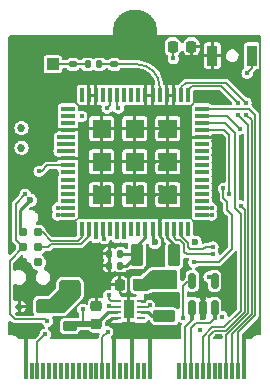
<source format=gbr>
%TF.GenerationSoftware,KiCad,Pcbnew,(7.0.0-rc2-153-g7d6218acb4)*%
%TF.CreationDate,2023-02-19T16:48:28+08:00*%
%TF.ProjectId,RAK3172-M.2-2230-Mod,52414b33-3137-4322-9d4d-2e322d323233,rev?*%
%TF.SameCoordinates,Original*%
%TF.FileFunction,Copper,L1,Top*%
%TF.FilePolarity,Positive*%
%FSLAX46Y46*%
G04 Gerber Fmt 4.6, Leading zero omitted, Abs format (unit mm)*
G04 Created by KiCad (PCBNEW (7.0.0-rc2-153-g7d6218acb4)) date 2023-02-19 16:48:28*
%MOMM*%
%LPD*%
G01*
G04 APERTURE LIST*
G04 Aperture macros list*
%AMRoundRect*
0 Rectangle with rounded corners*
0 $1 Rounding radius*
0 $2 $3 $4 $5 $6 $7 $8 $9 X,Y pos of 4 corners*
0 Add a 4 corners polygon primitive as box body*
4,1,4,$2,$3,$4,$5,$6,$7,$8,$9,$2,$3,0*
0 Add four circle primitives for the rounded corners*
1,1,$1+$1,$2,$3*
1,1,$1+$1,$4,$5*
1,1,$1+$1,$6,$7*
1,1,$1+$1,$8,$9*
0 Add four rect primitives between the rounded corners*
20,1,$1+$1,$2,$3,$4,$5,0*
20,1,$1+$1,$4,$5,$6,$7,0*
20,1,$1+$1,$6,$7,$8,$9,0*
20,1,$1+$1,$8,$9,$2,$3,0*%
G04 Aperture macros list end*
%TA.AperFunction,SMDPad,CuDef*%
%ADD10R,0.370000X1.170000*%
%TD*%
%TA.AperFunction,SMDPad,CuDef*%
%ADD11R,1.170000X0.370000*%
%TD*%
%TA.AperFunction,SMDPad,CuDef*%
%ADD12R,1.600000X1.600000*%
%TD*%
%TA.AperFunction,SMDPad,CuDef*%
%ADD13RoundRect,0.150000X0.150000X-0.512500X0.150000X0.512500X-0.150000X0.512500X-0.150000X-0.512500X0*%
%TD*%
%TA.AperFunction,SMDPad,CuDef*%
%ADD14RoundRect,0.140000X-0.170000X0.140000X-0.170000X-0.140000X0.170000X-0.140000X0.170000X0.140000X0*%
%TD*%
%TA.AperFunction,SMDPad,CuDef*%
%ADD15RoundRect,0.250000X0.700000X-0.275000X0.700000X0.275000X-0.700000X0.275000X-0.700000X-0.275000X0*%
%TD*%
%TA.AperFunction,SMDPad,CuDef*%
%ADD16RoundRect,0.062500X-0.300000X-0.062500X0.300000X-0.062500X0.300000X0.062500X-0.300000X0.062500X0*%
%TD*%
%TA.AperFunction,SMDPad,CuDef*%
%ADD17R,0.900000X1.600000*%
%TD*%
%TA.AperFunction,SMDPad,CuDef*%
%ADD18RoundRect,0.250000X-0.275000X-0.700000X0.275000X-0.700000X0.275000X0.700000X-0.275000X0.700000X0*%
%TD*%
%TA.AperFunction,SMDPad,CuDef*%
%ADD19RoundRect,0.225000X0.225000X0.250000X-0.225000X0.250000X-0.225000X-0.250000X0.225000X-0.250000X0*%
%TD*%
%TA.AperFunction,ConnectorPad*%
%ADD20C,0.787400*%
%TD*%
%TA.AperFunction,SMDPad,CuDef*%
%ADD21RoundRect,0.147500X0.147500X0.172500X-0.147500X0.172500X-0.147500X-0.172500X0.147500X-0.172500X0*%
%TD*%
%TA.AperFunction,SMDPad,CuDef*%
%ADD22RoundRect,0.218750X0.218750X0.256250X-0.218750X0.256250X-0.218750X-0.256250X0.218750X-0.256250X0*%
%TD*%
%TA.AperFunction,SMDPad,CuDef*%
%ADD23R,0.350000X1.450000*%
%TD*%
%TA.AperFunction,SMDPad,CuDef*%
%ADD24R,1.050000X1.000000*%
%TD*%
%TA.AperFunction,SMDPad,CuDef*%
%ADD25R,2.200000X1.050000*%
%TD*%
%TA.AperFunction,ComponentPad*%
%ADD26C,2.600000*%
%TD*%
%TA.AperFunction,ConnectorPad*%
%ADD27C,3.800000*%
%TD*%
%TA.AperFunction,SMDPad,CuDef*%
%ADD28RoundRect,0.225000X0.250000X-0.225000X0.250000X0.225000X-0.250000X0.225000X-0.250000X-0.225000X0*%
%TD*%
%TA.AperFunction,SMDPad,CuDef*%
%ADD29RoundRect,0.112500X0.187500X0.112500X-0.187500X0.112500X-0.187500X-0.112500X0.187500X-0.112500X0*%
%TD*%
%TA.AperFunction,SMDPad,CuDef*%
%ADD30RoundRect,0.225000X0.375000X-0.225000X0.375000X0.225000X-0.375000X0.225000X-0.375000X-0.225000X0*%
%TD*%
%TA.AperFunction,SMDPad,CuDef*%
%ADD31R,0.900000X1.700000*%
%TD*%
%TA.AperFunction,SMDPad,CuDef*%
%ADD32RoundRect,0.140000X0.140000X0.170000X-0.140000X0.170000X-0.140000X-0.170000X0.140000X-0.170000X0*%
%TD*%
%TA.AperFunction,ViaPad*%
%ADD33C,0.450000*%
%TD*%
%TA.AperFunction,ViaPad*%
%ADD34C,0.600000*%
%TD*%
%TA.AperFunction,ViaPad*%
%ADD35C,0.685800*%
%TD*%
%TA.AperFunction,Conductor*%
%ADD36C,0.508000*%
%TD*%
%TA.AperFunction,Conductor*%
%ADD37C,0.254000*%
%TD*%
%TA.AperFunction,Conductor*%
%ADD38C,0.152400*%
%TD*%
%TA.AperFunction,Conductor*%
%ADD39C,0.127000*%
%TD*%
%TA.AperFunction,Conductor*%
%ADD40C,0.156464*%
%TD*%
%TA.AperFunction,Conductor*%
%ADD41C,0.349250*%
%TD*%
%TA.AperFunction,Conductor*%
%ADD42C,0.141986*%
%TD*%
G04 APERTURE END LIST*
D10*
%TO.P,U201,1,PA13*%
%TO.N,/RAK3172/PA13{slash}SWDIO*%
X144449999Y-97624999D03*
%TO.P,U201,2,PA14*%
%TO.N,/RAK3172/PA14{slash}SWCLK*%
X145049999Y-97624999D03*
%TO.P,U201,3,VDD*%
%TO.N,3.3V*%
X145649999Y-97624999D03*
%TO.P,U201,4,VBAT*%
X146249999Y-97624999D03*
%TO.P,U201,5,PC13*%
%TO.N,/RAK3172/PC13*%
X146849999Y-97624999D03*
%TO.P,U201,6,VREF+*%
%TO.N,3.3V*%
X147449999Y-97624999D03*
%TO.P,U201,7,VDDA*%
X148049999Y-97624999D03*
%TO.P,U201,8,PA15*%
%TO.N,/RAK3172/PA15*%
X148649999Y-97624999D03*
%TO.P,U201,9,PB15*%
%TO.N,/RAK3172/PB15*%
X149249999Y-97624999D03*
%TO.P,U201,10,VFBSMPS*%
%TO.N,/RAK3172/VFBSMPS*%
X149849999Y-97624999D03*
%TO.P,U201,11,VDDMPS*%
%TO.N,/RAK3172/VDDSMPS*%
X150449999Y-97624999D03*
%TO.P,U201,12,GND*%
%TO.N,GND*%
X151049999Y-97624999D03*
%TO.P,U201,13,VLXSMPS*%
%TO.N,/RAK3172/VLXSMPS*%
X151649999Y-97624999D03*
%TO.P,U201,14,PB3*%
%TO.N,RTS*%
X152249999Y-97624999D03*
%TO.P,U201,15,PB4*%
%TO.N,CTS*%
X152849999Y-97624999D03*
%TO.P,U201,16,PB5*%
%TO.N,/RAK3172/PB5*%
X153449999Y-97624999D03*
D11*
%TO.P,U201,17,PB6/UART1_TX*%
%TO.N,DFU_FC_TX*%
X154599999Y-96474999D03*
%TO.P,U201,18,PB7/UART1_RX*%
%TO.N,DFU_FC_RX*%
X154599999Y-95874999D03*
%TO.P,U201,19,PB8*%
%TO.N,/RAK3172/PB8*%
X154599999Y-95274999D03*
%TO.P,U201,20,PB9*%
%TO.N,/RAK3172/PB9*%
X154599999Y-94674999D03*
%TO.P,U201,21,PC0*%
%TO.N,/RAK3172/PC0*%
X154599999Y-94074999D03*
%TO.P,U201,22,PC1*%
%TO.N,/RAK3172/PC1*%
X154599999Y-93474999D03*
%TO.P,U201,23,PC2*%
%TO.N,/RAK3172/PC2*%
X154599999Y-92874999D03*
%TO.P,U201,24,PC3*%
%TO.N,/RAK3172/PC3*%
X154599999Y-92274999D03*
%TO.P,U201,25,PC4*%
%TO.N,/RAK3172/PC4*%
X154599999Y-91674999D03*
%TO.P,U201,26,PC5*%
%TO.N,/RAK3172/PC5*%
X154599999Y-91074999D03*
%TO.P,U201,27,PC6*%
%TO.N,/RAK3172/PC6*%
X154599999Y-90474999D03*
%TO.P,U201,28,GND*%
%TO.N,GND*%
X154599999Y-89874999D03*
%TO.P,U201,29,PA2/UART2_TX*%
%TO.N,TX*%
X154599999Y-89274999D03*
%TO.P,U201,30,PA3/UART2_RX*%
%TO.N,RX*%
X154599999Y-88674999D03*
%TO.P,U201,31,PA4*%
%TO.N,F1{slash}~{CS}*%
X154599999Y-88074999D03*
%TO.P,U201,32,PA5*%
%TO.N,SPI_SCK*%
X154599999Y-87474999D03*
D10*
%TO.P,U201,33,PA6*%
%TO.N,SPI_SDO*%
X153449999Y-86324999D03*
%TO.P,U201,34,PA7*%
%TO.N,SPI_SDI*%
X152849999Y-86324999D03*
%TO.P,U201,35,GND*%
%TO.N,GND*%
X152249999Y-86324999D03*
%TO.P,U201,36,GND*%
X151649999Y-86324999D03*
%TO.P,U201,37,RF_OUT*%
%TO.N,/RAK3172/RF_OUT*%
X151049999Y-86324999D03*
%TO.P,U201,38,GND*%
%TO.N,GND*%
X150449999Y-86324999D03*
%TO.P,U201,39,GND*%
X149849999Y-86324999D03*
%TO.P,U201,40,NC*%
%TO.N,unconnected-(U201-NC-Pad40)*%
X149249999Y-86324999D03*
%TO.P,U201,41,NC*%
%TO.N,unconnected-(U201-NC-Pad41)*%
X148649999Y-86324999D03*
%TO.P,U201,42,NC*%
%TO.N,unconnected-(U201-NC-Pad42)*%
X148049999Y-86324999D03*
%TO.P,U201,43,BOOT_0*%
%TO.N,/RAK3172/BOOT0*%
X147449999Y-86324999D03*
%TO.P,U201,44,NRST*%
%TO.N,DFU_~{RST}*%
X146849999Y-86324999D03*
%TO.P,U201,45,NC*%
%TO.N,unconnected-(U201-NC-Pad45)*%
X146249999Y-86324999D03*
%TO.P,U201,46,GND*%
%TO.N,GND*%
X145649999Y-86324999D03*
%TO.P,U201,47,GND*%
X145049999Y-86324999D03*
%TO.P,U201,48,PB11*%
%TO.N,/RAK3172/PB11*%
X144449999Y-86324999D03*
D11*
%TO.P,U201,49,PB10*%
%TO.N,/RAK3172/PB10*%
X143299999Y-87474999D03*
%TO.P,U201,50,PA9*%
%TO.N,/RAK3172/PA9*%
X143299999Y-88074999D03*
%TO.P,U201,51,PA8*%
%TO.N,/RAK3172/PA8*%
X143299999Y-88674999D03*
%TO.P,U201,52,GND*%
%TO.N,GND*%
X143299999Y-89274999D03*
%TO.P,U201,53,VDDPA*%
%TO.N,/RAK3172/VDDPA*%
X143299999Y-89874999D03*
%TO.P,U201,54,VDDRF*%
%TO.N,/RAK3172/VDDRF*%
X143299999Y-90474999D03*
%TO.P,U201,55,VDD*%
%TO.N,3.3V*%
X143299999Y-91074999D03*
%TO.P,U201,56,GND*%
%TO.N,GND*%
X143299999Y-91674999D03*
%TO.P,U201,57,PB1*%
%TO.N,/RAK3172/PB1*%
X143299999Y-92274999D03*
%TO.P,U201,58,PB2*%
%TO.N,/RAK3172/PB2*%
X143299999Y-92874999D03*
%TO.P,U201,59,PB12*%
%TO.N,/RAK3172/PB12*%
X143299999Y-93474999D03*
%TO.P,U201,60,PB13*%
%TO.N,/RAK3172/PB13*%
X143299999Y-94074999D03*
%TO.P,U201,61,PB14*%
%TO.N,/RAK3172/PB14*%
X143299999Y-94674999D03*
%TO.P,U201,62,PA10*%
%TO.N,/RAK3172/PA10*%
X143299999Y-95274999D03*
%TO.P,U201,63,PA11*%
%TO.N,I2C_SDA*%
X143299999Y-95874999D03*
%TO.P,U201,64,PA12*%
%TO.N,I2C_SCL*%
X143299999Y-96474999D03*
D12*
%TO.P,U201,65,GND*%
%TO.N,GND*%
X146149999Y-94774999D03*
%TO.P,U201,66,GND*%
X146149999Y-91974999D03*
%TO.P,U201,67,GND*%
X146149999Y-89174999D03*
%TO.P,U201,68,GND*%
X148949999Y-94774999D03*
%TO.P,U201,69,GND*%
X148949999Y-91974999D03*
%TO.P,U201,70,GND*%
X148949999Y-89174999D03*
%TO.P,U201,71,GND*%
X151749999Y-94774999D03*
%TO.P,U201,72,GND*%
X151749999Y-91974999D03*
%TO.P,U201,73,GND*%
X151749999Y-89174999D03*
%TD*%
D13*
%TO.P,U302,1,SCL*%
%TO.N,I2C_SCL*%
X153800000Y-104312500D03*
%TO.P,U302,2,VSS*%
%TO.N,GND*%
X154750000Y-104312500D03*
%TO.P,U302,3,SDA*%
%TO.N,I2C_SDA*%
X155700000Y-104312500D03*
%TO.P,U302,4,VCC*%
%TO.N,3.3V*%
X155700000Y-102037500D03*
%TO.P,U302,5,WP*%
%TO.N,/M.2 E-Key Connector/EEPROM_WP*%
X153800000Y-102037500D03*
%TD*%
D14*
%TO.P,C213,1*%
%TO.N,/RAK3172/RF_OUT*%
X147200000Y-83725000D03*
%TO.P,C213,2*%
%TO.N,GND*%
X147200000Y-84685000D03*
%TD*%
D15*
%TO.P,L401,1,1*%
%TO.N,Net-(U401-LX)*%
X151450000Y-105050000D03*
%TO.P,L401,2,2*%
%TO.N,3.3V*%
X151450000Y-101900000D03*
%TD*%
D16*
%TO.P,U401,1,FB*%
%TO.N,Net-(U401-FB)*%
X147425000Y-103725000D03*
%TO.P,U401,2,PG*%
%TO.N,/Power Supply/3.3VPG*%
X147425000Y-104225000D03*
%TO.P,U401,3,IN*%
%TO.N,+5V*%
X147425000Y-104725000D03*
%TO.P,U401,4,PGND*%
%TO.N,GND*%
X147425000Y-105225000D03*
%TO.P,U401,5,NC*%
%TO.N,unconnected-(U401-NC-Pad5)*%
X149450000Y-105225000D03*
%TO.P,U401,6,LX*%
%TO.N,Net-(U401-LX)*%
X149450000Y-104725000D03*
%TO.P,U401,7,EN*%
%TO.N,PWR_EN*%
X149450000Y-104225000D03*
%TO.P,U401,8,AGND*%
%TO.N,GND*%
X149450000Y-103725000D03*
D17*
%TO.P,U401,9,PGND*%
X148437499Y-104474999D03*
%TD*%
D18*
%TO.P,L205,1,1*%
%TO.N,/RAK3172/VFBSMPS*%
X149125000Y-99875000D03*
%TO.P,L205,2,2*%
%TO.N,/RAK3172/VLXSMPS*%
X152275000Y-99875000D03*
%TD*%
D14*
%TO.P,C214,1*%
%TO.N,/RAK3172/RF_OUT_CONN*%
X143700000Y-83725000D03*
%TO.P,C214,2*%
%TO.N,GND*%
X143700000Y-84685000D03*
%TD*%
D19*
%TO.P,C402,1*%
%TO.N,3.3V*%
X149225000Y-102375000D03*
%TO.P,C402,2*%
%TO.N,GND*%
X147675000Y-102375000D03*
%TD*%
D20*
%TO.P,CN201,1,VCC*%
%TO.N,3.3V*%
X139515000Y-97955000D03*
%TO.P,CN201,2,SWDIO*%
%TO.N,/RAK3172/PA13{slash}SWDIO*%
X140785000Y-97955000D03*
%TO.P,CN201,3,~{RESET}*%
%TO.N,DFU_~{RST}*%
X139515000Y-99225000D03*
%TO.P,CN201,4,SWCLK*%
%TO.N,/RAK3172/PA14{slash}SWCLK*%
X140785000Y-99225000D03*
%TO.P,CN201,5,GND*%
%TO.N,GND*%
X139515000Y-100495000D03*
%TO.P,CN201,6,SWO*%
%TO.N,unconnected-(CN201-SWO-Pad6)*%
X140785000Y-100495000D03*
%TD*%
D21*
%TO.P,L204,1,1*%
%TO.N,/RAK3172/RF_OUT*%
X145920000Y-83725000D03*
%TO.P,L204,2,2*%
%TO.N,/RAK3172/RF_OUT_CONN*%
X144950000Y-83725000D03*
%TD*%
D22*
%TO.P,D201,1,K*%
%TO.N,GND*%
X153737500Y-82225000D03*
%TO.P,D201,2,A*%
%TO.N,Net-(D201-A)*%
X152162500Y-82225000D03*
%TD*%
D23*
%TO.P,J301,1,Pin_1*%
%TO.N,GND*%
X158199999Y-109699999D03*
%TO.P,J301,3,Pin_3*%
%TO.N,SPI_SCK*%
X157699999Y-109699999D03*
%TO.P,J301,5,Pin_5*%
%TO.N,SPI_SDI*%
X157199999Y-109699999D03*
%TO.P,J301,7,Pin_7*%
%TO.N,SPI_SDO*%
X156699999Y-109699999D03*
%TO.P,J301,9,Pin_9*%
%TO.N,unconnected-(J301-Pin_9-Pad9)*%
X156199999Y-109699999D03*
%TO.P,J301,11,Pin_11*%
%TO.N,unconnected-(J301-Pin_11-Pad11)*%
X155699999Y-109699999D03*
%TO.P,J301,13,Pin_13*%
%TO.N,TX*%
X155199999Y-109699999D03*
%TO.P,J301,15,Pin_15*%
%TO.N,RX*%
X154699999Y-109699999D03*
%TO.P,J301,17,Pin_17*%
%TO.N,unconnected-(J301-Pin_17-Pad17)*%
X154199999Y-109699999D03*
%TO.P,J301,19,Pin_19*%
%TO.N,I2C_SDA*%
X153699999Y-109699999D03*
%TO.P,J301,21,Pin_21*%
%TO.N,I2C_SCL*%
X153199999Y-109699999D03*
%TO.P,J301,23,Pin_23*%
%TO.N,I2C_INT*%
X152699999Y-109699999D03*
%TO.P,J301,33,Pin_33*%
%TO.N,GND*%
X150199999Y-109699999D03*
%TO.P,J301,35,Pin_35*%
%TO.N,USB_HOST_D+*%
X149699999Y-109699999D03*
%TO.P,J301,37,Pin_37*%
%TO.N,USB_HOST_D-*%
X149199999Y-109699999D03*
%TO.P,J301,39,Pin_39*%
%TO.N,GND*%
X148699999Y-109699999D03*
%TO.P,J301,41,Pin_41*%
%TO.N,CAN_RX*%
X148199999Y-109699999D03*
%TO.P,J301,43,Pin_43*%
%TO.N,CAN_TX*%
X147699999Y-109699999D03*
%TO.P,J301,45,Pin_45*%
%TO.N,GND*%
X147199999Y-109699999D03*
%TO.P,J301,47,Pin_47*%
%TO.N,F0{slash}~{INT}*%
X146699999Y-109699999D03*
%TO.P,J301,49,Pin_49*%
%TO.N,F1{slash}~{CS}*%
X146199999Y-109699999D03*
%TO.P,J301,51,Pin_51*%
%TO.N,F2{slash}PWM*%
X145699999Y-109699999D03*
%TO.P,J301,53,Pin_53*%
%TO.N,F3*%
X145199999Y-109699999D03*
%TO.P,J301,55,Pin_55*%
%TO.N,F4*%
X144699999Y-109699999D03*
%TO.P,J301,57,Pin_57*%
%TO.N,F5*%
X144199999Y-109699999D03*
%TO.P,J301,59,Pin_59*%
%TO.N,F6*%
X143699999Y-109699999D03*
%TO.P,J301,61,Pin_61*%
%TO.N,F7*%
X143199999Y-109699999D03*
%TO.P,J301,63,Pin_63*%
%TO.N,unconnected-(J301-Pin_63-Pad63)*%
X142699999Y-109699999D03*
%TO.P,J301,65,Pin_65*%
%TO.N,unconnected-(J301-Pin_65-Pad65)*%
X142199999Y-109699999D03*
%TO.P,J301,67,Pin_67*%
%TO.N,unconnected-(J301-Pin_67-Pad67)*%
X141699999Y-109699999D03*
%TO.P,J301,69,Pin_69*%
%TO.N,unconnected-(J301-Pin_69-Pad69)*%
X141199999Y-109699999D03*
%TO.P,J301,71,Pin_71*%
%TO.N,PWR_EN*%
X140699999Y-109699999D03*
%TO.P,J301,73,Pin_73*%
%TO.N,P73_3.3V_NC*%
X140199999Y-109699999D03*
%TO.P,J301,75,Pin_75*%
%TO.N,GND*%
X139699999Y-109699999D03*
%TD*%
D24*
%TO.P,AN201,1,In*%
%TO.N,/RAK3172/RF_OUT_CONN*%
X141999999Y-83724999D03*
D25*
%TO.P,AN201,2,Ext*%
%TO.N,GND*%
X140474999Y-85199999D03*
X140474999Y-82249999D03*
%TD*%
D26*
%TO.P,H301,1,1*%
%TO.N,GND*%
X148950000Y-80975000D03*
D27*
X148950000Y-80975000D03*
%TD*%
D28*
%TO.P,C403,1*%
%TO.N,+5V*%
X145700000Y-105725000D03*
%TO.P,C403,2*%
%TO.N,GND*%
X145700000Y-104175000D03*
%TD*%
D29*
%TO.P,D302,1,A1*%
%TO.N,/M.2 E-Key Connector/V_{CC}Fused*%
X141250000Y-104225000D03*
%TO.P,D302,2,A2*%
%TO.N,GND*%
X139150000Y-104225000D03*
%TD*%
D30*
%TO.P,D301,1,K*%
%TO.N,+5V*%
X143450000Y-105875000D03*
%TO.P,D301,2,A*%
%TO.N,/M.2 E-Key Connector/V_{CC}Fused*%
X143450000Y-102575000D03*
%TD*%
D31*
%TO.P,SW201,1,A*%
%TO.N,GND*%
X155499999Y-82974999D03*
%TO.P,SW201,2,B*%
%TO.N,Net-(SW201-B)*%
X158899999Y-82974999D03*
%TD*%
D32*
%TO.P,C215,1*%
%TO.N,/RAK3172/VFBSMPS*%
X147730000Y-99775000D03*
%TO.P,C215,2*%
%TO.N,GND*%
X146770000Y-99775000D03*
%TD*%
%TO.P,C216,1*%
%TO.N,/RAK3172/VFBSMPS*%
X147730000Y-100775000D03*
%TO.P,C216,2*%
%TO.N,GND*%
X146770000Y-100775000D03*
%TD*%
D33*
%TO.N,GND*%
X155902670Y-106680949D03*
X138750000Y-86805000D03*
X138680000Y-92735000D03*
X138650000Y-94675000D03*
X138500000Y-99195000D03*
X155700000Y-86475000D03*
X154450000Y-86475000D03*
X151950000Y-87575000D03*
X150350000Y-87575000D03*
X143750000Y-86375000D03*
X141050000Y-102975000D03*
X138950000Y-102975000D03*
X139950000Y-102975000D03*
X151050000Y-96775000D03*
X143350000Y-97475000D03*
X144350000Y-99775000D03*
X145450000Y-99875000D03*
X154450000Y-83375000D03*
X153750000Y-83375000D03*
X155850000Y-89875000D03*
X157996159Y-89931828D03*
X157996159Y-93597655D03*
X158000459Y-94913483D03*
X153250000Y-100875000D03*
X155850000Y-98375000D03*
X155850000Y-97175000D03*
X146650000Y-105575000D03*
X159250000Y-105975000D03*
X158650000Y-106475000D03*
X152550000Y-106675000D03*
X150850000Y-106675000D03*
X149450000Y-106675000D03*
X147950000Y-106675000D03*
X142450000Y-106675000D03*
X144350000Y-106675000D03*
X145050000Y-106675000D03*
X145750000Y-106675000D03*
X145950000Y-100775000D03*
D34*
X138900000Y-106125000D03*
D33*
%TO.N,DFU_~{RST}*%
X141550000Y-105475000D03*
%TO.N,CTS*%
X154450000Y-106175000D03*
%TO.N,RTS*%
X156328379Y-105077016D03*
%TO.N,CTS*%
X155550000Y-99175000D03*
%TO.N,RTS*%
X155550000Y-99775000D03*
%TO.N,F1{slash}~{CS}*%
X157850000Y-89175000D03*
X156450000Y-94225000D03*
%TO.N,TX*%
X156950000Y-94725000D03*
X157950000Y-95725000D03*
%TO.N,3.3V*%
X144456114Y-88112627D03*
%TO.N,SPI_SDI*%
X158350000Y-86975000D03*
%TO.N,SPI_SDO*%
X157650000Y-86975000D03*
X157650000Y-87975000D03*
%TO.N,SPI_SDI*%
X158350000Y-87975000D03*
%TO.N,F1{slash}~{CS}*%
X153950000Y-100475000D03*
%TO.N,PWR_EN*%
X141350000Y-106575000D03*
%TO.N,F1{slash}~{CS}*%
X146650000Y-106375000D03*
%TO.N,DFU_FC_RX*%
X155450000Y-95875000D03*
%TO.N,DFU_FC_TX*%
X155450000Y-96475000D03*
%TO.N,I2C_SCL*%
X142400000Y-96475000D03*
%TO.N,I2C_SDA*%
X142400000Y-95875000D03*
%TO.N,GND*%
X142350000Y-93025000D03*
X141750000Y-93775000D03*
D34*
%TO.N,3.3V*%
X140100000Y-95225000D03*
D33*
%TO.N,GND*%
X144350000Y-90175000D03*
X144300000Y-91925000D03*
%TO.N,DFU_~{RST}*%
X139650000Y-94725000D03*
D35*
%TO.N,3.3V*%
X139350000Y-89125000D03*
X139350000Y-90775000D03*
D33*
%TO.N,Net-(D201-A)*%
X152200000Y-83225000D03*
%TO.N,/RAK3172/PB1*%
X140850000Y-92775000D03*
%TO.N,Net-(SW201-B)*%
X158450000Y-84475000D03*
%TO.N,/RAK3172/BOOT0*%
X147550000Y-87425000D03*
%TO.N,DFU_~{RST}*%
X146600000Y-87425000D03*
%TO.N,/RAK3172/VDDRF*%
X142550000Y-90475000D03*
%TO.N,/RAK3172/VDDPA*%
X142550000Y-89875000D03*
%TO.N,3.3V*%
X142526500Y-91075000D03*
X148050000Y-98375000D03*
X147450000Y-98375000D03*
X146350001Y-98475001D03*
X145650000Y-98375000D03*
D34*
%TO.N,GND*%
X138850000Y-85575000D03*
X142050000Y-85575000D03*
X142150000Y-81975000D03*
X138850000Y-81975000D03*
X142950000Y-82075000D03*
X142750000Y-84975000D03*
X143450000Y-82775000D03*
X144350000Y-82775000D03*
X145250000Y-82775000D03*
X146150000Y-82775000D03*
X147050000Y-82775000D03*
X150250000Y-83175000D03*
X151450000Y-84275000D03*
X151750000Y-84975000D03*
X144550000Y-84675000D03*
X145450000Y-84675000D03*
X146350000Y-84675000D03*
X148550000Y-84575000D03*
X149450000Y-84575000D03*
X150150000Y-84975000D03*
%TO.N,3.3V*%
X154050000Y-98775000D03*
%TO.N,GND*%
X151150000Y-100475000D03*
X151150000Y-99775000D03*
%TO.N,/RAK3172/VDDSMPS*%
X150650000Y-98775000D03*
D33*
%TO.N,/M.2 E-Key Connector/EEPROM_WP*%
X153050000Y-105175000D03*
%TO.N,3.3V*%
X155232578Y-101725000D03*
%TO.N,GND*%
X154750000Y-103575000D03*
%TO.N,I2C_SDA*%
X155700000Y-105175000D03*
%TO.N,I2C_SCL*%
X153750000Y-105175000D03*
D34*
%TO.N,GND*%
X154750000Y-105083466D03*
D33*
%TO.N,3.3V*%
X150050000Y-102475000D03*
X150050000Y-101875000D03*
X151450000Y-101575000D03*
X152150000Y-101575000D03*
X150750000Y-101575000D03*
%TO.N,+5V*%
X144550000Y-104475000D03*
%TO.N,Net-(U401-FB)*%
X146750000Y-103275000D03*
%TO.N,/Power Supply/3.3VPG*%
X146750000Y-104175000D03*
%TO.N,PWR_EN*%
X150190000Y-104125000D03*
D34*
%TO.N,GND*%
X149960746Y-103451906D03*
D33*
X148450652Y-104960000D03*
X148450000Y-103975000D03*
%TO.N,/M.2 E-Key Connector/V_{CC}Fused*%
X143350000Y-103375000D03*
X142550000Y-103775000D03*
X142550000Y-104575000D03*
X141750000Y-104575000D03*
X141750000Y-103775000D03*
D34*
%TO.N,GND*%
X145700000Y-95225000D03*
X149450000Y-89725000D03*
X149450000Y-91475000D03*
X151200000Y-91475000D03*
X148450000Y-91475000D03*
X152200000Y-91475000D03*
X152200000Y-88725000D03*
X151200000Y-94225000D03*
X148450000Y-88725000D03*
X148450000Y-92475000D03*
X146700000Y-92475000D03*
X149450000Y-94225000D03*
X145700000Y-88725000D03*
X152200000Y-95225000D03*
X145700000Y-91475000D03*
X148450000Y-94225000D03*
X152200000Y-94225000D03*
X149450000Y-92475000D03*
X151200000Y-89725000D03*
X149450000Y-95225000D03*
X151200000Y-95225000D03*
X145700000Y-94225000D03*
X149450000Y-88725000D03*
X151200000Y-88725000D03*
X146700000Y-94225000D03*
X152200000Y-92475000D03*
X145700000Y-89725000D03*
X148450000Y-95225000D03*
X146700000Y-89725000D03*
X146700000Y-95225000D03*
X151200000Y-92475000D03*
X152200000Y-89725000D03*
X148450000Y-89725000D03*
X145700000Y-92475000D03*
X146700000Y-88725000D03*
X146700000Y-91475000D03*
%TD*%
D36*
%TO.N,GND*%
X154750000Y-103575000D02*
X154750000Y-103365216D01*
D37*
%TO.N,3.3V*%
X155387500Y-101725000D02*
X155700000Y-102037500D01*
X155232578Y-101725000D02*
X155387500Y-101725000D01*
%TO.N,GND*%
X148408872Y-102976355D02*
X148408872Y-101699227D01*
D38*
X148205693Y-103179534D02*
X148408872Y-102976355D01*
X148137967Y-103247260D02*
X148205693Y-103179534D01*
X147867061Y-103247260D02*
X148137967Y-103247260D01*
D37*
X147675000Y-103055199D02*
X147867061Y-103247260D01*
D38*
X147675000Y-102375000D02*
X147675000Y-103055199D01*
D39*
%TO.N,RX*%
X156600000Y-88675000D02*
X154600000Y-88675000D01*
X157450000Y-95875000D02*
X157450000Y-89525000D01*
X157950000Y-104575000D02*
X157950000Y-96375000D01*
X155500611Y-105997235D02*
X156527765Y-105997235D01*
X157950000Y-96375000D02*
X157450000Y-95875000D01*
X154700000Y-109700000D02*
X154700000Y-106797846D01*
X154700000Y-106797846D02*
X155500611Y-105997235D01*
X156527765Y-105997235D02*
X157950000Y-104575000D01*
X157450000Y-89525000D02*
X156600000Y-88675000D01*
%TO.N,I2C_SDA*%
X155700000Y-105225000D02*
X155700000Y-105175000D01*
X155329823Y-105595177D02*
X155700000Y-105225000D01*
X154129823Y-105595177D02*
X155329823Y-105595177D01*
X153700000Y-109700000D02*
X153700000Y-106025000D01*
X153700000Y-106025000D02*
X154129823Y-105595177D01*
%TO.N,GND*%
X154750000Y-104312500D02*
X154750000Y-105083466D01*
%TO.N,TX*%
X156667610Y-106257390D02*
X158250000Y-104675000D01*
X155666166Y-106257390D02*
X156667610Y-106257390D01*
X158250000Y-96025000D02*
X157950000Y-95725000D01*
X155200000Y-106723556D02*
X155666166Y-106257390D01*
X155200000Y-109700000D02*
X155200000Y-106723556D01*
X158250000Y-104675000D02*
X158250000Y-96025000D01*
D38*
%TO.N,GND*%
X142975736Y-105115025D02*
G75*
G03*
X143187868Y-105027132I-36J300025D01*
G01*
X143187868Y-105027132D02*
X143440000Y-104775000D01*
X142700000Y-105115000D02*
X142975736Y-105115000D01*
D40*
X143960000Y-104255000D02*
X144370000Y-103845000D01*
D39*
X151680000Y-81345000D02*
X154173600Y-81345000D01*
X159580000Y-81795000D02*
X159580000Y-84288600D01*
%TO.N,F1{slash}~{CS}*%
X157150000Y-99375000D02*
X156050000Y-100475000D01*
X157150000Y-96475000D02*
X157150000Y-99375000D01*
X156050000Y-100475000D02*
X153950000Y-100475000D01*
X156750000Y-96075000D02*
X157150000Y-96475000D01*
X156750000Y-95375000D02*
X156750000Y-96075000D01*
X156450000Y-95075000D02*
X156750000Y-95375000D01*
X156450000Y-94225000D02*
X156450000Y-95075000D01*
D38*
%TO.N,GND*%
X146690660Y-88015002D02*
X146477805Y-88015002D01*
X145018284Y-88166580D02*
X145033334Y-88151530D01*
X145018284Y-88379435D02*
X145018284Y-88166580D01*
X144265835Y-96605843D02*
X143869152Y-97002526D01*
X144394032Y-87453101D02*
X143871571Y-86930640D01*
X144574635Y-87453101D02*
X144394032Y-87453101D01*
X153517245Y-96584981D02*
X154052606Y-97120342D01*
X153950000Y-86975000D02*
X153700000Y-87225000D01*
D39*
%TO.N,Net-(U401-FB)*%
X146750000Y-103575000D02*
X146750000Y-103275000D01*
X146900000Y-103725000D02*
X146750000Y-103575000D01*
X147425000Y-103725000D02*
X146900000Y-103725000D01*
D37*
%TO.N,GND*%
X151250000Y-99675000D02*
X151150000Y-99775000D01*
X151250000Y-98475000D02*
X151250000Y-99675000D01*
X151050000Y-98275000D02*
X151250000Y-98475000D01*
X151050000Y-97625000D02*
X151050000Y-98275000D01*
%TO.N,/RAK3172/VFBSMPS*%
X149025000Y-99775000D02*
X149125000Y-99875000D01*
X147730000Y-99775000D02*
X149025000Y-99775000D01*
X147730000Y-100775000D02*
X148225000Y-100775000D01*
X148225000Y-100775000D02*
X149125000Y-99875000D01*
D39*
%TO.N,F1{slash}~{CS}*%
X146200000Y-106825000D02*
X146650000Y-106375000D01*
X146200000Y-109700000D02*
X146200000Y-106825000D01*
D37*
%TO.N,GND*%
X147000000Y-105225000D02*
X146650000Y-105575000D01*
X147425000Y-105225000D02*
X147000000Y-105225000D01*
D39*
%TO.N,SPI_SCK*%
X158650000Y-87475000D02*
X154600000Y-87475000D01*
X159150000Y-87975000D02*
X158650000Y-87475000D01*
X159150000Y-104975000D02*
X159150000Y-87975000D01*
X157700000Y-106425000D02*
X159150000Y-104975000D01*
X157700000Y-109700000D02*
X157700000Y-106425000D01*
%TO.N,SPI_SDI*%
X158850000Y-88475000D02*
X158350000Y-87975000D01*
X158850000Y-104875000D02*
X158850000Y-88475000D01*
X157200000Y-106525000D02*
X158850000Y-104875000D01*
X157200000Y-109700000D02*
X157200000Y-106525000D01*
%TO.N,SPI_SDO*%
X158550000Y-88875000D02*
X157650000Y-87975000D01*
X158550000Y-104775000D02*
X158550000Y-88875000D01*
X156700000Y-106625000D02*
X158550000Y-104775000D01*
X156700000Y-109700000D02*
X156700000Y-106625000D01*
D37*
%TO.N,3.3V*%
X146250000Y-98375000D02*
X146350001Y-98475001D01*
X146250000Y-97625000D02*
X146250000Y-98375000D01*
D41*
%TO.N,GND*%
X139050000Y-106125000D02*
X138900000Y-106125000D01*
X139700000Y-106775000D02*
X139050000Y-106125000D01*
D39*
%TO.N,DFU_~{RST}*%
X138800000Y-105325000D02*
X138350000Y-104875000D01*
X138350000Y-104875000D02*
X138350000Y-100390000D01*
X141400000Y-105325000D02*
X138800000Y-105325000D01*
X141550000Y-105475000D02*
X141400000Y-105325000D01*
X138350000Y-100390000D02*
X139515000Y-99225000D01*
D41*
%TO.N,GND*%
X158200000Y-106975000D02*
X158500000Y-106675000D01*
X158200000Y-109700000D02*
X158200000Y-106975000D01*
D40*
X159571768Y-105553232D02*
X159571768Y-87596768D01*
D39*
%TO.N,CTS*%
X154750000Y-99375000D02*
X154950000Y-99175000D01*
X153650000Y-99375000D02*
X154750000Y-99375000D01*
X154950000Y-99175000D02*
X155550000Y-99175000D01*
X153450000Y-99175000D02*
X153650000Y-99375000D01*
X153450000Y-98875000D02*
X153450000Y-99175000D01*
X152850000Y-98275000D02*
X153450000Y-98875000D01*
X152850000Y-97625000D02*
X152850000Y-98275000D01*
%TO.N,RTS*%
X154050000Y-99775000D02*
X155550000Y-99775000D01*
X153350000Y-99775000D02*
X154050000Y-99775000D01*
X153150000Y-99575000D02*
X153350000Y-99775000D01*
X153150000Y-98975000D02*
X153150000Y-99575000D01*
X152250000Y-97625000D02*
X152250000Y-98375000D01*
X152250000Y-98375000D02*
X152450000Y-98575000D01*
X152450000Y-98575000D02*
X152750000Y-98575000D01*
X152750000Y-98575000D02*
X153150000Y-98975000D01*
%TO.N,TX*%
X156950000Y-89725000D02*
X156950000Y-94725000D01*
X156500000Y-89275000D02*
X156950000Y-89725000D01*
X154600000Y-89275000D02*
X156500000Y-89275000D01*
%TO.N,F1{slash}~{CS}*%
X156750000Y-88075000D02*
X157850000Y-89175000D01*
X154600000Y-88075000D02*
X156750000Y-88075000D01*
%TO.N,SPI_SDI*%
X156650000Y-85275000D02*
X158350000Y-86975000D01*
X156350000Y-85275000D02*
X156650000Y-85275000D01*
X152850000Y-85675000D02*
X153250000Y-85275000D01*
X153250000Y-85275000D02*
X156350000Y-85275000D01*
X152850000Y-86325000D02*
X152850000Y-85675000D01*
%TO.N,SPI_SDO*%
X153750000Y-85575000D02*
X156250000Y-85575000D01*
X156250000Y-85575000D02*
X156350000Y-85675000D01*
X153450000Y-85875000D02*
X153750000Y-85575000D01*
X153450000Y-86325000D02*
X153450000Y-85875000D01*
X157650000Y-86975000D02*
X156350000Y-85675000D01*
%TO.N,PWR_EN*%
X140700000Y-107225000D02*
X141350000Y-106575000D01*
X140700000Y-109700000D02*
X140700000Y-107225000D01*
%TO.N,DFU_FC_RX*%
X154600000Y-95875000D02*
X155450000Y-95875000D01*
%TO.N,DFU_FC_TX*%
X154600000Y-96475000D02*
X155450000Y-96475000D01*
%TO.N,I2C_SCL*%
X143300000Y-96475000D02*
X142400000Y-96475000D01*
%TO.N,I2C_SDA*%
X143300000Y-95875000D02*
X142400000Y-95875000D01*
D37*
%TO.N,3.3V*%
X139250000Y-96075000D02*
X140100000Y-95225000D01*
X139250000Y-97690000D02*
X139250000Y-96075000D01*
X139515000Y-97955000D02*
X139250000Y-97690000D01*
D39*
%TO.N,DFU_~{RST}*%
X138850000Y-95525000D02*
X139650000Y-94725000D01*
X138850000Y-98560000D02*
X138850000Y-95525000D01*
X139515000Y-99225000D02*
X138850000Y-98560000D01*
D42*
%TO.N,/RAK3172/PA14{slash}SWCLK*%
X141600000Y-99225000D02*
X140785000Y-99225000D01*
X141850000Y-98975000D02*
X141600000Y-99225000D01*
X144350000Y-98975000D02*
X141850000Y-98975000D01*
X145050000Y-97625000D02*
X145050000Y-98275000D01*
%TO.N,/RAK3172/PA13{slash}SWDIO*%
X141850000Y-98675000D02*
X141130000Y-97955000D01*
X144150000Y-98675000D02*
X141850000Y-98675000D01*
X144450000Y-98375000D02*
X144150000Y-98675000D01*
%TO.N,/RAK3172/PA14{slash}SWCLK*%
X145050000Y-98275000D02*
X144350000Y-98975000D01*
%TO.N,/RAK3172/PA13{slash}SWDIO*%
X144450000Y-97625000D02*
X144450000Y-98375000D01*
X141130000Y-97955000D02*
X140785000Y-97955000D01*
D39*
%TO.N,/RAK3172/PB1*%
X141050000Y-92775000D02*
X140850000Y-92775000D01*
X141550000Y-92275000D02*
X141050000Y-92775000D01*
X143300000Y-92275000D02*
X141550000Y-92275000D01*
%TO.N,Net-(D201-A)*%
X152200000Y-82262500D02*
X152162500Y-82225000D01*
X152200000Y-83225000D02*
X152200000Y-82262500D01*
%TO.N,Net-(SW201-B)*%
X158900000Y-84025000D02*
X158900000Y-82975000D01*
X158450000Y-84475000D02*
X158900000Y-84025000D01*
%TO.N,/RAK3172/BOOT0*%
X147450000Y-87325000D02*
X147550000Y-87425000D01*
X147450000Y-86325000D02*
X147450000Y-87325000D01*
%TO.N,DFU_~{RST}*%
X146850000Y-87175000D02*
X146600000Y-87425000D01*
X146850000Y-86325000D02*
X146850000Y-87175000D01*
D37*
%TO.N,/RAK3172/VDDRF*%
X143300000Y-90475000D02*
X142550000Y-90475000D01*
%TO.N,/RAK3172/VDDPA*%
X143300000Y-89875000D02*
X142550000Y-89875000D01*
%TO.N,3.3V*%
X143300000Y-91075000D02*
X142526500Y-91075000D01*
X148050000Y-98375000D02*
X148050000Y-97625000D01*
X147450000Y-98375000D02*
X147450000Y-97625000D01*
X145650000Y-98375000D02*
X145650000Y-97625000D01*
D40*
%TO.N,/RAK3172/RF_OUT_CONN*%
X143700000Y-83725000D02*
X142000000Y-83725000D01*
%TO.N,/RAK3172/RF_OUT*%
X145920000Y-83725000D02*
X147200000Y-83725000D01*
%TO.N,/RAK3172/RF_OUT_CONN*%
X144950000Y-83725000D02*
X143700000Y-83725000D01*
%TO.N,/RAK3172/RF_OUT*%
X149176986Y-83725000D02*
X147200000Y-83725000D01*
X151050000Y-85598014D02*
G75*
G03*
X149176986Y-83725000I-1873000J14D01*
G01*
X151050000Y-86325000D02*
X151050000Y-85598014D01*
D37*
%TO.N,/RAK3172/VDDSMPS*%
X150450000Y-98575000D02*
X150650000Y-98775000D01*
X150450000Y-97625000D02*
X150450000Y-98575000D01*
%TO.N,/RAK3172/VFBSMPS*%
X149125000Y-99100000D02*
X149125000Y-99875000D01*
X149850000Y-98375000D02*
X149125000Y-99100000D01*
X149850000Y-97625000D02*
X149850000Y-98375000D01*
%TO.N,/RAK3172/VLXSMPS*%
X151650000Y-98375000D02*
X152275000Y-99000000D01*
X152275000Y-99000000D02*
X152275000Y-99875000D01*
X151650000Y-97625000D02*
X151650000Y-98375000D01*
D39*
%TO.N,/M.2 E-Key Connector/EEPROM_WP*%
X153150000Y-102375000D02*
X153050000Y-102475000D01*
X153487500Y-102037500D02*
X153150000Y-102375000D01*
X153050000Y-102475000D02*
X153050000Y-105175000D01*
X153800000Y-102037500D02*
X153487500Y-102037500D01*
D37*
%TO.N,GND*%
X154750000Y-103575000D02*
X154750000Y-104312500D01*
D39*
%TO.N,I2C_SDA*%
X155700000Y-105175000D02*
X155700000Y-104312500D01*
%TO.N,I2C_SCL*%
X153750000Y-105375000D02*
X153750000Y-105175000D01*
X153750000Y-105175000D02*
X153750000Y-104362500D01*
X153750000Y-104362500D02*
X153800000Y-104312500D01*
X153200000Y-109700000D02*
X153200000Y-105925000D01*
X153200000Y-105925000D02*
X153750000Y-105375000D01*
D36*
%TO.N,+5V*%
X145700000Y-105725000D02*
X144550000Y-105725000D01*
D39*
X144550000Y-104475000D02*
X144550000Y-105725000D01*
D36*
X144550000Y-105725000D02*
X143600000Y-105725000D01*
D39*
%TO.N,/Power Supply/3.3VPG*%
X146800000Y-104225000D02*
X146750000Y-104175000D01*
X147425000Y-104225000D02*
X146800000Y-104225000D01*
%TO.N,PWR_EN*%
X150090000Y-104225000D02*
X150190000Y-104125000D01*
X149450000Y-104225000D02*
X150090000Y-104225000D01*
D37*
%TO.N,GND*%
X149687652Y-103725000D02*
X149960746Y-103451906D01*
X149450000Y-103725000D02*
X149687652Y-103725000D01*
%TO.N,Net-(U401-LX)*%
X150375000Y-105050000D02*
X151450000Y-105050000D01*
X150050000Y-104725000D02*
X150375000Y-105050000D01*
X149450000Y-104725000D02*
X150050000Y-104725000D01*
%TO.N,+5V*%
X146700000Y-104725000D02*
X145700000Y-105725000D01*
X147425000Y-104725000D02*
X146700000Y-104725000D01*
D36*
X143600000Y-105725000D02*
X143450000Y-105875000D01*
D41*
%TO.N,GND*%
X139700000Y-109700000D02*
X139700000Y-106775000D01*
X150200000Y-109700000D02*
X150200000Y-106775000D01*
X148700000Y-109700000D02*
X148700000Y-106775000D01*
X147200000Y-109700000D02*
X147200000Y-106775000D01*
%TD*%
%TA.AperFunction,Conductor*%
%TO.N,GND*%
G36*
X159586500Y-105106960D02*
G01*
X159632619Y-105153079D01*
X159649500Y-105216079D01*
X159649500Y-106548500D01*
X159632619Y-106611500D01*
X159586500Y-106657619D01*
X159523500Y-106674500D01*
X159422595Y-106674500D01*
X159375000Y-106674500D01*
X159296158Y-106674500D01*
X159290100Y-106675705D01*
X159290090Y-106675706D01*
X159147567Y-106704056D01*
X159147559Y-106704058D01*
X159141503Y-106705263D01*
X159135796Y-106707626D01*
X159135789Y-106707629D01*
X159001542Y-106763235D01*
X159001531Y-106763240D01*
X158995821Y-106765606D01*
X158990675Y-106769043D01*
X158990670Y-106769047D01*
X158869857Y-106849772D01*
X158869853Y-106849774D01*
X158864711Y-106853211D01*
X158860337Y-106857584D01*
X158860332Y-106857589D01*
X158779827Y-106938095D01*
X158738950Y-106965409D01*
X158690732Y-106975000D01*
X158144000Y-106975000D01*
X158081000Y-106958119D01*
X158034881Y-106912000D01*
X158018000Y-106849000D01*
X158018000Y-106608910D01*
X158027591Y-106560692D01*
X158054902Y-106519817D01*
X159361164Y-105213554D01*
X159369249Y-105206147D01*
X159372794Y-105203173D01*
X159397360Y-105182560D01*
X159414380Y-105153079D01*
X159460499Y-105106960D01*
X159523499Y-105090079D01*
X159586500Y-105106960D01*
G37*
%TD.AperFunction*%
%TA.AperFunction,Conductor*%
G36*
X156319000Y-106592271D02*
G01*
X156365119Y-106638390D01*
X156382000Y-106701390D01*
X156382000Y-106849000D01*
X156365119Y-106912000D01*
X156319000Y-106958119D01*
X156256000Y-106975000D01*
X155702466Y-106975000D01*
X155645263Y-106961267D01*
X155600530Y-106923061D01*
X155578017Y-106868711D01*
X155582633Y-106810064D01*
X155613371Y-106759905D01*
X155760981Y-106612295D01*
X155801858Y-106584981D01*
X155850076Y-106575390D01*
X156256000Y-106575390D01*
X156319000Y-106592271D01*
G37*
%TD.AperFunction*%
%TA.AperFunction,Conductor*%
G36*
X148475011Y-102794328D02*
G01*
X148524318Y-102824501D01*
X148554963Y-102873517D01*
X148555527Y-102875179D01*
X148556595Y-102879164D01*
X148558173Y-102882975D01*
X148558175Y-102882979D01*
X148571730Y-102915703D01*
X148582520Y-102941750D01*
X148623759Y-102995494D01*
X148669878Y-103041613D01*
X148723622Y-103082852D01*
X148786208Y-103108777D01*
X148790179Y-103109841D01*
X148790182Y-103109842D01*
X148820725Y-103118026D01*
X148849208Y-103125658D01*
X148916372Y-103134500D01*
X148920494Y-103134500D01*
X148965046Y-103134500D01*
X149029941Y-103152497D01*
X149076297Y-103201347D01*
X149090873Y-103267095D01*
X149069505Y-103330959D01*
X149018296Y-103374695D01*
X148975647Y-103394582D01*
X148970459Y-103398215D01*
X148936079Y-103415169D01*
X148898192Y-103421000D01*
X148581090Y-103421000D01*
X148568006Y-103424506D01*
X148564500Y-103437590D01*
X148564500Y-105512409D01*
X148568006Y-105525492D01*
X148581090Y-105528999D01*
X148897307Y-105528999D01*
X148935196Y-105534831D01*
X148962479Y-105548285D01*
X148965371Y-105551177D01*
X149066689Y-105598422D01*
X149112856Y-105604500D01*
X149783022Y-105604500D01*
X149787144Y-105604500D01*
X149833311Y-105598422D01*
X149934629Y-105551177D01*
X150013677Y-105472129D01*
X150024056Y-105449869D01*
X150066607Y-105399469D01*
X150128799Y-105377473D01*
X150189630Y-105389158D01*
X150190915Y-105390158D01*
X150198555Y-105392781D01*
X150205130Y-105397475D01*
X150208069Y-105398350D01*
X150239843Y-105423814D01*
X150262822Y-105462465D01*
X150297648Y-105555835D01*
X150302658Y-105569267D01*
X150308058Y-105576481D01*
X150308060Y-105576484D01*
X150384197Y-105678192D01*
X150389596Y-105685404D01*
X150396807Y-105690802D01*
X150467488Y-105743713D01*
X150505733Y-105772342D01*
X150549145Y-105788534D01*
X150634271Y-105820285D01*
X150634272Y-105820285D01*
X150641658Y-105823040D01*
X150701745Y-105829500D01*
X152198254Y-105829499D01*
X152258342Y-105823040D01*
X152394267Y-105772342D01*
X152510404Y-105685404D01*
X152585261Y-105585404D01*
X152633786Y-105546301D01*
X152695117Y-105535235D01*
X152754249Y-105554916D01*
X152836076Y-105607503D01*
X152848760Y-105615654D01*
X152852454Y-105616738D01*
X152900766Y-105656735D01*
X152923428Y-105718239D01*
X152912387Y-105781335D01*
X152907348Y-105788534D01*
X152904496Y-105799172D01*
X152903157Y-105802045D01*
X152902073Y-105805023D01*
X152896568Y-105814560D01*
X152894655Y-105825404D01*
X152894652Y-105825415D01*
X152890195Y-105850693D01*
X152887818Y-105861418D01*
X152881176Y-105886207D01*
X152881175Y-105886210D01*
X152878323Y-105896857D01*
X152879283Y-105907834D01*
X152879283Y-105907839D01*
X152881521Y-105933410D01*
X152882000Y-105944392D01*
X152882000Y-106849000D01*
X152865119Y-106912000D01*
X152819000Y-106958119D01*
X152756000Y-106975000D01*
X147032409Y-106975000D01*
X146970449Y-106958713D01*
X146924507Y-106914063D01*
X146906460Y-106852593D01*
X146920974Y-106790194D01*
X146954444Y-106753728D01*
X146952844Y-106751881D01*
X146959648Y-106745984D01*
X146967235Y-106741109D01*
X147057529Y-106636903D01*
X147114808Y-106511480D01*
X147134431Y-106375000D01*
X147114808Y-106238520D01*
X147057529Y-106113097D01*
X146967235Y-106008891D01*
X146959651Y-106004017D01*
X146959650Y-106004016D01*
X146858824Y-105939219D01*
X146858819Y-105939216D01*
X146851240Y-105934346D01*
X146836251Y-105929945D01*
X146727586Y-105898038D01*
X146727585Y-105898037D01*
X146718942Y-105895500D01*
X146581058Y-105895500D01*
X146573013Y-105897862D01*
X146520003Y-105894071D01*
X146472988Y-105868400D01*
X146440887Y-105825518D01*
X146429500Y-105773175D01*
X146429500Y-105587213D01*
X146439091Y-105538995D01*
X146466405Y-105498118D01*
X146617133Y-105347390D01*
X146668339Y-105316317D01*
X146728108Y-105312399D01*
X146782932Y-105336523D01*
X146820423Y-105383236D01*
X146857078Y-105461845D01*
X146869535Y-105479635D01*
X146932864Y-105542964D01*
X146950655Y-105555421D01*
X147033083Y-105593858D01*
X147051376Y-105599190D01*
X147083823Y-105603462D01*
X147092032Y-105604000D01*
X147757968Y-105604000D01*
X147766176Y-105603462D01*
X147798623Y-105599190D01*
X147816916Y-105593858D01*
X147899345Y-105555421D01*
X147904536Y-105551787D01*
X147938918Y-105534832D01*
X147976807Y-105529000D01*
X148293910Y-105529000D01*
X148306993Y-105525493D01*
X148310500Y-105512410D01*
X148310500Y-103437591D01*
X148306993Y-103424507D01*
X148293910Y-103421001D01*
X147977693Y-103421001D01*
X147939804Y-103415169D01*
X147912520Y-103401714D01*
X147909629Y-103398823D01*
X147893178Y-103391152D01*
X147817048Y-103355652D01*
X147817047Y-103355651D01*
X147808311Y-103351578D01*
X147800171Y-103350506D01*
X147749432Y-103321335D01*
X147717215Y-103271369D01*
X147711495Y-103212193D01*
X147733545Y-103156981D01*
X147778456Y-103118026D01*
X147836230Y-103104000D01*
X147942453Y-103104000D01*
X147949168Y-103103639D01*
X147995029Y-103098709D01*
X148010250Y-103095112D01*
X148123476Y-103052881D01*
X148139134Y-103044331D01*
X148234979Y-102972582D01*
X148247582Y-102959979D01*
X148319331Y-102864135D01*
X148325062Y-102853640D01*
X148363665Y-102810611D01*
X148417419Y-102789349D01*
X148475011Y-102794328D01*
G37*
%TD.AperFunction*%
%TA.AperFunction,Conductor*%
G36*
X142430326Y-105039603D02*
G01*
X142481058Y-105054500D01*
X142609933Y-105054500D01*
X142618942Y-105054500D01*
X142669673Y-105039603D01*
X142705171Y-105034500D01*
X142718513Y-105034500D01*
X142778898Y-105049912D01*
X142824511Y-105092379D01*
X142844192Y-105151511D01*
X142833127Y-105212842D01*
X142794022Y-105261368D01*
X142739667Y-105302057D01*
X142739663Y-105302060D01*
X142732456Y-105307456D01*
X142727060Y-105314663D01*
X142727057Y-105314667D01*
X142667904Y-105393686D01*
X142649825Y-105417837D01*
X142646677Y-105426277D01*
X142646676Y-105426279D01*
X142604636Y-105538995D01*
X142601640Y-105547027D01*
X142600797Y-105554858D01*
X142600797Y-105554863D01*
X142595859Y-105600787D01*
X142595857Y-105600806D01*
X142595500Y-105604136D01*
X142595500Y-106145864D01*
X142595858Y-106149194D01*
X142595859Y-106149212D01*
X142600797Y-106195136D01*
X142601640Y-106202973D01*
X142649825Y-106332163D01*
X142704610Y-106405347D01*
X142716032Y-106420605D01*
X142732456Y-106442544D01*
X142842837Y-106525175D01*
X142972027Y-106573360D01*
X143020403Y-106578561D01*
X143025787Y-106579140D01*
X143025788Y-106579140D01*
X143029136Y-106579500D01*
X143867497Y-106579500D01*
X143870864Y-106579500D01*
X143927973Y-106573360D01*
X144057163Y-106525175D01*
X144167544Y-106442544D01*
X144250175Y-106332163D01*
X144254575Y-106320365D01*
X144256403Y-106315467D01*
X144283268Y-106272550D01*
X144324858Y-106243673D01*
X144374458Y-106233500D01*
X144513632Y-106233500D01*
X144586368Y-106233500D01*
X145000185Y-106233500D01*
X145056583Y-106246827D01*
X145095386Y-106279254D01*
X145095683Y-106278958D01*
X145098999Y-106282274D01*
X145101051Y-106283989D01*
X145102054Y-106285329D01*
X145102057Y-106285332D01*
X145107456Y-106292544D01*
X145217837Y-106375175D01*
X145347027Y-106423360D01*
X145395403Y-106428561D01*
X145400787Y-106429140D01*
X145400788Y-106429140D01*
X145404136Y-106429500D01*
X145407503Y-106429500D01*
X145842908Y-106429500D01*
X145905909Y-106446381D01*
X145952028Y-106492501D01*
X145968908Y-106555502D01*
X145952026Y-106618503D01*
X145934290Y-106649221D01*
X145928396Y-106658471D01*
X145907348Y-106688534D01*
X145904497Y-106699170D01*
X145903159Y-106702040D01*
X145902073Y-106705022D01*
X145896568Y-106714560D01*
X145894655Y-106725404D01*
X145894652Y-106725415D01*
X145890195Y-106750693D01*
X145887818Y-106761418D01*
X145881176Y-106786207D01*
X145881175Y-106786210D01*
X145878323Y-106796857D01*
X145879283Y-106807834D01*
X145879283Y-106807839D01*
X145881521Y-106833410D01*
X145882000Y-106844392D01*
X145882000Y-106849000D01*
X145865119Y-106912000D01*
X145819000Y-106958119D01*
X145756000Y-106975000D01*
X141890522Y-106975000D01*
X141830136Y-106959587D01*
X141784524Y-106917120D01*
X141764843Y-106857988D01*
X141775909Y-106796657D01*
X141811063Y-106719680D01*
X141814808Y-106711480D01*
X141834431Y-106575000D01*
X141814808Y-106438520D01*
X141757529Y-106313097D01*
X141667235Y-106208891D01*
X141612489Y-106173708D01*
X141572711Y-106132777D01*
X141555073Y-106078493D01*
X141563196Y-106021997D01*
X141595413Y-105974881D01*
X141645111Y-105946816D01*
X141751240Y-105915654D01*
X141867235Y-105841109D01*
X141957529Y-105736903D01*
X142014808Y-105611480D01*
X142034431Y-105475000D01*
X142014808Y-105338520D01*
X141957529Y-105213097D01*
X141957529Y-105213096D01*
X141960676Y-105211659D01*
X141946060Y-105165029D01*
X141961381Y-105100133D01*
X142007676Y-105052144D01*
X142071979Y-105034500D01*
X142394829Y-105034500D01*
X142430326Y-105039603D01*
G37*
%TD.AperFunction*%
%TA.AperFunction,Conductor*%
G36*
X138415436Y-105409577D02*
G01*
X138465595Y-105440315D01*
X138561424Y-105536144D01*
X138568850Y-105544247D01*
X138585354Y-105563916D01*
X138585355Y-105563917D01*
X138592440Y-105572360D01*
X138618166Y-105587213D01*
X138624214Y-105590705D01*
X138633482Y-105596610D01*
X138649039Y-105607503D01*
X138663534Y-105617652D01*
X138674179Y-105620504D01*
X138677035Y-105621836D01*
X138680011Y-105622919D01*
X138689560Y-105628432D01*
X138725689Y-105634802D01*
X138736401Y-105637175D01*
X138771857Y-105646677D01*
X138808410Y-105643478D01*
X138819392Y-105643000D01*
X141018611Y-105643000D01*
X141086731Y-105663001D01*
X141133224Y-105716656D01*
X141138726Y-105728704D01*
X141138727Y-105728705D01*
X141142471Y-105736903D01*
X141232765Y-105841109D01*
X141240348Y-105845982D01*
X141240349Y-105845983D01*
X141287508Y-105876290D01*
X141334001Y-105929945D01*
X141344106Y-106000219D01*
X141314613Y-106064800D01*
X141254887Y-106103184D01*
X141157408Y-106131806D01*
X141157403Y-106131808D01*
X141148760Y-106134346D01*
X141141183Y-106139215D01*
X141141175Y-106139219D01*
X141040349Y-106204016D01*
X141040346Y-106204019D01*
X141032765Y-106208891D01*
X141026863Y-106215701D01*
X141026862Y-106215703D01*
X140948372Y-106306286D01*
X140948369Y-106306289D01*
X140942471Y-106313097D01*
X140938728Y-106321291D01*
X140938727Y-106321294D01*
X140888935Y-106430322D01*
X140888933Y-106430327D01*
X140885192Y-106438520D01*
X140883910Y-106447435D01*
X140883908Y-106447443D01*
X140865708Y-106574029D01*
X140853663Y-106612497D01*
X140830087Y-106645192D01*
X140537181Y-106938097D01*
X140496307Y-106965409D01*
X140448089Y-106975000D01*
X139209268Y-106975000D01*
X139161050Y-106965409D01*
X139120173Y-106938095D01*
X139039667Y-106857589D01*
X139035289Y-106853211D01*
X138904179Y-106765606D01*
X138898464Y-106763238D01*
X138898457Y-106763235D01*
X138764210Y-106707629D01*
X138764206Y-106707627D01*
X138758497Y-106705263D01*
X138752437Y-106704057D01*
X138752432Y-106704056D01*
X138609909Y-106675706D01*
X138609900Y-106675705D01*
X138603842Y-106674500D01*
X138597655Y-106674500D01*
X138376500Y-106674500D01*
X138313500Y-106657619D01*
X138267381Y-106611500D01*
X138250500Y-106548500D01*
X138250500Y-105529410D01*
X138264233Y-105472207D01*
X138302439Y-105427474D01*
X138356789Y-105404961D01*
X138415436Y-105409577D01*
G37*
%TD.AperFunction*%
%TA.AperFunction,Conductor*%
G36*
X143998765Y-104183787D02*
G01*
X144055355Y-104217361D01*
X144087303Y-104274885D01*
X144085979Y-104336794D01*
X144085192Y-104338520D01*
X144083909Y-104347438D01*
X144083909Y-104347441D01*
X144075030Y-104409197D01*
X144065569Y-104475000D01*
X144085192Y-104611480D01*
X144088934Y-104619674D01*
X144088935Y-104619677D01*
X144130599Y-104710907D01*
X144142471Y-104736903D01*
X144162939Y-104760525D01*
X144201225Y-104804709D01*
X144224056Y-104843189D01*
X144232000Y-104887221D01*
X144232000Y-105090500D01*
X144215119Y-105153500D01*
X144169000Y-105199619D01*
X144106000Y-105216500D01*
X144057576Y-105216500D01*
X144013544Y-105208556D01*
X143999111Y-105203173D01*
X143927973Y-105176640D01*
X143920139Y-105175797D01*
X143920136Y-105175797D01*
X143874212Y-105170859D01*
X143874194Y-105170858D01*
X143870864Y-105170500D01*
X143219247Y-105170500D01*
X143159851Y-105155622D01*
X143114482Y-105114502D01*
X143093854Y-105056851D01*
X143102838Y-104996283D01*
X143139312Y-104947102D01*
X143170399Y-104921589D01*
X143875907Y-104216080D01*
X143932966Y-104183318D01*
X143998765Y-104183787D01*
G37*
%TD.AperFunction*%
%TA.AperFunction,Conductor*%
G36*
X157576458Y-99541672D02*
G01*
X157617251Y-99586978D01*
X157632000Y-99646131D01*
X157632000Y-104391089D01*
X157622409Y-104439307D01*
X157595095Y-104480185D01*
X157014111Y-105061167D01*
X156953992Y-105094694D01*
X156885225Y-105091623D01*
X156828334Y-105052870D01*
X156800299Y-104990005D01*
X156793187Y-104940536D01*
X156735908Y-104815113D01*
X156645614Y-104710907D01*
X156638030Y-104706033D01*
X156638029Y-104706032D01*
X156537203Y-104641235D01*
X156537198Y-104641232D01*
X156529619Y-104636362D01*
X156516517Y-104632515D01*
X156405965Y-104600054D01*
X156405964Y-104600053D01*
X156397321Y-104597516D01*
X156380500Y-104597516D01*
X156317500Y-104580635D01*
X156271381Y-104534516D01*
X156254500Y-104471516D01*
X156254500Y-103773120D01*
X156254500Y-103768166D01*
X156239498Y-103673445D01*
X156226552Y-103648038D01*
X156185826Y-103568109D01*
X156181326Y-103559277D01*
X156090723Y-103468674D01*
X156081891Y-103464174D01*
X156081890Y-103464173D01*
X155985388Y-103415002D01*
X155985384Y-103415000D01*
X155976555Y-103410502D01*
X155954665Y-103407035D01*
X155886726Y-103396274D01*
X155886715Y-103396273D01*
X155881834Y-103395500D01*
X155518166Y-103395500D01*
X155513285Y-103396273D01*
X155513273Y-103396274D01*
X155433237Y-103408951D01*
X155433236Y-103408951D01*
X155423445Y-103410502D01*
X155414617Y-103414999D01*
X155414611Y-103415002D01*
X155318108Y-103464174D01*
X155318106Y-103464175D01*
X155309277Y-103468674D01*
X155302271Y-103475679D01*
X155298626Y-103478328D01*
X155250761Y-103499637D01*
X155198368Y-103499636D01*
X155150505Y-103478324D01*
X155131592Y-103464582D01*
X155035232Y-103415484D01*
X155016607Y-103409433D01*
X154936685Y-103396774D01*
X154926842Y-103396000D01*
X154893590Y-103396000D01*
X154880506Y-103399506D01*
X154877000Y-103412590D01*
X154877000Y-104313500D01*
X154860119Y-104376500D01*
X154814000Y-104422619D01*
X154751000Y-104439500D01*
X154749000Y-104439500D01*
X154686000Y-104422619D01*
X154639881Y-104376500D01*
X154623000Y-104313500D01*
X154623000Y-103412591D01*
X154619493Y-103399507D01*
X154606410Y-103396001D01*
X154573160Y-103396001D01*
X154563313Y-103396775D01*
X154483393Y-103409433D01*
X154464767Y-103415484D01*
X154368406Y-103464583D01*
X154349487Y-103478328D01*
X154301623Y-103499637D01*
X154249229Y-103499636D01*
X154201366Y-103478325D01*
X154197738Y-103475689D01*
X154190723Y-103468674D01*
X154129718Y-103437590D01*
X154085388Y-103415002D01*
X154085384Y-103415000D01*
X154076555Y-103410502D01*
X154054665Y-103407035D01*
X153986726Y-103396274D01*
X153986715Y-103396273D01*
X153981834Y-103395500D01*
X153618166Y-103395500D01*
X153613285Y-103396273D01*
X153613273Y-103396274D01*
X153533235Y-103408951D01*
X153533232Y-103408951D01*
X153532313Y-103409097D01*
X153532306Y-103409098D01*
X153523445Y-103410502D01*
X153523334Y-103409804D01*
X153474288Y-103413665D01*
X153419939Y-103391152D01*
X153381733Y-103346419D01*
X153368000Y-103289216D01*
X153368000Y-103060784D01*
X153381733Y-103003581D01*
X153419939Y-102958848D01*
X153474288Y-102936335D01*
X153523334Y-102940195D01*
X153523445Y-102939498D01*
X153618166Y-102954500D01*
X153976880Y-102954500D01*
X153981834Y-102954500D01*
X154076555Y-102939498D01*
X154190723Y-102881326D01*
X154281326Y-102790723D01*
X154339498Y-102676555D01*
X154354500Y-102581834D01*
X154354500Y-101725000D01*
X154748147Y-101725000D01*
X154749430Y-101733923D01*
X154761213Y-101815879D01*
X154767770Y-101861480D01*
X154771512Y-101869674D01*
X154771513Y-101869677D01*
X154813489Y-101961590D01*
X154825049Y-101986903D01*
X154915343Y-102091109D01*
X154922926Y-102095982D01*
X154922927Y-102095983D01*
X155023753Y-102160780D01*
X155023755Y-102160781D01*
X155031338Y-102165654D01*
X155048084Y-102170571D01*
X155054997Y-102172601D01*
X155102012Y-102198272D01*
X155134113Y-102241154D01*
X155145500Y-102293497D01*
X155145500Y-102581834D01*
X155146273Y-102586715D01*
X155146274Y-102586726D01*
X155158441Y-102663539D01*
X155160502Y-102676555D01*
X155165000Y-102685384D01*
X155165002Y-102685388D01*
X155214173Y-102781890D01*
X155218674Y-102790723D01*
X155309277Y-102881326D01*
X155423445Y-102939498D01*
X155518166Y-102954500D01*
X155876880Y-102954500D01*
X155881834Y-102954500D01*
X155976555Y-102939498D01*
X156090723Y-102881326D01*
X156181326Y-102790723D01*
X156239498Y-102676555D01*
X156254500Y-102581834D01*
X156254500Y-101493166D01*
X156239498Y-101398445D01*
X156181326Y-101284277D01*
X156090723Y-101193674D01*
X156081891Y-101189174D01*
X156081890Y-101189173D01*
X155985388Y-101140002D01*
X155985384Y-101140000D01*
X155976555Y-101135502D01*
X155964387Y-101133574D01*
X155886726Y-101121274D01*
X155886715Y-101121273D01*
X155881834Y-101120500D01*
X155518166Y-101120500D01*
X155513285Y-101121273D01*
X155513273Y-101121274D01*
X155433237Y-101133951D01*
X155433236Y-101133951D01*
X155423445Y-101135502D01*
X155414617Y-101139999D01*
X155414611Y-101140002D01*
X155318109Y-101189173D01*
X155318105Y-101189175D01*
X155309277Y-101193674D01*
X155302268Y-101200682D01*
X155302265Y-101200685D01*
X155294356Y-101208595D01*
X155253479Y-101235909D01*
X155205261Y-101245500D01*
X155163636Y-101245500D01*
X155154993Y-101248037D01*
X155154991Y-101248038D01*
X155039987Y-101281806D01*
X155039984Y-101281807D01*
X155031338Y-101284346D01*
X155023761Y-101289215D01*
X155023753Y-101289219D01*
X154922927Y-101354016D01*
X154922922Y-101354020D01*
X154915343Y-101358891D01*
X154909441Y-101365701D01*
X154909440Y-101365703D01*
X154830950Y-101456286D01*
X154830947Y-101456289D01*
X154825049Y-101463097D01*
X154821306Y-101471291D01*
X154821305Y-101471294D01*
X154771513Y-101580322D01*
X154771511Y-101580327D01*
X154767770Y-101588520D01*
X154766487Y-101597440D01*
X154766487Y-101597442D01*
X154759454Y-101646360D01*
X154748147Y-101725000D01*
X154354500Y-101725000D01*
X154354500Y-101493166D01*
X154339498Y-101398445D01*
X154281326Y-101284277D01*
X154190723Y-101193674D01*
X154181891Y-101189174D01*
X154181890Y-101189173D01*
X154112502Y-101153818D01*
X154067347Y-101115028D01*
X154045039Y-101059838D01*
X154050557Y-101000566D01*
X154082670Y-100950442D01*
X154134206Y-100920655D01*
X154151240Y-100915654D01*
X154267235Y-100841109D01*
X154273138Y-100834296D01*
X154279949Y-100828395D01*
X154280775Y-100829349D01*
X154314121Y-100804387D01*
X154366464Y-100793000D01*
X156030608Y-100793000D01*
X156041589Y-100793478D01*
X156078143Y-100796677D01*
X156113589Y-100787178D01*
X156124289Y-100784805D01*
X156160440Y-100778432D01*
X156169996Y-100772914D01*
X156172953Y-100771838D01*
X156175804Y-100770508D01*
X156186466Y-100767652D01*
X156216521Y-100746606D01*
X156225792Y-100740701D01*
X156248011Y-100727873D01*
X156248010Y-100727873D01*
X156257560Y-100722360D01*
X156281150Y-100694244D01*
X156288565Y-100686153D01*
X157361153Y-99613565D01*
X157369249Y-99606147D01*
X157388914Y-99589647D01*
X157388914Y-99589646D01*
X157397360Y-99582560D01*
X157402872Y-99573012D01*
X157409478Y-99565140D01*
X157458800Y-99529306D01*
X157519171Y-99520821D01*
X157576458Y-99541672D01*
G37*
%TD.AperFunction*%
%TA.AperFunction,Conductor*%
G36*
X146951374Y-98555523D02*
G01*
X147002596Y-98580707D01*
X147033792Y-98621164D01*
X147033855Y-98621124D01*
X147034325Y-98621856D01*
X147037449Y-98625907D01*
X147042471Y-98636903D01*
X147132765Y-98741109D01*
X147140348Y-98745982D01*
X147140349Y-98745983D01*
X147241175Y-98810780D01*
X147241177Y-98810781D01*
X147248760Y-98815654D01*
X147381058Y-98854500D01*
X147509933Y-98854500D01*
X147518942Y-98854500D01*
X147651240Y-98815654D01*
X147681878Y-98795963D01*
X147726154Y-98778238D01*
X147773846Y-98778238D01*
X147818121Y-98795963D01*
X147848760Y-98815654D01*
X147981058Y-98854500D01*
X148109933Y-98854500D01*
X148118942Y-98854500D01*
X148227965Y-98822487D01*
X148296794Y-98821873D01*
X148355678Y-98857525D01*
X148387039Y-98918802D01*
X148381516Y-98987416D01*
X148357379Y-99052130D01*
X148351960Y-99066658D01*
X148351118Y-99074489D01*
X148351117Y-99074494D01*
X148345860Y-99123392D01*
X148345500Y-99126745D01*
X148345500Y-99130112D01*
X148345500Y-99218404D01*
X148331767Y-99275607D01*
X148293561Y-99320340D01*
X148239211Y-99342853D01*
X148180564Y-99338237D01*
X148130405Y-99307499D01*
X148111782Y-99288876D01*
X148104771Y-99281865D01*
X148095939Y-99277365D01*
X148095938Y-99277364D01*
X148002260Y-99229632D01*
X148002256Y-99229630D01*
X147993427Y-99225132D01*
X147983635Y-99223581D01*
X147905935Y-99211274D01*
X147905928Y-99211273D01*
X147901045Y-99210500D01*
X147896092Y-99210500D01*
X147563910Y-99210500D01*
X147563897Y-99210500D01*
X147558956Y-99210501D01*
X147554075Y-99211273D01*
X147554062Y-99211275D01*
X147476370Y-99223580D01*
X147476367Y-99223580D01*
X147466573Y-99225132D01*
X147457736Y-99229634D01*
X147457735Y-99229635D01*
X147364061Y-99277364D01*
X147364057Y-99277366D01*
X147355229Y-99281865D01*
X147348220Y-99288873D01*
X147348217Y-99288876D01*
X147338742Y-99298352D01*
X147282258Y-99330964D01*
X147217036Y-99330964D01*
X147160552Y-99298352D01*
X147151485Y-99289285D01*
X147135641Y-99277773D01*
X147042103Y-99230113D01*
X147023478Y-99224062D01*
X146945897Y-99211774D01*
X146936054Y-99211000D01*
X146913590Y-99211000D01*
X146900506Y-99214506D01*
X146897000Y-99227590D01*
X146897000Y-101322409D01*
X146900506Y-101335492D01*
X146913590Y-101338999D01*
X146936051Y-101338999D01*
X146945899Y-101338224D01*
X147023472Y-101325938D01*
X147042107Y-101319883D01*
X147135641Y-101272226D01*
X147151485Y-101260714D01*
X147160552Y-101251648D01*
X147217036Y-101219036D01*
X147282258Y-101219036D01*
X147338742Y-101251648D01*
X147355229Y-101268135D01*
X147364061Y-101272635D01*
X147427819Y-101305122D01*
X147466573Y-101324868D01*
X147558955Y-101339500D01*
X147901044Y-101339499D01*
X147993427Y-101324868D01*
X148104771Y-101268135D01*
X148180589Y-101192316D01*
X148216697Y-101167097D01*
X148256613Y-101156551D01*
X148256605Y-101156501D01*
X148256611Y-101156500D01*
X148277483Y-101153016D01*
X148282512Y-101152283D01*
X148335360Y-101145696D01*
X148342618Y-101142147D01*
X148350586Y-101140818D01*
X148397362Y-101115503D01*
X148401943Y-101113144D01*
X148449746Y-101089776D01*
X148455456Y-101084065D01*
X148462562Y-101080220D01*
X148481447Y-101059703D01*
X148521374Y-101030625D01*
X148569414Y-101019129D01*
X148618180Y-101026984D01*
X148741658Y-101073040D01*
X148801745Y-101079500D01*
X149448254Y-101079499D01*
X149508342Y-101073040D01*
X149644267Y-101022342D01*
X149760404Y-100935404D01*
X149847342Y-100819267D01*
X149898040Y-100683342D01*
X149904500Y-100623255D01*
X149904499Y-99126746D01*
X149898040Y-99066658D01*
X149895281Y-99059261D01*
X149893596Y-99052130D01*
X149894610Y-98990180D01*
X149925028Y-98936203D01*
X149977496Y-98903250D01*
X150039327Y-98899289D01*
X150095571Y-98925278D01*
X150132628Y-98974933D01*
X150162484Y-99047013D01*
X150165645Y-99054643D01*
X150170671Y-99061194D01*
X150170673Y-99061196D01*
X150176459Y-99068736D01*
X150254526Y-99170474D01*
X150261076Y-99175500D01*
X150357873Y-99249776D01*
X150370357Y-99259355D01*
X150505246Y-99315228D01*
X150650000Y-99334285D01*
X150794754Y-99315228D01*
X150929643Y-99259355D01*
X151045474Y-99170474D01*
X151134355Y-99054643D01*
X151190228Y-98919754D01*
X151209285Y-98775000D01*
X151209066Y-98773339D01*
X151221940Y-98719716D01*
X151260146Y-98674983D01*
X151314496Y-98652470D01*
X151373143Y-98657086D01*
X151423302Y-98687824D01*
X151527012Y-98791534D01*
X151555971Y-98836591D01*
X151563597Y-98889607D01*
X151551637Y-98930352D01*
X151552658Y-98930733D01*
X151504714Y-99059271D01*
X151504713Y-99059276D01*
X151501960Y-99066658D01*
X151501118Y-99074489D01*
X151501117Y-99074494D01*
X151495860Y-99123392D01*
X151495500Y-99126745D01*
X151495500Y-99130111D01*
X151495500Y-99130112D01*
X151495500Y-100619883D01*
X151495500Y-100619901D01*
X151495501Y-100623254D01*
X151495860Y-100626599D01*
X151495861Y-100626607D01*
X151497698Y-100643695D01*
X151501960Y-100683342D01*
X151524477Y-100743713D01*
X151525132Y-100745467D01*
X151532095Y-100805202D01*
X151510576Y-100861360D01*
X151465479Y-100901148D01*
X151407077Y-100915500D01*
X150397343Y-100915500D01*
X150394540Y-100915752D01*
X150394529Y-100915753D01*
X150353778Y-100919425D01*
X150353775Y-100919425D01*
X150350960Y-100919679D01*
X150348185Y-100920183D01*
X150348171Y-100920185D01*
X150312217Y-100926717D01*
X150312214Y-100926717D01*
X150306642Y-100927730D01*
X150301342Y-100929721D01*
X150301336Y-100929723D01*
X150225101Y-100958366D01*
X150225090Y-100958371D01*
X150219805Y-100960357D01*
X150214953Y-100963259D01*
X150214950Y-100963261D01*
X150193582Y-100976044D01*
X150181152Y-100983480D01*
X150178883Y-100985130D01*
X150178869Y-100985140D01*
X150145780Y-101009213D01*
X150145766Y-101009223D01*
X150143490Y-101010880D01*
X150141372Y-101012732D01*
X150141361Y-101012742D01*
X149738945Y-101364857D01*
X149492700Y-101580322D01*
X149488125Y-101584325D01*
X149449471Y-101607449D01*
X149405153Y-101615500D01*
X148916372Y-101615500D01*
X148912286Y-101616037D01*
X148912284Y-101616038D01*
X148853299Y-101623803D01*
X148853292Y-101623804D01*
X148849208Y-101624342D01*
X148845240Y-101625405D01*
X148845226Y-101625408D01*
X148790182Y-101640157D01*
X148790165Y-101640162D01*
X148786208Y-101641223D01*
X148782409Y-101642796D01*
X148782402Y-101642799D01*
X148731251Y-101663987D01*
X148731245Y-101663989D01*
X148723622Y-101667148D01*
X148717074Y-101672171D01*
X148717071Y-101672174D01*
X148673156Y-101705871D01*
X148673149Y-101705876D01*
X148669878Y-101708387D01*
X148666958Y-101711306D01*
X148666950Y-101711314D01*
X148626686Y-101751578D01*
X148626678Y-101751586D01*
X148623759Y-101754506D01*
X148621248Y-101757777D01*
X148621243Y-101757784D01*
X148587546Y-101801699D01*
X148587543Y-101801702D01*
X148582520Y-101808250D01*
X148579361Y-101815873D01*
X148579359Y-101815879D01*
X148558174Y-101867021D01*
X148558168Y-101867038D01*
X148556595Y-101870836D01*
X148555528Y-101874814D01*
X148554962Y-101876485D01*
X148524317Y-101925499D01*
X148475010Y-101955671D01*
X148417420Y-101960650D01*
X148363666Y-101939389D01*
X148325063Y-101896361D01*
X148319332Y-101885865D01*
X148247582Y-101790020D01*
X148234979Y-101777417D01*
X148139134Y-101705668D01*
X148123476Y-101697118D01*
X148010250Y-101654887D01*
X147995029Y-101651290D01*
X147949168Y-101646360D01*
X147942453Y-101646000D01*
X147818590Y-101646000D01*
X147805506Y-101649506D01*
X147802000Y-101662590D01*
X147802000Y-102376000D01*
X147785119Y-102439000D01*
X147739000Y-102485119D01*
X147676000Y-102502000D01*
X146987590Y-102502000D01*
X146974506Y-102505506D01*
X146971000Y-102518590D01*
X146971000Y-102670820D01*
X146970225Y-102670820D01*
X146961753Y-102720965D01*
X146930163Y-102766247D01*
X146882245Y-102793675D01*
X146827356Y-102797970D01*
X146818942Y-102795500D01*
X146681058Y-102795500D01*
X146672415Y-102798037D01*
X146672413Y-102798038D01*
X146557409Y-102831806D01*
X146557406Y-102831807D01*
X146548760Y-102834346D01*
X146541183Y-102839215D01*
X146541175Y-102839219D01*
X146440349Y-102904016D01*
X146440344Y-102904020D01*
X146432765Y-102908891D01*
X146426863Y-102915701D01*
X146426862Y-102915703D01*
X146348372Y-103006286D01*
X146348369Y-103006289D01*
X146342471Y-103013097D01*
X146338728Y-103021291D01*
X146338727Y-103021294D01*
X146288935Y-103130322D01*
X146288933Y-103130327D01*
X146285192Y-103138520D01*
X146265569Y-103275000D01*
X146276579Y-103351578D01*
X146278109Y-103362217D01*
X146270642Y-103426281D01*
X146232452Y-103478257D01*
X146173545Y-103504526D01*
X146109358Y-103498204D01*
X146060247Y-103479886D01*
X146045029Y-103476290D01*
X145999168Y-103471360D01*
X145992453Y-103471000D01*
X145843590Y-103471000D01*
X145830506Y-103474506D01*
X145827000Y-103487590D01*
X145827000Y-104176000D01*
X145810119Y-104239000D01*
X145764000Y-104285119D01*
X145701000Y-104302000D01*
X145699000Y-104302000D01*
X145636000Y-104285119D01*
X145589881Y-104239000D01*
X145573000Y-104176000D01*
X145573000Y-103487590D01*
X145569493Y-103474506D01*
X145556410Y-103471000D01*
X145407547Y-103471000D01*
X145400831Y-103471360D01*
X145354970Y-103476290D01*
X145339749Y-103479887D01*
X145226523Y-103522118D01*
X145210865Y-103530668D01*
X145115020Y-103602417D01*
X145102417Y-103615020D01*
X145030668Y-103710865D01*
X145022118Y-103726523D01*
X144979887Y-103839749D01*
X144976290Y-103854970D01*
X144971360Y-103900831D01*
X144971000Y-103907547D01*
X144971000Y-103944826D01*
X144953362Y-104009120D01*
X144905385Y-104055414D01*
X144840502Y-104070746D01*
X144776881Y-104050824D01*
X144751240Y-104034346D01*
X144694504Y-104017687D01*
X144627586Y-103998038D01*
X144627585Y-103998037D01*
X144618942Y-103995500D01*
X144481058Y-103995500D01*
X144472415Y-103998037D01*
X144472413Y-103998038D01*
X144410293Y-104016278D01*
X144344506Y-104017687D01*
X144286980Y-103985740D01*
X144253404Y-103929150D01*
X144252935Y-103863350D01*
X144285697Y-103806290D01*
X144496589Y-103595399D01*
X144528859Y-103556079D01*
X144556173Y-103515202D01*
X144580155Y-103470336D01*
X144594923Y-103421653D01*
X144604514Y-103373435D01*
X144609500Y-103322810D01*
X144609500Y-102231410D01*
X146971000Y-102231410D01*
X146974506Y-102244493D01*
X146987590Y-102248000D01*
X147531410Y-102248000D01*
X147544493Y-102244493D01*
X147548000Y-102231410D01*
X147548000Y-101662590D01*
X147544493Y-101649506D01*
X147531410Y-101646000D01*
X147407547Y-101646000D01*
X147400831Y-101646360D01*
X147354970Y-101651290D01*
X147339749Y-101654887D01*
X147226523Y-101697118D01*
X147210865Y-101705668D01*
X147115020Y-101777417D01*
X147102417Y-101790020D01*
X147030668Y-101885865D01*
X147022118Y-101901523D01*
X146979887Y-102014749D01*
X146976290Y-102029970D01*
X146971360Y-102075831D01*
X146971000Y-102082547D01*
X146971000Y-102231410D01*
X144609500Y-102231410D01*
X144609500Y-102227190D01*
X144604514Y-102176565D01*
X144594923Y-102128347D01*
X144585105Y-102095983D01*
X144581952Y-102085587D01*
X144581951Y-102085584D01*
X144580155Y-102079664D01*
X144556173Y-102034798D01*
X144528859Y-101993921D01*
X144496589Y-101954601D01*
X144370399Y-101828411D01*
X144350649Y-101812202D01*
X144333482Y-101798113D01*
X144333480Y-101798111D01*
X144331079Y-101796141D01*
X144316868Y-101786645D01*
X144292783Y-101770551D01*
X144292773Y-101770545D01*
X144290202Y-101768827D01*
X144287468Y-101767365D01*
X144287462Y-101767362D01*
X144250795Y-101747763D01*
X144245336Y-101744845D01*
X144239420Y-101743050D01*
X144239412Y-101743047D01*
X144199618Y-101730976D01*
X144199609Y-101730973D01*
X144196653Y-101730077D01*
X144193619Y-101729473D01*
X144193617Y-101729473D01*
X144151476Y-101721090D01*
X144151458Y-101721087D01*
X144148435Y-101720486D01*
X144145361Y-101720183D01*
X144145346Y-101720181D01*
X144100890Y-101715803D01*
X144100882Y-101715802D01*
X144097810Y-101715500D01*
X142802190Y-101715500D01*
X142799117Y-101715802D01*
X142799109Y-101715803D01*
X142754653Y-101720181D01*
X142754635Y-101720183D01*
X142751565Y-101720486D01*
X142748544Y-101721086D01*
X142748523Y-101721090D01*
X142706382Y-101729473D01*
X142706375Y-101729474D01*
X142703347Y-101730077D01*
X142700394Y-101730972D01*
X142700381Y-101730976D01*
X142660587Y-101743047D01*
X142660575Y-101743051D01*
X142654664Y-101744845D01*
X142649208Y-101747761D01*
X142649204Y-101747763D01*
X142612537Y-101767362D01*
X142612522Y-101767370D01*
X142609798Y-101768827D01*
X142607234Y-101770539D01*
X142607216Y-101770551D01*
X142571508Y-101794412D01*
X142571502Y-101794415D01*
X142568921Y-101796141D01*
X142566529Y-101798103D01*
X142566517Y-101798113D01*
X142531987Y-101826452D01*
X142531977Y-101826460D01*
X142529601Y-101828411D01*
X142527424Y-101830587D01*
X142527414Y-101830597D01*
X142405597Y-101952414D01*
X142405587Y-101952424D01*
X142403411Y-101954601D01*
X142401460Y-101956977D01*
X142401452Y-101956987D01*
X142373113Y-101991517D01*
X142373103Y-101991529D01*
X142371141Y-101993921D01*
X142369415Y-101996502D01*
X142369412Y-101996508D01*
X142345551Y-102032216D01*
X142345539Y-102032234D01*
X142343827Y-102034798D01*
X142342370Y-102037522D01*
X142342362Y-102037537D01*
X142322763Y-102074204D01*
X142322761Y-102074208D01*
X142319845Y-102079664D01*
X142318051Y-102085575D01*
X142318047Y-102085587D01*
X142305976Y-102125381D01*
X142305972Y-102125394D01*
X142305077Y-102128347D01*
X142304474Y-102131375D01*
X142304473Y-102131382D01*
X142296090Y-102173523D01*
X142296086Y-102173544D01*
X142295486Y-102176565D01*
X142295183Y-102179635D01*
X142295181Y-102179653D01*
X142291552Y-102216504D01*
X142290500Y-102227190D01*
X142290500Y-102230282D01*
X142290500Y-102615321D01*
X142280909Y-102663539D01*
X142253595Y-102704417D01*
X141679415Y-103278596D01*
X141638538Y-103305909D01*
X141590320Y-103315500D01*
X140802190Y-103315500D01*
X140799117Y-103315802D01*
X140799109Y-103315803D01*
X140754653Y-103320181D01*
X140754635Y-103320183D01*
X140751565Y-103320486D01*
X140748544Y-103321086D01*
X140748523Y-103321090D01*
X140706382Y-103329473D01*
X140706375Y-103329474D01*
X140703347Y-103330077D01*
X140700394Y-103330972D01*
X140700381Y-103330976D01*
X140660587Y-103343047D01*
X140660575Y-103343051D01*
X140654664Y-103344845D01*
X140649208Y-103347761D01*
X140649204Y-103347763D01*
X140612537Y-103367362D01*
X140612522Y-103367370D01*
X140609798Y-103368827D01*
X140607234Y-103370539D01*
X140607216Y-103370551D01*
X140571508Y-103394412D01*
X140571502Y-103394415D01*
X140568921Y-103396141D01*
X140566529Y-103398103D01*
X140566517Y-103398113D01*
X140531987Y-103426452D01*
X140531977Y-103426460D01*
X140529601Y-103428411D01*
X140527424Y-103430587D01*
X140527414Y-103430597D01*
X140405597Y-103552414D01*
X140405587Y-103552424D01*
X140403411Y-103554601D01*
X140401460Y-103556977D01*
X140401452Y-103556987D01*
X140373113Y-103591517D01*
X140373103Y-103591529D01*
X140371141Y-103593921D01*
X140369415Y-103596502D01*
X140369412Y-103596508D01*
X140345551Y-103632216D01*
X140345539Y-103632234D01*
X140343827Y-103634798D01*
X140342370Y-103637522D01*
X140342362Y-103637537D01*
X140322763Y-103674204D01*
X140322761Y-103674208D01*
X140319845Y-103679664D01*
X140318051Y-103685575D01*
X140318047Y-103685587D01*
X140305976Y-103725381D01*
X140305972Y-103725394D01*
X140305077Y-103728347D01*
X140304474Y-103731375D01*
X140304473Y-103731382D01*
X140296090Y-103773523D01*
X140296086Y-103773544D01*
X140295486Y-103776565D01*
X140295183Y-103779635D01*
X140295181Y-103779653D01*
X140290803Y-103824109D01*
X140290500Y-103827190D01*
X140290500Y-104522810D01*
X140290802Y-104525882D01*
X140290803Y-104525890D01*
X140295181Y-104570346D01*
X140295183Y-104570361D01*
X140295486Y-104573435D01*
X140296087Y-104576458D01*
X140296090Y-104576476D01*
X140303053Y-104611480D01*
X140305077Y-104621653D01*
X140305973Y-104624609D01*
X140305976Y-104624618D01*
X140318047Y-104664412D01*
X140318050Y-104664420D01*
X140319845Y-104670336D01*
X140322763Y-104675795D01*
X140337838Y-104703999D01*
X140343827Y-104715202D01*
X140345545Y-104717773D01*
X140345551Y-104717783D01*
X140361645Y-104741868D01*
X140371141Y-104756079D01*
X140403411Y-104795399D01*
X140404645Y-104796633D01*
X140432417Y-104846793D01*
X140434964Y-104904362D01*
X140411613Y-104957046D01*
X140367248Y-104993822D01*
X140311149Y-105007000D01*
X138983910Y-105007000D01*
X138935692Y-104997409D01*
X138894815Y-104970095D01*
X138843815Y-104919095D01*
X138813077Y-104868936D01*
X138808461Y-104810289D01*
X138830974Y-104755939D01*
X138875707Y-104717733D01*
X138932910Y-104704000D01*
X139006410Y-104704000D01*
X139019493Y-104700493D01*
X139023000Y-104687410D01*
X139023000Y-104687409D01*
X139277000Y-104687409D01*
X139280506Y-104700492D01*
X139293590Y-104703999D01*
X139367720Y-104703999D01*
X139376799Y-104703341D01*
X139433838Y-104695031D01*
X139452314Y-104689322D01*
X139544028Y-104644486D01*
X139560794Y-104632515D01*
X139632515Y-104560794D01*
X139644486Y-104544028D01*
X139689324Y-104452311D01*
X139695031Y-104433842D01*
X139703342Y-104376797D01*
X139703950Y-104368405D01*
X139700493Y-104355506D01*
X139687410Y-104352000D01*
X139293590Y-104352000D01*
X139280506Y-104355506D01*
X139277000Y-104368590D01*
X139277000Y-104687409D01*
X139023000Y-104687409D01*
X139023000Y-104081410D01*
X139277000Y-104081410D01*
X139280506Y-104094493D01*
X139293590Y-104098000D01*
X139687409Y-104098000D01*
X139700492Y-104094493D01*
X139703949Y-104081594D01*
X139703341Y-104073200D01*
X139695031Y-104016161D01*
X139689322Y-103997685D01*
X139644486Y-103905971D01*
X139632515Y-103889205D01*
X139560794Y-103817484D01*
X139544028Y-103805513D01*
X139452311Y-103760675D01*
X139433842Y-103754968D01*
X139376797Y-103746657D01*
X139367723Y-103746000D01*
X139293590Y-103746000D01*
X139280506Y-103749506D01*
X139277000Y-103762590D01*
X139277000Y-104081410D01*
X139023000Y-104081410D01*
X139023000Y-103762591D01*
X139019493Y-103749507D01*
X139006410Y-103746001D01*
X138932280Y-103746001D01*
X138923200Y-103746658D01*
X138866161Y-103754968D01*
X138838337Y-103763566D01*
X138837915Y-103762203D01*
X138787492Y-103772504D01*
X138727279Y-103753557D01*
X138683812Y-103707783D01*
X138668000Y-103646672D01*
X138668000Y-102432579D01*
X138684552Y-102370151D01*
X138729861Y-102324126D01*
X138792021Y-102306595D01*
X138854701Y-102322164D01*
X138902910Y-102348667D01*
X139055322Y-102387800D01*
X139169224Y-102387800D01*
X139173183Y-102387800D01*
X139290115Y-102373028D01*
X139436421Y-102315102D01*
X139563724Y-102222610D01*
X139664027Y-102101365D01*
X139731026Y-101958985D01*
X139760511Y-101804417D01*
X139750631Y-101647371D01*
X139702005Y-101497717D01*
X139617690Y-101364857D01*
X139606145Y-101354016D01*
X139508758Y-101262564D01*
X139502982Y-101257140D01*
X139439568Y-101222277D01*
X139372036Y-101185151D01*
X139372032Y-101185149D01*
X139365090Y-101181333D01*
X139357415Y-101179362D01*
X139357409Y-101179360D01*
X139220357Y-101144171D01*
X139220352Y-101144170D01*
X139212678Y-101142200D01*
X139094817Y-101142200D01*
X139090896Y-101142695D01*
X139090885Y-101142696D01*
X138985752Y-101155978D01*
X138985750Y-101155978D01*
X138977885Y-101156972D01*
X138970520Y-101159887D01*
X138970512Y-101159890D01*
X138840383Y-101211412D01*
X138780173Y-101219499D01*
X138723177Y-101198472D01*
X138682645Y-101153219D01*
X138668000Y-101094260D01*
X138668000Y-100573911D01*
X138677591Y-100525693D01*
X138704904Y-100484816D01*
X138850984Y-100338736D01*
X139289955Y-99899763D01*
X139345216Y-99867487D01*
X139409201Y-99866522D01*
X139419160Y-99868976D01*
X139468690Y-99893714D01*
X139502835Y-99937299D01*
X139515000Y-99991313D01*
X139515000Y-100495000D01*
X140020413Y-100495000D01*
X140078968Y-100509432D01*
X140124109Y-100549424D01*
X140145494Y-100605812D01*
X140150093Y-100643695D01*
X140150094Y-100643702D01*
X140151013Y-100651264D01*
X140153715Y-100658389D01*
X140153716Y-100658392D01*
X140204127Y-100791315D01*
X140204129Y-100791318D01*
X140206832Y-100798446D01*
X140211161Y-100804719D01*
X140211163Y-100804721D01*
X140290862Y-100920185D01*
X140296252Y-100927993D01*
X140301958Y-100933048D01*
X140301959Y-100933049D01*
X140407990Y-101026985D01*
X140414076Y-101032376D01*
X140553457Y-101105529D01*
X140649170Y-101129120D01*
X140704601Y-101158986D01*
X140738660Y-101211944D01*
X140742842Y-101274769D01*
X140716102Y-101331774D01*
X140641025Y-101422526D01*
X140641018Y-101422535D01*
X140635973Y-101428635D01*
X140632600Y-101435802D01*
X140632598Y-101435806D01*
X140572349Y-101563841D01*
X140572347Y-101563846D01*
X140568974Y-101571015D01*
X140567489Y-101578797D01*
X140567488Y-101578802D01*
X140541302Y-101716077D01*
X140539489Y-101725583D01*
X140539986Y-101733487D01*
X140539986Y-101733493D01*
X140547477Y-101852557D01*
X140549369Y-101882629D01*
X140551818Y-101890166D01*
X140595545Y-102024745D01*
X140595547Y-102024750D01*
X140597995Y-102032283D01*
X140602240Y-102038972D01*
X140645708Y-102107468D01*
X140682310Y-102165143D01*
X140688089Y-102170569D01*
X140688090Y-102170571D01*
X140700000Y-102181755D01*
X140797018Y-102272860D01*
X140934910Y-102348667D01*
X141087322Y-102387800D01*
X141201224Y-102387800D01*
X141205183Y-102387800D01*
X141322115Y-102373028D01*
X141468421Y-102315102D01*
X141595724Y-102222610D01*
X141696027Y-102101365D01*
X141763026Y-101958985D01*
X141792511Y-101804417D01*
X141782631Y-101647371D01*
X141734005Y-101497717D01*
X141649690Y-101364857D01*
X141638145Y-101354016D01*
X141540758Y-101262564D01*
X141534982Y-101257140D01*
X141471568Y-101222277D01*
X141404036Y-101185151D01*
X141404032Y-101185149D01*
X141397090Y-101181333D01*
X141371685Y-101174810D01*
X141309577Y-101158863D01*
X141251172Y-101125268D01*
X141218429Y-101066381D01*
X141220711Y-100999041D01*
X141238857Y-100971051D01*
X146236001Y-100971051D01*
X146236775Y-100980899D01*
X146249061Y-101058472D01*
X146255116Y-101077107D01*
X146302773Y-101170641D01*
X146314285Y-101186485D01*
X146388514Y-101260714D01*
X146404358Y-101272226D01*
X146497896Y-101319886D01*
X146516521Y-101325937D01*
X146594102Y-101338225D01*
X146603946Y-101339000D01*
X146626410Y-101339000D01*
X146639493Y-101335493D01*
X146643000Y-101322410D01*
X146643000Y-100918590D01*
X146639493Y-100905506D01*
X146626410Y-100902000D01*
X146252591Y-100902000D01*
X146239507Y-100905506D01*
X146236001Y-100918590D01*
X146236001Y-100971051D01*
X141238857Y-100971051D01*
X141257359Y-100942511D01*
X141273748Y-100927993D01*
X141363168Y-100798446D01*
X141418987Y-100651264D01*
X141421398Y-100631410D01*
X146236000Y-100631410D01*
X146239506Y-100644493D01*
X146252590Y-100648000D01*
X146626410Y-100648000D01*
X146639493Y-100644493D01*
X146643000Y-100631410D01*
X146643000Y-99918590D01*
X146639493Y-99905506D01*
X146626410Y-99902000D01*
X146252591Y-99902000D01*
X146239507Y-99905506D01*
X146236001Y-99918590D01*
X146236001Y-99971051D01*
X146236775Y-99980899D01*
X146249061Y-100058472D01*
X146255116Y-100077107D01*
X146302773Y-100170641D01*
X146320113Y-100194506D01*
X146319097Y-100195244D01*
X146346317Y-100242389D01*
X146346317Y-100307611D01*
X146319097Y-100354755D01*
X146320113Y-100355494D01*
X146302773Y-100379358D01*
X146255113Y-100472896D01*
X146249062Y-100491521D01*
X146236774Y-100569102D01*
X146236000Y-100578946D01*
X146236000Y-100631410D01*
X141421398Y-100631410D01*
X141437961Y-100495000D01*
X141434449Y-100466077D01*
X141419906Y-100346304D01*
X141419905Y-100346303D01*
X141418987Y-100338736D01*
X141363168Y-100191554D01*
X141291124Y-100087181D01*
X141278078Y-100068280D01*
X141278077Y-100068279D01*
X141273748Y-100062007D01*
X141245411Y-100036903D01*
X141155924Y-99957624D01*
X141156824Y-99956607D01*
X141123113Y-99918559D01*
X141108678Y-99860000D01*
X141123113Y-99801441D01*
X141156824Y-99763392D01*
X141155924Y-99762376D01*
X141186160Y-99735589D01*
X141273748Y-99657993D01*
X141292097Y-99631410D01*
X146236000Y-99631410D01*
X146239506Y-99644493D01*
X146252590Y-99648000D01*
X146626410Y-99648000D01*
X146639493Y-99644493D01*
X146643000Y-99631410D01*
X146643000Y-99227591D01*
X146639493Y-99214507D01*
X146626410Y-99211001D01*
X146603949Y-99211001D01*
X146594100Y-99211775D01*
X146516527Y-99224061D01*
X146497892Y-99230116D01*
X146404358Y-99277773D01*
X146388514Y-99289285D01*
X146314285Y-99363514D01*
X146302773Y-99379358D01*
X146255113Y-99472896D01*
X146249062Y-99491521D01*
X146236774Y-99569102D01*
X146236000Y-99578946D01*
X146236000Y-99631410D01*
X141292097Y-99631410D01*
X141310385Y-99604914D01*
X141355525Y-99564925D01*
X141414080Y-99550493D01*
X141580287Y-99550493D01*
X141591268Y-99550972D01*
X141628806Y-99554256D01*
X141665206Y-99544502D01*
X141675930Y-99542125D01*
X141713042Y-99535582D01*
X141722593Y-99530066D01*
X141725857Y-99528879D01*
X141729023Y-99527402D01*
X141739682Y-99524547D01*
X141770560Y-99502925D01*
X141779814Y-99497029D01*
X141812450Y-99478188D01*
X141836682Y-99449308D01*
X141844075Y-99441240D01*
X141947919Y-99337397D01*
X141988797Y-99310084D01*
X142037015Y-99300493D01*
X144330287Y-99300493D01*
X144341268Y-99300972D01*
X144378806Y-99304256D01*
X144415206Y-99294502D01*
X144425930Y-99292125D01*
X144463042Y-99285582D01*
X144472593Y-99280066D01*
X144475857Y-99278879D01*
X144479023Y-99277402D01*
X144489682Y-99274547D01*
X144520560Y-99252925D01*
X144529814Y-99247029D01*
X144562450Y-99228188D01*
X144586677Y-99199313D01*
X144594081Y-99191234D01*
X145103111Y-98682204D01*
X145162498Y-98648853D01*
X145230569Y-98651284D01*
X145287428Y-98688788D01*
X145326861Y-98734296D01*
X145326863Y-98734297D01*
X145332765Y-98741109D01*
X145340348Y-98745982D01*
X145340349Y-98745983D01*
X145441175Y-98810780D01*
X145441177Y-98810781D01*
X145448760Y-98815654D01*
X145581058Y-98854500D01*
X145709933Y-98854500D01*
X145718942Y-98854500D01*
X145851240Y-98815654D01*
X145861816Y-98808856D01*
X145866860Y-98807110D01*
X145867020Y-98807038D01*
X145867026Y-98807053D01*
X145917958Y-98789423D01*
X145976765Y-98797875D01*
X146019890Y-98828582D01*
X146020052Y-98828396D01*
X146022002Y-98830085D01*
X146025161Y-98832335D01*
X146026858Y-98834293D01*
X146026862Y-98834296D01*
X146032766Y-98841110D01*
X146040349Y-98845983D01*
X146040350Y-98845984D01*
X146141176Y-98910781D01*
X146141178Y-98910782D01*
X146148761Y-98915655D01*
X146281059Y-98954501D01*
X146409934Y-98954501D01*
X146418943Y-98954501D01*
X146551241Y-98915655D01*
X146667236Y-98841110D01*
X146757530Y-98736904D01*
X146808221Y-98625905D01*
X146843076Y-98580706D01*
X146894297Y-98555522D01*
X146951374Y-98555523D01*
G37*
%TD.AperFunction*%
%TA.AperFunction,Conductor*%
G36*
X152675999Y-103018920D02*
G01*
X152717121Y-103064290D01*
X152732000Y-103123687D01*
X152732000Y-104333815D01*
X152718267Y-104391018D01*
X152680061Y-104435751D01*
X152625711Y-104458264D01*
X152567064Y-104453648D01*
X152516905Y-104422910D01*
X152515802Y-104421807D01*
X152510404Y-104414596D01*
X152459910Y-104376797D01*
X152401484Y-104333060D01*
X152401481Y-104333058D01*
X152394267Y-104327658D01*
X152385818Y-104324506D01*
X152385817Y-104324506D01*
X152265728Y-104279714D01*
X152265721Y-104279712D01*
X152258342Y-104276960D01*
X152250508Y-104276117D01*
X152250505Y-104276117D01*
X152206962Y-104271436D01*
X152198255Y-104270500D01*
X152194888Y-104270500D01*
X150798922Y-104270500D01*
X150746570Y-104259109D01*
X150703683Y-104226996D01*
X150678017Y-104179967D01*
X150675379Y-104142932D01*
X150673148Y-104142932D01*
X150673148Y-104133923D01*
X150674431Y-104125000D01*
X150654808Y-103988520D01*
X150597529Y-103863097D01*
X150507235Y-103758891D01*
X150499651Y-103754017D01*
X150499650Y-103754016D01*
X150398824Y-103689219D01*
X150398819Y-103689216D01*
X150391240Y-103684346D01*
X150375294Y-103679664D01*
X150267586Y-103648038D01*
X150267585Y-103648037D01*
X150258942Y-103645500D01*
X150171563Y-103645500D01*
X150103863Y-103625767D01*
X150057368Y-103572749D01*
X150017921Y-103488155D01*
X150005464Y-103470364D01*
X149942135Y-103407035D01*
X149924346Y-103394579D01*
X149881704Y-103374695D01*
X149830495Y-103330959D01*
X149809127Y-103267095D01*
X149823703Y-103201347D01*
X149870059Y-103152497D01*
X149934954Y-103134500D01*
X150027029Y-103134500D01*
X150029553Y-103134500D01*
X150071121Y-103131149D01*
X150110966Y-103124683D01*
X150151459Y-103114717D01*
X150372712Y-103040966D01*
X150412557Y-103034500D01*
X152419878Y-103034500D01*
X152424000Y-103034500D01*
X152491164Y-103025658D01*
X152554164Y-103008777D01*
X152557970Y-103007200D01*
X152561877Y-103005874D01*
X152562134Y-103006633D01*
X152618346Y-102998293D01*
X152675999Y-103018920D01*
G37*
%TD.AperFunction*%
%TA.AperFunction,Conductor*%
G36*
X153212620Y-100071009D02*
G01*
X153213521Y-100067649D01*
X153215806Y-100068261D01*
X153226301Y-100071569D01*
X153230011Y-100072919D01*
X153239560Y-100078432D01*
X153275689Y-100084802D01*
X153286401Y-100087175D01*
X153321857Y-100096677D01*
X153358415Y-100093478D01*
X153369394Y-100093000D01*
X153401257Y-100093000D01*
X153461642Y-100108412D01*
X153507255Y-100150879D01*
X153526936Y-100210011D01*
X153515871Y-100271342D01*
X153488935Y-100330321D01*
X153488932Y-100330329D01*
X153485192Y-100338520D01*
X153465569Y-100475000D01*
X153485192Y-100611480D01*
X153488934Y-100619674D01*
X153488935Y-100619677D01*
X153506616Y-100658392D01*
X153542471Y-100736903D01*
X153632765Y-100841109D01*
X153706511Y-100888502D01*
X153749829Y-100935700D01*
X153764339Y-100998098D01*
X153746290Y-101059566D01*
X153700348Y-101104214D01*
X153638390Y-101120500D01*
X153618166Y-101120500D01*
X153613285Y-101121273D01*
X153613273Y-101121274D01*
X153533237Y-101133951D01*
X153533236Y-101133951D01*
X153523445Y-101135502D01*
X153514617Y-101139999D01*
X153514611Y-101140002D01*
X153418109Y-101189173D01*
X153418105Y-101189175D01*
X153409277Y-101193674D01*
X153402268Y-101200682D01*
X153402265Y-101200685D01*
X153325685Y-101277265D01*
X153325682Y-101277268D01*
X153318674Y-101284277D01*
X153314175Y-101293105D01*
X153314173Y-101293109D01*
X153265002Y-101389611D01*
X153264999Y-101389617D01*
X153260502Y-101398445D01*
X153258951Y-101408236D01*
X153258951Y-101408237D01*
X153246274Y-101488273D01*
X153246273Y-101488285D01*
X153245500Y-101493166D01*
X153245500Y-101498120D01*
X153245500Y-101777590D01*
X153235909Y-101825808D01*
X153208595Y-101866685D01*
X153024595Y-102050685D01*
X152974436Y-102081423D01*
X152915789Y-102086039D01*
X152861439Y-102063526D01*
X152823233Y-102018793D01*
X152809500Y-101961590D01*
X152809500Y-101305122D01*
X152809500Y-101301000D01*
X152800658Y-101233836D01*
X152791182Y-101198472D01*
X152784842Y-101174810D01*
X152784841Y-101174807D01*
X152783777Y-101170836D01*
X152776767Y-101153913D01*
X152767318Y-101099698D01*
X152781877Y-101046627D01*
X152817664Y-101004827D01*
X152910404Y-100935404D01*
X152997342Y-100819267D01*
X153048040Y-100683342D01*
X153054500Y-100623255D01*
X153054499Y-100189159D01*
X153070040Y-100128541D01*
X153112829Y-100082875D01*
X153172310Y-100063427D01*
X153212620Y-100071009D01*
G37*
%TD.AperFunction*%
%TA.AperFunction,Conductor*%
G36*
X151816438Y-81294540D02*
G01*
X151862910Y-81345906D01*
X151875209Y-81414074D01*
X151849618Y-81478441D01*
X151793874Y-81519553D01*
X151714613Y-81549117D01*
X151707407Y-81554511D01*
X151707402Y-81554514D01*
X151612877Y-81625274D01*
X151612873Y-81625277D01*
X151605670Y-81630670D01*
X151600277Y-81637873D01*
X151600274Y-81637877D01*
X151529514Y-81732402D01*
X151529511Y-81732407D01*
X151524117Y-81739613D01*
X151520969Y-81748050D01*
X151520968Y-81748054D01*
X151492788Y-81823608D01*
X151476559Y-81867119D01*
X151475716Y-81874955D01*
X151475715Y-81874962D01*
X151472040Y-81909153D01*
X151470500Y-81923478D01*
X151470500Y-82526522D01*
X151470859Y-82529869D01*
X151470860Y-82529872D01*
X151475715Y-82575037D01*
X151475716Y-82575042D01*
X151476559Y-82582881D01*
X151524117Y-82710387D01*
X151529513Y-82717595D01*
X151529514Y-82717597D01*
X151588722Y-82796690D01*
X151605670Y-82819330D01*
X151612877Y-82824725D01*
X151612880Y-82824728D01*
X151712522Y-82899318D01*
X151749007Y-82942449D01*
X151762978Y-82997187D01*
X151751628Y-83052528D01*
X151738936Y-83080318D01*
X151738932Y-83080328D01*
X151735192Y-83088520D01*
X151733909Y-83097440D01*
X151733909Y-83097442D01*
X151720632Y-83189785D01*
X151715569Y-83225000D01*
X151735192Y-83361480D01*
X151738934Y-83369674D01*
X151738935Y-83369677D01*
X151764356Y-83425340D01*
X151792471Y-83486903D01*
X151882765Y-83591109D01*
X151890348Y-83595982D01*
X151890349Y-83595983D01*
X151991175Y-83660780D01*
X151991177Y-83660781D01*
X151998760Y-83665654D01*
X152131058Y-83704500D01*
X152259933Y-83704500D01*
X152268942Y-83704500D01*
X152401240Y-83665654D01*
X152517235Y-83591109D01*
X152607529Y-83486903D01*
X152664808Y-83361480D01*
X152684431Y-83225000D01*
X152664808Y-83088520D01*
X152661062Y-83080318D01*
X152629559Y-83011336D01*
X156668782Y-83011336D01*
X156670533Y-83019765D01*
X156670534Y-83019769D01*
X156696531Y-83144873D01*
X156696532Y-83144878D01*
X156698285Y-83153310D01*
X156764997Y-83282059D01*
X156770877Y-83288355D01*
X156770878Y-83288356D01*
X156846827Y-83369677D01*
X156863972Y-83388034D01*
X156871333Y-83392510D01*
X156871334Y-83392511D01*
X156923943Y-83424503D01*
X156987868Y-83463377D01*
X157127497Y-83502500D01*
X157231775Y-83502500D01*
X157236080Y-83502500D01*
X157343656Y-83487714D01*
X157476657Y-83429943D01*
X157589140Y-83338432D01*
X157672762Y-83219966D01*
X157721322Y-83083332D01*
X157731218Y-82938664D01*
X157701715Y-82796690D01*
X157635003Y-82667941D01*
X157536028Y-82561966D01*
X157528667Y-82557489D01*
X157528665Y-82557488D01*
X157419498Y-82491102D01*
X157419495Y-82491101D01*
X157412132Y-82486623D01*
X157403827Y-82484296D01*
X157280803Y-82449825D01*
X157280798Y-82449824D01*
X157272503Y-82447500D01*
X157163920Y-82447500D01*
X157159662Y-82448085D01*
X157159651Y-82448086D01*
X157064889Y-82461111D01*
X157064885Y-82461112D01*
X157056344Y-82462286D01*
X157048436Y-82465720D01*
X157048432Y-82465722D01*
X156931250Y-82516622D01*
X156931247Y-82516623D01*
X156923343Y-82520057D01*
X156916659Y-82525494D01*
X156916657Y-82525496D01*
X156817541Y-82606131D01*
X156817534Y-82606137D01*
X156810860Y-82611568D01*
X156805895Y-82618601D01*
X156805890Y-82618607D01*
X156732207Y-82722993D01*
X156732204Y-82722998D01*
X156727238Y-82730034D01*
X156724353Y-82738149D01*
X156724353Y-82738151D01*
X156681564Y-82858546D01*
X156681563Y-82858549D01*
X156678678Y-82866668D01*
X156678090Y-82875262D01*
X156678089Y-82875268D01*
X156669750Y-82997187D01*
X156668782Y-83011336D01*
X152629559Y-83011336D01*
X152629264Y-83010690D01*
X152617913Y-82955348D01*
X152631884Y-82900609D01*
X152668368Y-82857479D01*
X152719330Y-82819330D01*
X152800883Y-82710387D01*
X152832213Y-82626387D01*
X152866402Y-82576389D01*
X152919977Y-82548120D01*
X152980553Y-82548119D01*
X153034129Y-82576388D01*
X153068321Y-82626392D01*
X153096409Y-82701698D01*
X153104961Y-82717358D01*
X153175629Y-82811760D01*
X153188239Y-82824370D01*
X153282641Y-82895038D01*
X153298295Y-82903587D01*
X153409844Y-82945192D01*
X153425060Y-82948788D01*
X153470187Y-82953639D01*
X153476903Y-82954000D01*
X153593910Y-82954000D01*
X153606993Y-82950493D01*
X153610500Y-82937410D01*
X153864500Y-82937410D01*
X153868006Y-82950493D01*
X153881090Y-82954000D01*
X153998097Y-82954000D01*
X154004812Y-82953639D01*
X154049939Y-82948788D01*
X154065155Y-82945192D01*
X154176704Y-82903587D01*
X154192358Y-82895038D01*
X154277356Y-82831410D01*
X154796000Y-82831410D01*
X154799506Y-82844493D01*
X154812590Y-82848000D01*
X155356410Y-82848000D01*
X155369493Y-82844493D01*
X155373000Y-82831410D01*
X155627000Y-82831410D01*
X155630506Y-82844493D01*
X155643590Y-82848000D01*
X156187409Y-82848000D01*
X156200492Y-82844493D01*
X156203999Y-82831410D01*
X156203999Y-82106172D01*
X156202791Y-82093912D01*
X156191684Y-82038069D01*
X156182366Y-82015573D01*
X156140016Y-81952191D01*
X156122808Y-81934983D01*
X156059425Y-81892632D01*
X156036933Y-81883315D01*
X155981085Y-81872207D01*
X155968830Y-81871000D01*
X155643590Y-81871000D01*
X155630506Y-81874506D01*
X155627000Y-81887590D01*
X155627000Y-82831410D01*
X155373000Y-82831410D01*
X155373000Y-81887591D01*
X155369493Y-81874507D01*
X155356410Y-81871001D01*
X155031172Y-81871001D01*
X155018912Y-81872208D01*
X154963069Y-81883315D01*
X154940573Y-81892633D01*
X154877191Y-81934983D01*
X154859983Y-81952191D01*
X154817632Y-82015574D01*
X154808315Y-82038066D01*
X154797207Y-82093914D01*
X154796000Y-82106170D01*
X154796000Y-82831410D01*
X154277356Y-82831410D01*
X154286760Y-82824370D01*
X154299370Y-82811760D01*
X154370038Y-82717358D01*
X154378587Y-82701704D01*
X154420192Y-82590155D01*
X154423788Y-82574939D01*
X154428639Y-82529812D01*
X154429000Y-82523097D01*
X154429000Y-82368590D01*
X154425493Y-82355506D01*
X154412410Y-82352000D01*
X153881090Y-82352000D01*
X153868006Y-82355506D01*
X153864500Y-82368590D01*
X153864500Y-82937410D01*
X153610500Y-82937410D01*
X153610500Y-82224000D01*
X153627381Y-82161000D01*
X153673500Y-82114881D01*
X153736500Y-82098000D01*
X154412410Y-82098000D01*
X154425493Y-82094493D01*
X154429000Y-82081410D01*
X154429000Y-81926903D01*
X154428639Y-81920187D01*
X154423788Y-81875060D01*
X154420192Y-81859844D01*
X154378587Y-81748295D01*
X154370038Y-81732641D01*
X154299370Y-81638239D01*
X154286760Y-81625629D01*
X154192358Y-81554961D01*
X154176704Y-81546412D01*
X154104699Y-81519556D01*
X154048952Y-81478441D01*
X154023361Y-81414074D01*
X154035660Y-81345906D01*
X154082132Y-81294540D01*
X154148732Y-81275500D01*
X159523500Y-81275500D01*
X159586500Y-81292381D01*
X159632619Y-81338500D01*
X159649500Y-81401500D01*
X159649500Y-81783305D01*
X159631575Y-81848080D01*
X159582899Y-81894425D01*
X159517323Y-81909153D01*
X159472188Y-81894245D01*
X159471085Y-81896910D01*
X159459619Y-81892160D01*
X159449301Y-81885266D01*
X159437131Y-81882845D01*
X159437128Y-81882844D01*
X159381135Y-81871707D01*
X159375067Y-81870500D01*
X159368880Y-81870500D01*
X158431122Y-81870500D01*
X158431111Y-81870500D01*
X158424934Y-81870501D01*
X158418868Y-81871707D01*
X158418862Y-81871708D01*
X158362874Y-81882844D01*
X158362871Y-81882844D01*
X158350699Y-81885266D01*
X158340379Y-81892161D01*
X158340378Y-81892162D01*
X158276832Y-81934622D01*
X158276829Y-81934624D01*
X158266516Y-81941516D01*
X158259624Y-81951829D01*
X158259622Y-81951832D01*
X158217161Y-82015379D01*
X158217159Y-82015381D01*
X158210266Y-82025699D01*
X158207845Y-82037867D01*
X158207844Y-82037871D01*
X158207805Y-82038069D01*
X158195500Y-82099933D01*
X158195500Y-82106118D01*
X158195500Y-82106119D01*
X158195500Y-83843877D01*
X158195500Y-83843887D01*
X158195501Y-83850066D01*
X158196707Y-83856132D01*
X158196708Y-83856137D01*
X158197180Y-83858509D01*
X158210266Y-83924301D01*
X158216333Y-83933382D01*
X158225400Y-83989341D01*
X158208083Y-84044644D01*
X158167843Y-84086347D01*
X158132765Y-84108891D01*
X158126863Y-84115701D01*
X158126862Y-84115703D01*
X158048372Y-84206286D01*
X158048369Y-84206289D01*
X158042471Y-84213097D01*
X158038728Y-84221291D01*
X158038727Y-84221294D01*
X157988935Y-84330322D01*
X157988933Y-84330327D01*
X157985192Y-84338520D01*
X157965569Y-84475000D01*
X157966852Y-84483923D01*
X157983045Y-84596551D01*
X157985192Y-84611480D01*
X158042471Y-84736903D01*
X158132765Y-84841109D01*
X158140348Y-84845982D01*
X158140349Y-84845983D01*
X158241175Y-84910780D01*
X158241177Y-84910781D01*
X158248760Y-84915654D01*
X158381058Y-84954500D01*
X158509933Y-84954500D01*
X158518942Y-84954500D01*
X158651240Y-84915654D01*
X158767235Y-84841109D01*
X158857529Y-84736903D01*
X158914808Y-84611480D01*
X158934293Y-84475959D01*
X158946335Y-84437501D01*
X158969910Y-84404808D01*
X159111153Y-84263565D01*
X159119249Y-84256147D01*
X159119264Y-84256135D01*
X159147360Y-84232560D01*
X159165700Y-84200792D01*
X159171609Y-84191518D01*
X159177061Y-84183732D01*
X159192652Y-84161466D01*
X159195246Y-84151783D01*
X159241331Y-84099232D01*
X159309032Y-84079499D01*
X159368878Y-84079499D01*
X159375066Y-84079499D01*
X159449301Y-84064734D01*
X159459622Y-84057837D01*
X159471087Y-84053089D01*
X159472190Y-84055753D01*
X159517323Y-84040847D01*
X159582899Y-84055575D01*
X159631575Y-84101920D01*
X159649500Y-84166695D01*
X159649500Y-87733920D01*
X159632619Y-87796920D01*
X159586500Y-87843039D01*
X159523500Y-87859920D01*
X159460500Y-87843039D01*
X159414381Y-87796920D01*
X159402872Y-87776987D01*
X159397360Y-87767440D01*
X159388917Y-87760355D01*
X159388916Y-87760354D01*
X159369247Y-87743850D01*
X159361144Y-87736424D01*
X158888569Y-87263849D01*
X158881143Y-87255745D01*
X158864646Y-87236085D01*
X158857560Y-87227640D01*
X158853647Y-87225381D01*
X158826959Y-87192349D01*
X158812975Y-87146062D01*
X158816173Y-87111676D01*
X158814808Y-87111480D01*
X158833148Y-86983923D01*
X158834431Y-86975000D01*
X158814808Y-86838520D01*
X158757529Y-86713097D01*
X158667235Y-86608891D01*
X158659651Y-86604017D01*
X158659650Y-86604016D01*
X158558824Y-86539219D01*
X158558819Y-86539216D01*
X158551240Y-86534346D01*
X158418942Y-86495500D01*
X158409933Y-86495500D01*
X158372410Y-86495500D01*
X158324192Y-86485909D01*
X158283315Y-86458595D01*
X156888569Y-85063849D01*
X156881143Y-85055745D01*
X156864647Y-85036086D01*
X156857560Y-85027640D01*
X156825784Y-85009293D01*
X156816538Y-85003404D01*
X156786466Y-84982348D01*
X156775826Y-84979496D01*
X156772967Y-84978163D01*
X156769982Y-84977076D01*
X156760440Y-84971568D01*
X156749586Y-84969654D01*
X156724309Y-84965197D01*
X156713579Y-84962818D01*
X156688791Y-84956176D01*
X156688790Y-84956175D01*
X156678143Y-84953323D01*
X156667165Y-84954283D01*
X156667160Y-84954283D01*
X156641590Y-84956521D01*
X156630608Y-84957000D01*
X156377823Y-84957000D01*
X153269392Y-84957000D01*
X153258410Y-84956521D01*
X153232839Y-84954283D01*
X153232834Y-84954283D01*
X153221857Y-84953323D01*
X153211211Y-84956175D01*
X153211205Y-84956176D01*
X153186409Y-84962820D01*
X153175687Y-84965197D01*
X153150411Y-84969654D01*
X153150408Y-84969655D01*
X153139560Y-84971568D01*
X153130020Y-84977075D01*
X153127053Y-84978155D01*
X153124174Y-84979497D01*
X153113534Y-84982349D01*
X153104510Y-84988666D01*
X153104504Y-84988670D01*
X153083473Y-85003396D01*
X153074210Y-85009296D01*
X153042440Y-85027640D01*
X153035356Y-85036081D01*
X153035350Y-85036087D01*
X153018849Y-85055752D01*
X153011426Y-85063853D01*
X152638846Y-85436432D01*
X152630744Y-85443856D01*
X152603728Y-85466526D01*
X152554019Y-85492060D01*
X152498156Y-85493586D01*
X152466080Y-85487206D01*
X152453830Y-85486000D01*
X152393590Y-85486000D01*
X152380506Y-85489506D01*
X152377000Y-85502590D01*
X152377000Y-87147409D01*
X152380506Y-87160492D01*
X152393590Y-87163999D01*
X152453828Y-87163999D01*
X152466085Y-87162791D01*
X152524137Y-87151245D01*
X152573295Y-87151245D01*
X152639933Y-87164500D01*
X153060066Y-87164499D01*
X153125422Y-87151500D01*
X153174577Y-87151500D01*
X153239933Y-87164500D01*
X153634500Y-87164499D01*
X153697500Y-87181380D01*
X153743619Y-87227499D01*
X153760500Y-87290499D01*
X153760500Y-87678877D01*
X153760500Y-87678886D01*
X153760501Y-87685066D01*
X153761707Y-87691132D01*
X153761708Y-87691137D01*
X153773499Y-87750419D01*
X153773499Y-87799578D01*
X153761707Y-87858862D01*
X153761706Y-87858867D01*
X153760500Y-87864933D01*
X153760500Y-87871118D01*
X153760500Y-87871119D01*
X153760500Y-88278877D01*
X153760500Y-88278886D01*
X153760501Y-88285066D01*
X153761707Y-88291132D01*
X153761708Y-88291137D01*
X153773499Y-88350419D01*
X153773499Y-88399578D01*
X153761707Y-88458862D01*
X153761706Y-88458867D01*
X153760500Y-88464933D01*
X153760500Y-88471118D01*
X153760500Y-88471119D01*
X153760500Y-88878877D01*
X153760500Y-88878886D01*
X153760501Y-88885066D01*
X153761707Y-88891130D01*
X153761708Y-88891137D01*
X153773499Y-88950419D01*
X153773499Y-88999578D01*
X153761707Y-89058862D01*
X153761706Y-89058867D01*
X153760500Y-89064933D01*
X153760500Y-89071118D01*
X153760500Y-89071119D01*
X153760500Y-89478877D01*
X153760500Y-89478886D01*
X153760501Y-89485066D01*
X153761707Y-89491132D01*
X153761708Y-89491137D01*
X153773754Y-89551701D01*
X153773754Y-89600860D01*
X153762207Y-89658912D01*
X153761000Y-89671170D01*
X153761000Y-89731410D01*
X153764506Y-89744493D01*
X153777590Y-89748000D01*
X155422409Y-89748000D01*
X155435492Y-89744493D01*
X155438999Y-89731410D01*
X155438999Y-89719000D01*
X155455880Y-89656000D01*
X155501999Y-89609881D01*
X155564999Y-89593000D01*
X156316090Y-89593000D01*
X156364308Y-89602591D01*
X156405185Y-89629905D01*
X156595095Y-89819815D01*
X156622409Y-89860692D01*
X156632000Y-89908910D01*
X156632000Y-93619500D01*
X156615119Y-93682500D01*
X156569000Y-93728619D01*
X156506000Y-93745500D01*
X156381058Y-93745500D01*
X156372415Y-93748037D01*
X156372413Y-93748038D01*
X156257409Y-93781806D01*
X156257406Y-93781807D01*
X156248760Y-93784346D01*
X156241183Y-93789215D01*
X156241175Y-93789219D01*
X156140349Y-93854016D01*
X156140344Y-93854020D01*
X156132765Y-93858891D01*
X156126863Y-93865701D01*
X156126862Y-93865703D01*
X156048372Y-93956286D01*
X156048369Y-93956289D01*
X156042471Y-93963097D01*
X156038728Y-93971291D01*
X156038727Y-93971294D01*
X155988935Y-94080322D01*
X155988933Y-94080327D01*
X155985192Y-94088520D01*
X155965569Y-94225000D01*
X155985192Y-94361480D01*
X155988934Y-94369674D01*
X155988935Y-94369677D01*
X156038727Y-94478705D01*
X156042471Y-94486903D01*
X156048372Y-94493713D01*
X156101225Y-94554709D01*
X156124056Y-94593189D01*
X156132000Y-94637221D01*
X156132000Y-95055608D01*
X156131521Y-95066590D01*
X156129283Y-95092160D01*
X156129283Y-95092165D01*
X156128323Y-95103143D01*
X156131175Y-95113790D01*
X156131176Y-95113791D01*
X156137818Y-95138579D01*
X156140197Y-95149309D01*
X156146568Y-95185440D01*
X156152076Y-95194982D01*
X156153163Y-95197967D01*
X156154496Y-95200826D01*
X156157348Y-95211466D01*
X156178404Y-95241538D01*
X156184293Y-95250784D01*
X156202640Y-95282560D01*
X156211086Y-95289647D01*
X156230745Y-95306143D01*
X156238849Y-95313569D01*
X156395095Y-95469815D01*
X156422409Y-95510692D01*
X156432000Y-95558910D01*
X156432000Y-96055608D01*
X156431521Y-96066590D01*
X156429283Y-96092160D01*
X156429283Y-96092165D01*
X156428323Y-96103143D01*
X156431175Y-96113790D01*
X156431176Y-96113791D01*
X156437818Y-96138579D01*
X156440197Y-96149309D01*
X156446568Y-96185440D01*
X156452076Y-96194982D01*
X156453163Y-96197967D01*
X156454496Y-96200826D01*
X156457348Y-96211466D01*
X156478404Y-96241538D01*
X156484293Y-96250784D01*
X156502640Y-96282560D01*
X156530752Y-96306149D01*
X156538842Y-96313562D01*
X156672137Y-96446857D01*
X156795095Y-96569814D01*
X156822409Y-96610692D01*
X156832000Y-96658910D01*
X156832000Y-99191090D01*
X156822409Y-99239308D01*
X156795097Y-99280182D01*
X156510355Y-99564925D01*
X156245838Y-99829442D01*
X156185719Y-99862969D01*
X156116952Y-99859898D01*
X156060061Y-99821145D01*
X156032027Y-99758282D01*
X156014808Y-99638520D01*
X156003416Y-99613576D01*
X155964035Y-99527343D01*
X155952648Y-99475000D01*
X155964035Y-99422657D01*
X156004393Y-99334285D01*
X156014808Y-99311480D01*
X156034431Y-99175000D01*
X156014808Y-99038520D01*
X155957529Y-98913097D01*
X155867235Y-98808891D01*
X155859651Y-98804017D01*
X155859650Y-98804016D01*
X155758824Y-98739219D01*
X155758819Y-98739216D01*
X155751240Y-98734346D01*
X155739936Y-98731027D01*
X155627586Y-98698038D01*
X155627585Y-98698037D01*
X155618942Y-98695500D01*
X155481058Y-98695500D01*
X155472415Y-98698037D01*
X155472413Y-98698038D01*
X155357409Y-98731806D01*
X155357406Y-98731807D01*
X155348760Y-98734346D01*
X155341183Y-98739215D01*
X155341175Y-98739219D01*
X155240349Y-98804016D01*
X155240344Y-98804020D01*
X155232765Y-98808891D01*
X155226863Y-98815701D01*
X155220051Y-98821605D01*
X155219224Y-98820650D01*
X155185879Y-98845613D01*
X155133536Y-98857000D01*
X154969394Y-98857000D01*
X154958415Y-98856521D01*
X154935312Y-98854500D01*
X154932831Y-98854283D01*
X154921857Y-98853323D01*
X154911218Y-98856173D01*
X154911213Y-98856174D01*
X154886418Y-98862818D01*
X154875693Y-98865195D01*
X154850415Y-98869652D01*
X154850404Y-98869655D01*
X154839560Y-98871568D01*
X154830022Y-98877073D01*
X154827040Y-98878159D01*
X154824171Y-98879497D01*
X154813534Y-98882348D01*
X154804506Y-98888668D01*
X154794523Y-98893325D01*
X154793789Y-98891751D01*
X154742444Y-98909806D01*
X154676024Y-98895838D01*
X154626487Y-98849440D01*
X154608207Y-98784076D01*
X154608207Y-98783188D01*
X154609285Y-98775000D01*
X154590228Y-98630246D01*
X154534355Y-98495358D01*
X154445474Y-98379526D01*
X154329643Y-98290645D01*
X154322016Y-98287485D01*
X154322013Y-98287484D01*
X154202383Y-98237932D01*
X154202382Y-98237931D01*
X154194754Y-98234772D01*
X154186571Y-98233694D01*
X154186565Y-98233693D01*
X154058188Y-98216793D01*
X154050000Y-98215715D01*
X154041812Y-98216793D01*
X154041810Y-98216793D01*
X154031939Y-98218092D01*
X153962245Y-98207362D01*
X153909230Y-98160867D01*
X153889499Y-98093172D01*
X153889499Y-97040498D01*
X153906380Y-96977499D01*
X153952499Y-96931380D01*
X154015495Y-96914499D01*
X155210066Y-96914499D01*
X155212221Y-96914070D01*
X155258026Y-96918374D01*
X155381058Y-96954500D01*
X155509933Y-96954500D01*
X155518942Y-96954500D01*
X155651240Y-96915654D01*
X155767235Y-96841109D01*
X155857529Y-96736903D01*
X155914808Y-96611480D01*
X155934431Y-96475000D01*
X155914808Y-96338520D01*
X155887821Y-96279428D01*
X155864035Y-96227343D01*
X155852648Y-96175000D01*
X155864035Y-96122657D01*
X155911063Y-96019680D01*
X155914808Y-96011480D01*
X155934431Y-95875000D01*
X155914808Y-95738520D01*
X155857529Y-95613097D01*
X155767235Y-95508891D01*
X155759651Y-95504017D01*
X155759650Y-95504016D01*
X155658824Y-95439219D01*
X155658819Y-95439216D01*
X155651240Y-95434346D01*
X155583855Y-95414560D01*
X155530001Y-95398747D01*
X155482987Y-95373075D01*
X155450885Y-95330193D01*
X155439499Y-95277853D01*
X155439499Y-95064934D01*
X155426500Y-94999578D01*
X155426500Y-94950423D01*
X155439500Y-94885067D01*
X155439499Y-94464934D01*
X155426500Y-94399578D01*
X155426500Y-94350423D01*
X155439500Y-94285067D01*
X155439499Y-93864934D01*
X155426500Y-93799578D01*
X155426500Y-93750423D01*
X155439500Y-93685067D01*
X155439499Y-93264934D01*
X155426500Y-93199578D01*
X155426500Y-93150423D01*
X155439500Y-93085067D01*
X155439499Y-92664934D01*
X155426500Y-92599578D01*
X155426500Y-92550423D01*
X155439500Y-92485067D01*
X155439499Y-92064934D01*
X155426500Y-91999578D01*
X155426500Y-91950423D01*
X155439500Y-91885067D01*
X155439499Y-91464934D01*
X155426500Y-91399578D01*
X155426500Y-91350423D01*
X155439500Y-91285067D01*
X155439499Y-90864934D01*
X155426500Y-90799578D01*
X155426500Y-90750423D01*
X155439500Y-90685067D01*
X155439499Y-90264934D01*
X155426245Y-90198296D01*
X155426245Y-90149137D01*
X155437793Y-90091082D01*
X155439000Y-90078830D01*
X155439000Y-90018590D01*
X155435493Y-90005506D01*
X155422410Y-90002000D01*
X153777591Y-90002000D01*
X153764507Y-90005506D01*
X153761001Y-90018590D01*
X153761001Y-90078828D01*
X153762207Y-90091080D01*
X153773755Y-90149139D01*
X153773754Y-90198297D01*
X153761707Y-90258862D01*
X153761707Y-90258864D01*
X153760500Y-90264933D01*
X153760500Y-90271118D01*
X153760500Y-90271119D01*
X153760500Y-90678877D01*
X153760500Y-90678886D01*
X153760501Y-90685066D01*
X153761707Y-90691132D01*
X153761708Y-90691137D01*
X153773499Y-90750419D01*
X153773499Y-90799578D01*
X153761707Y-90858862D01*
X153761707Y-90858864D01*
X153760500Y-90864933D01*
X153760500Y-90871118D01*
X153760500Y-90871119D01*
X153760500Y-91278877D01*
X153760500Y-91278886D01*
X153760501Y-91285066D01*
X153761707Y-91291132D01*
X153761708Y-91291137D01*
X153773499Y-91350419D01*
X153773499Y-91399578D01*
X153761707Y-91458862D01*
X153761707Y-91458864D01*
X153760500Y-91464933D01*
X153760500Y-91471118D01*
X153760500Y-91471119D01*
X153760500Y-91878877D01*
X153760500Y-91878886D01*
X153760501Y-91885066D01*
X153761707Y-91891132D01*
X153761708Y-91891137D01*
X153773499Y-91950419D01*
X153773499Y-91999578D01*
X153761707Y-92058862D01*
X153761707Y-92058864D01*
X153760500Y-92064933D01*
X153760500Y-92071118D01*
X153760500Y-92071119D01*
X153760500Y-92478877D01*
X153760500Y-92478886D01*
X153760501Y-92485066D01*
X153761707Y-92491132D01*
X153761708Y-92491137D01*
X153773499Y-92550419D01*
X153773499Y-92599578D01*
X153761707Y-92658862D01*
X153761707Y-92658864D01*
X153760500Y-92664933D01*
X153760500Y-92671118D01*
X153760500Y-92671119D01*
X153760500Y-93078877D01*
X153760500Y-93078886D01*
X153760501Y-93085066D01*
X153761707Y-93091132D01*
X153761708Y-93091137D01*
X153773499Y-93150419D01*
X153773499Y-93199578D01*
X153761707Y-93258862D01*
X153761707Y-93258864D01*
X153760500Y-93264933D01*
X153760500Y-93271118D01*
X153760500Y-93271119D01*
X153760500Y-93678877D01*
X153760500Y-93678886D01*
X153760501Y-93685066D01*
X153761707Y-93691132D01*
X153761708Y-93691137D01*
X153773499Y-93750419D01*
X153773499Y-93799578D01*
X153761707Y-93858862D01*
X153761707Y-93858864D01*
X153760500Y-93864933D01*
X153760500Y-93871118D01*
X153760500Y-93871119D01*
X153760500Y-94278877D01*
X153760500Y-94278886D01*
X153760501Y-94285066D01*
X153761707Y-94291132D01*
X153761708Y-94291137D01*
X153773499Y-94350419D01*
X153773499Y-94399578D01*
X153761707Y-94458862D01*
X153761707Y-94458864D01*
X153760500Y-94464933D01*
X153760500Y-94471118D01*
X153760500Y-94471119D01*
X153760500Y-94878877D01*
X153760500Y-94878886D01*
X153760501Y-94885066D01*
X153761707Y-94891132D01*
X153761708Y-94891137D01*
X153773499Y-94950419D01*
X153773499Y-94999578D01*
X153761707Y-95058862D01*
X153761707Y-95058864D01*
X153760500Y-95064933D01*
X153760500Y-95071118D01*
X153760500Y-95071119D01*
X153760500Y-95478877D01*
X153760500Y-95478886D01*
X153760501Y-95485066D01*
X153761707Y-95491132D01*
X153761708Y-95491137D01*
X153773499Y-95550419D01*
X153773499Y-95599578D01*
X153761707Y-95658862D01*
X153761707Y-95658864D01*
X153760500Y-95664933D01*
X153760500Y-95671118D01*
X153760500Y-95671119D01*
X153760500Y-96078877D01*
X153760500Y-96078886D01*
X153760501Y-96085066D01*
X153761707Y-96091132D01*
X153761708Y-96091137D01*
X153773499Y-96150419D01*
X153773499Y-96199578D01*
X153761707Y-96258862D01*
X153761707Y-96258864D01*
X153760500Y-96264933D01*
X153760500Y-96271119D01*
X153760500Y-96271120D01*
X153760500Y-96659500D01*
X153743619Y-96722500D01*
X153697500Y-96768619D01*
X153634500Y-96785500D01*
X153246122Y-96785500D01*
X153246111Y-96785500D01*
X153239934Y-96785501D01*
X153233871Y-96786706D01*
X153233869Y-96786707D01*
X153197625Y-96793915D01*
X153174578Y-96798499D01*
X153125421Y-96798499D01*
X153066137Y-96786707D01*
X153066133Y-96786706D01*
X153060067Y-96785500D01*
X153053880Y-96785500D01*
X152646122Y-96785500D01*
X152646111Y-96785500D01*
X152639934Y-96785501D01*
X152633871Y-96786706D01*
X152633869Y-96786707D01*
X152597625Y-96793915D01*
X152574578Y-96798499D01*
X152525421Y-96798499D01*
X152466137Y-96786707D01*
X152466133Y-96786706D01*
X152460067Y-96785500D01*
X152453880Y-96785500D01*
X152046122Y-96785500D01*
X152046111Y-96785500D01*
X152039934Y-96785501D01*
X152033871Y-96786706D01*
X152033869Y-96786707D01*
X151997625Y-96793915D01*
X151974578Y-96798499D01*
X151925421Y-96798499D01*
X151866137Y-96786707D01*
X151866133Y-96786706D01*
X151860067Y-96785500D01*
X151853880Y-96785500D01*
X151446122Y-96785500D01*
X151446111Y-96785500D01*
X151439934Y-96785501D01*
X151433871Y-96786706D01*
X151433869Y-96786707D01*
X151398015Y-96793838D01*
X151373295Y-96798754D01*
X151324138Y-96798754D01*
X151266085Y-96787207D01*
X151253830Y-96786000D01*
X151193590Y-96786000D01*
X151180506Y-96789506D01*
X151177000Y-96802590D01*
X151177000Y-97626000D01*
X151160119Y-97689000D01*
X151114000Y-97735119D01*
X151051000Y-97752000D01*
X151049000Y-97752000D01*
X150986000Y-97735119D01*
X150939881Y-97689000D01*
X150923000Y-97626000D01*
X150923000Y-96802591D01*
X150919493Y-96789507D01*
X150906410Y-96786001D01*
X150846172Y-96786001D01*
X150833919Y-96787207D01*
X150775860Y-96798755D01*
X150726701Y-96798754D01*
X150666135Y-96786707D01*
X150660067Y-96785500D01*
X150653880Y-96785500D01*
X150246122Y-96785500D01*
X150246111Y-96785500D01*
X150239934Y-96785501D01*
X150233871Y-96786706D01*
X150233869Y-96786707D01*
X150197625Y-96793915D01*
X150174578Y-96798499D01*
X150125421Y-96798499D01*
X150066137Y-96786707D01*
X150066133Y-96786706D01*
X150060067Y-96785500D01*
X150053880Y-96785500D01*
X149646122Y-96785500D01*
X149646111Y-96785500D01*
X149639934Y-96785501D01*
X149633871Y-96786706D01*
X149633869Y-96786707D01*
X149597625Y-96793915D01*
X149574578Y-96798499D01*
X149525421Y-96798499D01*
X149466137Y-96786707D01*
X149466133Y-96786706D01*
X149460067Y-96785500D01*
X149453880Y-96785500D01*
X149046122Y-96785500D01*
X149046111Y-96785500D01*
X149039934Y-96785501D01*
X149033871Y-96786706D01*
X149033869Y-96786707D01*
X148997625Y-96793915D01*
X148974578Y-96798499D01*
X148925421Y-96798499D01*
X148866137Y-96786707D01*
X148866133Y-96786706D01*
X148860067Y-96785500D01*
X148853880Y-96785500D01*
X148446122Y-96785500D01*
X148446111Y-96785500D01*
X148439934Y-96785501D01*
X148433871Y-96786706D01*
X148433869Y-96786707D01*
X148397625Y-96793915D01*
X148374578Y-96798499D01*
X148325421Y-96798499D01*
X148266137Y-96786707D01*
X148266133Y-96786706D01*
X148260067Y-96785500D01*
X148253880Y-96785500D01*
X147846122Y-96785500D01*
X147846111Y-96785500D01*
X147839934Y-96785501D01*
X147833871Y-96786706D01*
X147833869Y-96786707D01*
X147797625Y-96793915D01*
X147774578Y-96798499D01*
X147725421Y-96798499D01*
X147666137Y-96786707D01*
X147666133Y-96786706D01*
X147660067Y-96785500D01*
X147653880Y-96785500D01*
X147246122Y-96785500D01*
X147246111Y-96785500D01*
X147239934Y-96785501D01*
X147233871Y-96786706D01*
X147233869Y-96786707D01*
X147197625Y-96793915D01*
X147174578Y-96798499D01*
X147125421Y-96798499D01*
X147066137Y-96786707D01*
X147066133Y-96786706D01*
X147060067Y-96785500D01*
X147053880Y-96785500D01*
X146646122Y-96785500D01*
X146646111Y-96785500D01*
X146639934Y-96785501D01*
X146633871Y-96786706D01*
X146633869Y-96786707D01*
X146597625Y-96793915D01*
X146574578Y-96798499D01*
X146525421Y-96798499D01*
X146466137Y-96786707D01*
X146466133Y-96786706D01*
X146460067Y-96785500D01*
X146453880Y-96785500D01*
X146046122Y-96785500D01*
X146046111Y-96785500D01*
X146039934Y-96785501D01*
X146033871Y-96786706D01*
X146033869Y-96786707D01*
X145997625Y-96793915D01*
X145974578Y-96798499D01*
X145925421Y-96798499D01*
X145866137Y-96786707D01*
X145866133Y-96786706D01*
X145860067Y-96785500D01*
X145853880Y-96785500D01*
X145446122Y-96785500D01*
X145446111Y-96785500D01*
X145439934Y-96785501D01*
X145433871Y-96786706D01*
X145433869Y-96786707D01*
X145397625Y-96793915D01*
X145374578Y-96798499D01*
X145325421Y-96798499D01*
X145266137Y-96786707D01*
X145266133Y-96786706D01*
X145260067Y-96785500D01*
X145253880Y-96785500D01*
X144846122Y-96785500D01*
X144846111Y-96785500D01*
X144839934Y-96785501D01*
X144833871Y-96786706D01*
X144833869Y-96786707D01*
X144797625Y-96793915D01*
X144774578Y-96798499D01*
X144725421Y-96798499D01*
X144666137Y-96786707D01*
X144666133Y-96786706D01*
X144660067Y-96785500D01*
X144653880Y-96785500D01*
X144265499Y-96785500D01*
X144202499Y-96768619D01*
X144156380Y-96722500D01*
X144139499Y-96659503D01*
X144139499Y-96264934D01*
X144126500Y-96199578D01*
X144126500Y-96150423D01*
X144139500Y-96085067D01*
X144139499Y-95664934D01*
X144126500Y-95599578D01*
X144126500Y-95593828D01*
X145096001Y-95593828D01*
X145097208Y-95606087D01*
X145108315Y-95661930D01*
X145117633Y-95684426D01*
X145159983Y-95747808D01*
X145177191Y-95765016D01*
X145240574Y-95807367D01*
X145263066Y-95816684D01*
X145318914Y-95827792D01*
X145331170Y-95829000D01*
X146006410Y-95829000D01*
X146019493Y-95825493D01*
X146023000Y-95812410D01*
X146023000Y-95812409D01*
X146277000Y-95812409D01*
X146280506Y-95825492D01*
X146293590Y-95828999D01*
X146968828Y-95828999D01*
X146981087Y-95827791D01*
X147036930Y-95816684D01*
X147059426Y-95807366D01*
X147122808Y-95765016D01*
X147140016Y-95747808D01*
X147182367Y-95684425D01*
X147191684Y-95661933D01*
X147202792Y-95606085D01*
X147204000Y-95593830D01*
X147204000Y-95593828D01*
X147896001Y-95593828D01*
X147897208Y-95606087D01*
X147908315Y-95661930D01*
X147917633Y-95684426D01*
X147959983Y-95747808D01*
X147977191Y-95765016D01*
X148040574Y-95807367D01*
X148063066Y-95816684D01*
X148118914Y-95827792D01*
X148131170Y-95829000D01*
X148806410Y-95829000D01*
X148819493Y-95825493D01*
X148823000Y-95812410D01*
X148823000Y-95812409D01*
X149077000Y-95812409D01*
X149080506Y-95825492D01*
X149093590Y-95828999D01*
X149768828Y-95828999D01*
X149781087Y-95827791D01*
X149836930Y-95816684D01*
X149859426Y-95807366D01*
X149922808Y-95765016D01*
X149940016Y-95747808D01*
X149982367Y-95684425D01*
X149991684Y-95661933D01*
X150002792Y-95606085D01*
X150004000Y-95593830D01*
X150004000Y-95593828D01*
X150696001Y-95593828D01*
X150697208Y-95606087D01*
X150708315Y-95661930D01*
X150717633Y-95684426D01*
X150759983Y-95747808D01*
X150777191Y-95765016D01*
X150840574Y-95807367D01*
X150863066Y-95816684D01*
X150918914Y-95827792D01*
X150931170Y-95829000D01*
X151606410Y-95829000D01*
X151619493Y-95825493D01*
X151623000Y-95812410D01*
X151623000Y-95812409D01*
X151877000Y-95812409D01*
X151880506Y-95825492D01*
X151893590Y-95828999D01*
X152568828Y-95828999D01*
X152581087Y-95827791D01*
X152636930Y-95816684D01*
X152659426Y-95807366D01*
X152722808Y-95765016D01*
X152740016Y-95747808D01*
X152782367Y-95684425D01*
X152791684Y-95661933D01*
X152802792Y-95606085D01*
X152804000Y-95593830D01*
X152804000Y-94918590D01*
X152800493Y-94905506D01*
X152787410Y-94902000D01*
X151893590Y-94902000D01*
X151880506Y-94905506D01*
X151877000Y-94918590D01*
X151877000Y-95812409D01*
X151623000Y-95812409D01*
X151623000Y-94918590D01*
X151619493Y-94905506D01*
X151606410Y-94902000D01*
X150712591Y-94902000D01*
X150699507Y-94905506D01*
X150696001Y-94918590D01*
X150696001Y-95593828D01*
X150004000Y-95593828D01*
X150004000Y-94918590D01*
X150000493Y-94905506D01*
X149987410Y-94902000D01*
X149093590Y-94902000D01*
X149080506Y-94905506D01*
X149077000Y-94918590D01*
X149077000Y-95812409D01*
X148823000Y-95812409D01*
X148823000Y-94918590D01*
X148819493Y-94905506D01*
X148806410Y-94902000D01*
X147912591Y-94902000D01*
X147899507Y-94905506D01*
X147896001Y-94918590D01*
X147896001Y-95593828D01*
X147204000Y-95593828D01*
X147204000Y-94918590D01*
X147200493Y-94905506D01*
X147187410Y-94902000D01*
X146293590Y-94902000D01*
X146280506Y-94905506D01*
X146277000Y-94918590D01*
X146277000Y-95812409D01*
X146023000Y-95812409D01*
X146023000Y-94918590D01*
X146019493Y-94905506D01*
X146006410Y-94902000D01*
X145112591Y-94902000D01*
X145099507Y-94905506D01*
X145096001Y-94918590D01*
X145096001Y-95593828D01*
X144126500Y-95593828D01*
X144126500Y-95550423D01*
X144139500Y-95485067D01*
X144139499Y-95064934D01*
X144126500Y-94999578D01*
X144126500Y-94950423D01*
X144139500Y-94885067D01*
X144139499Y-94631410D01*
X145096000Y-94631410D01*
X145099506Y-94644493D01*
X145112590Y-94648000D01*
X146006410Y-94648000D01*
X146019493Y-94644493D01*
X146023000Y-94631410D01*
X146277000Y-94631410D01*
X146280506Y-94644493D01*
X146293590Y-94648000D01*
X147187409Y-94648000D01*
X147200492Y-94644493D01*
X147203999Y-94631410D01*
X147896000Y-94631410D01*
X147899506Y-94644493D01*
X147912590Y-94648000D01*
X148806410Y-94648000D01*
X148819493Y-94644493D01*
X148823000Y-94631410D01*
X149077000Y-94631410D01*
X149080506Y-94644493D01*
X149093590Y-94648000D01*
X149987409Y-94648000D01*
X150000492Y-94644493D01*
X150003999Y-94631410D01*
X150696000Y-94631410D01*
X150699506Y-94644493D01*
X150712590Y-94648000D01*
X151606410Y-94648000D01*
X151619493Y-94644493D01*
X151623000Y-94631410D01*
X151877000Y-94631410D01*
X151880506Y-94644493D01*
X151893590Y-94648000D01*
X152787409Y-94648000D01*
X152800492Y-94644493D01*
X152803999Y-94631410D01*
X152803999Y-93956172D01*
X152802791Y-93943912D01*
X152791684Y-93888069D01*
X152782366Y-93865573D01*
X152740016Y-93802191D01*
X152722808Y-93784983D01*
X152659425Y-93742632D01*
X152636933Y-93733315D01*
X152581085Y-93722207D01*
X152568830Y-93721000D01*
X151893590Y-93721000D01*
X151880506Y-93724506D01*
X151877000Y-93737590D01*
X151877000Y-94631410D01*
X151623000Y-94631410D01*
X151623000Y-93737591D01*
X151619493Y-93724507D01*
X151606410Y-93721001D01*
X150931172Y-93721001D01*
X150918912Y-93722208D01*
X150863069Y-93733315D01*
X150840573Y-93742633D01*
X150777191Y-93784983D01*
X150759983Y-93802191D01*
X150717632Y-93865574D01*
X150708315Y-93888066D01*
X150697207Y-93943914D01*
X150696000Y-93956170D01*
X150696000Y-94631410D01*
X150003999Y-94631410D01*
X150003999Y-93956172D01*
X150002791Y-93943912D01*
X149991684Y-93888069D01*
X149982366Y-93865573D01*
X149940016Y-93802191D01*
X149922808Y-93784983D01*
X149859425Y-93742632D01*
X149836933Y-93733315D01*
X149781085Y-93722207D01*
X149768830Y-93721000D01*
X149093590Y-93721000D01*
X149080506Y-93724506D01*
X149077000Y-93737590D01*
X149077000Y-94631410D01*
X148823000Y-94631410D01*
X148823000Y-93737591D01*
X148819493Y-93724507D01*
X148806410Y-93721001D01*
X148131172Y-93721001D01*
X148118912Y-93722208D01*
X148063069Y-93733315D01*
X148040573Y-93742633D01*
X147977191Y-93784983D01*
X147959983Y-93802191D01*
X147917632Y-93865574D01*
X147908315Y-93888066D01*
X147897207Y-93943914D01*
X147896000Y-93956170D01*
X147896000Y-94631410D01*
X147203999Y-94631410D01*
X147203999Y-93956172D01*
X147202791Y-93943912D01*
X147191684Y-93888069D01*
X147182366Y-93865573D01*
X147140016Y-93802191D01*
X147122808Y-93784983D01*
X147059425Y-93742632D01*
X147036933Y-93733315D01*
X146981085Y-93722207D01*
X146968830Y-93721000D01*
X146293590Y-93721000D01*
X146280506Y-93724506D01*
X146277000Y-93737590D01*
X146277000Y-94631410D01*
X146023000Y-94631410D01*
X146023000Y-93737591D01*
X146019493Y-93724507D01*
X146006410Y-93721001D01*
X145331172Y-93721001D01*
X145318912Y-93722208D01*
X145263069Y-93733315D01*
X145240573Y-93742633D01*
X145177191Y-93784983D01*
X145159983Y-93802191D01*
X145117632Y-93865574D01*
X145108315Y-93888066D01*
X145097207Y-93943914D01*
X145096000Y-93956170D01*
X145096000Y-94631410D01*
X144139499Y-94631410D01*
X144139499Y-94464934D01*
X144126500Y-94399578D01*
X144126500Y-94350423D01*
X144139500Y-94285067D01*
X144139499Y-93864934D01*
X144126500Y-93799578D01*
X144126500Y-93750423D01*
X144139500Y-93685067D01*
X144139499Y-93264934D01*
X144126500Y-93199578D01*
X144126500Y-93150423D01*
X144139500Y-93085067D01*
X144139499Y-92793828D01*
X145096001Y-92793828D01*
X145097208Y-92806087D01*
X145108315Y-92861930D01*
X145117633Y-92884426D01*
X145159983Y-92947808D01*
X145177191Y-92965016D01*
X145240574Y-93007367D01*
X145263066Y-93016684D01*
X145318914Y-93027792D01*
X145331170Y-93029000D01*
X146006410Y-93029000D01*
X146019493Y-93025493D01*
X146023000Y-93012410D01*
X146023000Y-93012409D01*
X146277000Y-93012409D01*
X146280506Y-93025492D01*
X146293590Y-93028999D01*
X146968828Y-93028999D01*
X146981087Y-93027791D01*
X147036930Y-93016684D01*
X147059426Y-93007366D01*
X147122808Y-92965016D01*
X147140016Y-92947808D01*
X147182367Y-92884425D01*
X147191684Y-92861933D01*
X147202792Y-92806085D01*
X147204000Y-92793830D01*
X147204000Y-92793828D01*
X147896001Y-92793828D01*
X147897208Y-92806087D01*
X147908315Y-92861930D01*
X147917633Y-92884426D01*
X147959983Y-92947808D01*
X147977191Y-92965016D01*
X148040574Y-93007367D01*
X148063066Y-93016684D01*
X148118914Y-93027792D01*
X148131170Y-93029000D01*
X148806410Y-93029000D01*
X148819493Y-93025493D01*
X148823000Y-93012410D01*
X148823000Y-93012409D01*
X149077000Y-93012409D01*
X149080506Y-93025492D01*
X149093590Y-93028999D01*
X149768828Y-93028999D01*
X149781087Y-93027791D01*
X149836930Y-93016684D01*
X149859426Y-93007366D01*
X149922808Y-92965016D01*
X149940016Y-92947808D01*
X149982367Y-92884425D01*
X149991684Y-92861933D01*
X150002792Y-92806085D01*
X150004000Y-92793830D01*
X150004000Y-92793828D01*
X150696001Y-92793828D01*
X150697208Y-92806087D01*
X150708315Y-92861930D01*
X150717633Y-92884426D01*
X150759983Y-92947808D01*
X150777191Y-92965016D01*
X150840574Y-93007367D01*
X150863066Y-93016684D01*
X150918914Y-93027792D01*
X150931170Y-93029000D01*
X151606410Y-93029000D01*
X151619493Y-93025493D01*
X151623000Y-93012410D01*
X151623000Y-93012409D01*
X151877000Y-93012409D01*
X151880506Y-93025492D01*
X151893590Y-93028999D01*
X152568828Y-93028999D01*
X152581087Y-93027791D01*
X152636930Y-93016684D01*
X152659426Y-93007366D01*
X152722808Y-92965016D01*
X152740016Y-92947808D01*
X152782367Y-92884425D01*
X152791684Y-92861933D01*
X152802792Y-92806085D01*
X152804000Y-92793830D01*
X152804000Y-92118590D01*
X152800493Y-92105506D01*
X152787410Y-92102000D01*
X151893590Y-92102000D01*
X151880506Y-92105506D01*
X151877000Y-92118590D01*
X151877000Y-93012409D01*
X151623000Y-93012409D01*
X151623000Y-92118590D01*
X151619493Y-92105506D01*
X151606410Y-92102000D01*
X150712591Y-92102000D01*
X150699507Y-92105506D01*
X150696001Y-92118590D01*
X150696001Y-92793828D01*
X150004000Y-92793828D01*
X150004000Y-92118590D01*
X150000493Y-92105506D01*
X149987410Y-92102000D01*
X149093590Y-92102000D01*
X149080506Y-92105506D01*
X149077000Y-92118590D01*
X149077000Y-93012409D01*
X148823000Y-93012409D01*
X148823000Y-92118590D01*
X148819493Y-92105506D01*
X148806410Y-92102000D01*
X147912591Y-92102000D01*
X147899507Y-92105506D01*
X147896001Y-92118590D01*
X147896001Y-92793828D01*
X147204000Y-92793828D01*
X147204000Y-92118590D01*
X147200493Y-92105506D01*
X147187410Y-92102000D01*
X146293590Y-92102000D01*
X146280506Y-92105506D01*
X146277000Y-92118590D01*
X146277000Y-93012409D01*
X146023000Y-93012409D01*
X146023000Y-92118590D01*
X146019493Y-92105506D01*
X146006410Y-92102000D01*
X145112591Y-92102000D01*
X145099507Y-92105506D01*
X145096001Y-92118590D01*
X145096001Y-92793828D01*
X144139499Y-92793828D01*
X144139499Y-92664934D01*
X144126500Y-92599578D01*
X144126500Y-92550423D01*
X144139500Y-92485067D01*
X144139499Y-92064934D01*
X144126245Y-91998296D01*
X144126245Y-91949137D01*
X144137793Y-91891082D01*
X144139000Y-91878830D01*
X144139000Y-91831410D01*
X145096000Y-91831410D01*
X145099506Y-91844493D01*
X145112590Y-91848000D01*
X146006410Y-91848000D01*
X146019493Y-91844493D01*
X146023000Y-91831410D01*
X146277000Y-91831410D01*
X146280506Y-91844493D01*
X146293590Y-91848000D01*
X147187409Y-91848000D01*
X147200492Y-91844493D01*
X147203999Y-91831410D01*
X147896000Y-91831410D01*
X147899506Y-91844493D01*
X147912590Y-91848000D01*
X148806410Y-91848000D01*
X148819493Y-91844493D01*
X148823000Y-91831410D01*
X149077000Y-91831410D01*
X149080506Y-91844493D01*
X149093590Y-91848000D01*
X149987409Y-91848000D01*
X150000492Y-91844493D01*
X150003999Y-91831410D01*
X150696000Y-91831410D01*
X150699506Y-91844493D01*
X150712590Y-91848000D01*
X151606410Y-91848000D01*
X151619493Y-91844493D01*
X151623000Y-91831410D01*
X151877000Y-91831410D01*
X151880506Y-91844493D01*
X151893590Y-91848000D01*
X152787409Y-91848000D01*
X152800492Y-91844493D01*
X152803999Y-91831410D01*
X152803999Y-91156172D01*
X152802791Y-91143912D01*
X152791684Y-91088069D01*
X152782366Y-91065573D01*
X152740016Y-91002191D01*
X152722808Y-90984983D01*
X152659425Y-90942632D01*
X152636933Y-90933315D01*
X152581085Y-90922207D01*
X152568830Y-90921000D01*
X151893590Y-90921000D01*
X151880506Y-90924506D01*
X151877000Y-90937590D01*
X151877000Y-91831410D01*
X151623000Y-91831410D01*
X151623000Y-90937591D01*
X151619493Y-90924507D01*
X151606410Y-90921001D01*
X150931172Y-90921001D01*
X150918912Y-90922208D01*
X150863069Y-90933315D01*
X150840573Y-90942633D01*
X150777191Y-90984983D01*
X150759983Y-91002191D01*
X150717632Y-91065574D01*
X150708315Y-91088066D01*
X150697207Y-91143914D01*
X150696000Y-91156170D01*
X150696000Y-91831410D01*
X150003999Y-91831410D01*
X150003999Y-91156172D01*
X150002791Y-91143912D01*
X149991684Y-91088069D01*
X149982366Y-91065573D01*
X149940016Y-91002191D01*
X149922808Y-90984983D01*
X149859425Y-90942632D01*
X149836933Y-90933315D01*
X149781085Y-90922207D01*
X149768830Y-90921000D01*
X149093590Y-90921000D01*
X149080506Y-90924506D01*
X149077000Y-90937590D01*
X149077000Y-91831410D01*
X148823000Y-91831410D01*
X148823000Y-90937591D01*
X148819493Y-90924507D01*
X148806410Y-90921001D01*
X148131172Y-90921001D01*
X148118912Y-90922208D01*
X148063069Y-90933315D01*
X148040573Y-90942633D01*
X147977191Y-90984983D01*
X147959983Y-91002191D01*
X147917632Y-91065574D01*
X147908315Y-91088066D01*
X147897207Y-91143914D01*
X147896000Y-91156170D01*
X147896000Y-91831410D01*
X147203999Y-91831410D01*
X147203999Y-91156172D01*
X147202791Y-91143912D01*
X147191684Y-91088069D01*
X147182366Y-91065573D01*
X147140016Y-91002191D01*
X147122808Y-90984983D01*
X147059425Y-90942632D01*
X147036933Y-90933315D01*
X146981085Y-90922207D01*
X146968830Y-90921000D01*
X146293590Y-90921000D01*
X146280506Y-90924506D01*
X146277000Y-90937590D01*
X146277000Y-91831410D01*
X146023000Y-91831410D01*
X146023000Y-90937591D01*
X146019493Y-90924507D01*
X146006410Y-90921001D01*
X145331172Y-90921001D01*
X145318912Y-90922208D01*
X145263069Y-90933315D01*
X145240573Y-90942633D01*
X145177191Y-90984983D01*
X145159983Y-91002191D01*
X145117632Y-91065574D01*
X145108315Y-91088066D01*
X145097207Y-91143914D01*
X145096000Y-91156170D01*
X145096000Y-91831410D01*
X144139000Y-91831410D01*
X144139000Y-91818590D01*
X144135493Y-91805506D01*
X144122410Y-91802000D01*
X142626739Y-91802000D01*
X142566354Y-91786588D01*
X142541513Y-91763460D01*
X142540061Y-91766198D01*
X142481482Y-91800956D01*
X142464507Y-91805504D01*
X142461001Y-91818590D01*
X142461001Y-91831000D01*
X142444120Y-91894000D01*
X142398001Y-91940119D01*
X142335001Y-91957000D01*
X141569394Y-91957000D01*
X141558415Y-91956521D01*
X141543028Y-91955175D01*
X141532831Y-91954283D01*
X141521857Y-91953323D01*
X141511218Y-91956173D01*
X141511213Y-91956174D01*
X141486418Y-91962818D01*
X141475693Y-91965195D01*
X141450415Y-91969652D01*
X141450404Y-91969655D01*
X141439560Y-91971568D01*
X141430022Y-91977073D01*
X141427040Y-91978159D01*
X141424170Y-91979497D01*
X141413534Y-91982348D01*
X141383471Y-92003396D01*
X141374221Y-92009289D01*
X141351987Y-92022126D01*
X141351980Y-92022131D01*
X141342440Y-92027640D01*
X141335357Y-92036080D01*
X141335353Y-92036084D01*
X141318849Y-92055752D01*
X141311426Y-92063852D01*
X141096135Y-92279143D01*
X141038201Y-92312134D01*
X140971544Y-92310945D01*
X140918942Y-92295500D01*
X140781058Y-92295500D01*
X140772415Y-92298037D01*
X140772413Y-92298038D01*
X140657409Y-92331806D01*
X140657406Y-92331807D01*
X140648760Y-92334346D01*
X140641183Y-92339215D01*
X140641175Y-92339219D01*
X140540349Y-92404016D01*
X140540344Y-92404020D01*
X140532765Y-92408891D01*
X140526863Y-92415701D01*
X140526862Y-92415703D01*
X140448372Y-92506286D01*
X140448369Y-92506289D01*
X140442471Y-92513097D01*
X140438728Y-92521291D01*
X140438727Y-92521294D01*
X140388935Y-92630322D01*
X140388933Y-92630327D01*
X140385192Y-92638520D01*
X140383909Y-92647440D01*
X140383909Y-92647442D01*
X140373621Y-92719000D01*
X140365569Y-92775000D01*
X140385192Y-92911480D01*
X140388934Y-92919674D01*
X140388935Y-92919677D01*
X140409641Y-92965016D01*
X140442471Y-93036903D01*
X140532765Y-93141109D01*
X140540348Y-93145982D01*
X140540349Y-93145983D01*
X140641175Y-93210780D01*
X140641177Y-93210781D01*
X140648760Y-93215654D01*
X140781058Y-93254500D01*
X140909933Y-93254500D01*
X140918942Y-93254500D01*
X141051240Y-93215654D01*
X141167235Y-93141109D01*
X141257529Y-93036903D01*
X141264653Y-93021302D01*
X141290170Y-92984548D01*
X141644815Y-92629904D01*
X141685693Y-92602591D01*
X141733911Y-92593000D01*
X142334500Y-92593000D01*
X142397500Y-92609881D01*
X142443619Y-92656000D01*
X142460500Y-92719000D01*
X142460500Y-93078877D01*
X142460500Y-93078886D01*
X142460501Y-93085066D01*
X142461707Y-93091132D01*
X142461708Y-93091137D01*
X142473499Y-93150419D01*
X142473499Y-93199578D01*
X142461707Y-93258862D01*
X142461707Y-93258864D01*
X142460500Y-93264933D01*
X142460500Y-93271118D01*
X142460500Y-93271119D01*
X142460500Y-93678877D01*
X142460500Y-93678886D01*
X142460501Y-93685066D01*
X142461707Y-93691132D01*
X142461708Y-93691137D01*
X142473499Y-93750419D01*
X142473499Y-93799578D01*
X142461707Y-93858862D01*
X142461707Y-93858864D01*
X142460500Y-93864933D01*
X142460500Y-93871118D01*
X142460500Y-93871119D01*
X142460500Y-94278877D01*
X142460500Y-94278886D01*
X142460501Y-94285066D01*
X142461707Y-94291132D01*
X142461708Y-94291137D01*
X142473499Y-94350419D01*
X142473499Y-94399578D01*
X142461707Y-94458862D01*
X142461707Y-94458864D01*
X142460500Y-94464933D01*
X142460500Y-94471118D01*
X142460500Y-94471119D01*
X142460500Y-94878877D01*
X142460500Y-94878886D01*
X142460501Y-94885066D01*
X142461707Y-94891132D01*
X142461708Y-94891137D01*
X142473499Y-94950419D01*
X142473499Y-94999578D01*
X142461707Y-95058862D01*
X142461707Y-95058864D01*
X142460500Y-95064933D01*
X142460500Y-95228619D01*
X142460501Y-95269499D01*
X142443620Y-95332500D01*
X142397501Y-95378619D01*
X142348630Y-95391714D01*
X142348990Y-95394217D01*
X142340066Y-95395500D01*
X142331058Y-95395500D01*
X142322415Y-95398037D01*
X142322413Y-95398038D01*
X142207409Y-95431806D01*
X142207406Y-95431807D01*
X142198760Y-95434346D01*
X142191183Y-95439215D01*
X142191175Y-95439219D01*
X142090349Y-95504016D01*
X142090344Y-95504020D01*
X142082765Y-95508891D01*
X142076863Y-95515701D01*
X142076862Y-95515703D01*
X141998372Y-95606286D01*
X141998369Y-95606289D01*
X141992471Y-95613097D01*
X141988728Y-95621291D01*
X141988727Y-95621294D01*
X141938935Y-95730322D01*
X141938933Y-95730327D01*
X141935192Y-95738520D01*
X141933909Y-95747440D01*
X141933909Y-95747442D01*
X141931806Y-95762067D01*
X141915569Y-95875000D01*
X141935192Y-96011480D01*
X141938934Y-96019674D01*
X141938935Y-96019677D01*
X141985965Y-96122657D01*
X141997351Y-96174999D01*
X141985965Y-96227341D01*
X141938935Y-96330321D01*
X141938932Y-96330329D01*
X141935192Y-96338520D01*
X141915569Y-96475000D01*
X141935192Y-96611480D01*
X141938934Y-96619674D01*
X141938935Y-96619677D01*
X141957122Y-96659500D01*
X141992471Y-96736903D01*
X142082765Y-96841109D01*
X142090348Y-96845982D01*
X142090349Y-96845983D01*
X142191175Y-96910780D01*
X142191177Y-96910781D01*
X142198760Y-96915654D01*
X142331058Y-96954500D01*
X142459933Y-96954500D01*
X142468942Y-96954500D01*
X142601240Y-96915654D01*
X142601363Y-96916073D01*
X142628498Y-96908497D01*
X142667666Y-96910070D01*
X142689933Y-96914500D01*
X143884500Y-96914499D01*
X143947500Y-96931380D01*
X143993619Y-96977499D01*
X144010500Y-97040499D01*
X144010501Y-98223507D01*
X143993620Y-98286507D01*
X143947501Y-98332626D01*
X143884501Y-98349507D01*
X142037014Y-98349507D01*
X141988796Y-98339916D01*
X141947919Y-98312602D01*
X141428908Y-97793591D01*
X141400191Y-97749176D01*
X141365872Y-97658684D01*
X141363168Y-97651554D01*
X141273748Y-97522007D01*
X141268040Y-97516950D01*
X141161635Y-97422683D01*
X141161632Y-97422681D01*
X141155924Y-97417624D01*
X141016543Y-97344471D01*
X141009145Y-97342647D01*
X141009141Y-97342646D01*
X140871099Y-97308622D01*
X140871097Y-97308621D01*
X140863706Y-97306800D01*
X140711659Y-97306800D01*
X140644145Y-97287185D01*
X140597651Y-97234448D01*
X140586653Y-97165008D01*
X140614574Y-97100485D01*
X140674974Y-97027473D01*
X140674973Y-97027473D01*
X140680027Y-97021365D01*
X140747026Y-96878985D01*
X140776511Y-96724417D01*
X140766631Y-96567371D01*
X140718005Y-96417717D01*
X140633690Y-96284857D01*
X140621076Y-96273012D01*
X140524758Y-96182564D01*
X140518982Y-96177140D01*
X140448840Y-96138579D01*
X140388036Y-96105151D01*
X140388032Y-96105149D01*
X140381090Y-96101333D01*
X140373415Y-96099362D01*
X140373409Y-96099360D01*
X140236357Y-96064171D01*
X140236352Y-96064170D01*
X140228678Y-96062200D01*
X140110817Y-96062200D01*
X140110817Y-96061641D01*
X140054730Y-96051487D01*
X140007149Y-96014338D01*
X139982308Y-95959320D01*
X139985909Y-95899061D01*
X140017127Y-95847394D01*
X140046996Y-95817525D01*
X140080363Y-95793614D01*
X140119642Y-95781699D01*
X140244754Y-95765228D01*
X140379643Y-95709355D01*
X140495474Y-95620474D01*
X140584355Y-95504643D01*
X140640228Y-95369754D01*
X140659285Y-95225000D01*
X140640228Y-95080246D01*
X140636447Y-95071119D01*
X140590130Y-94959301D01*
X140584355Y-94945358D01*
X140495474Y-94829526D01*
X140464752Y-94805952D01*
X140386196Y-94745673D01*
X140386194Y-94745671D01*
X140379643Y-94740645D01*
X140372016Y-94737485D01*
X140372013Y-94737484D01*
X140252383Y-94687932D01*
X140252382Y-94687931D01*
X140244754Y-94684772D01*
X140236568Y-94683694D01*
X140236560Y-94683692D01*
X140218923Y-94681370D01*
X140173239Y-94666063D01*
X140136640Y-94634728D01*
X140115616Y-94594145D01*
X140114808Y-94588520D01*
X140057529Y-94463097D01*
X139967235Y-94358891D01*
X139959651Y-94354017D01*
X139959650Y-94354016D01*
X139858824Y-94289219D01*
X139858819Y-94289216D01*
X139851240Y-94284346D01*
X139832624Y-94278880D01*
X139727586Y-94248038D01*
X139727585Y-94248037D01*
X139718942Y-94245500D01*
X139581058Y-94245500D01*
X139572415Y-94248037D01*
X139572413Y-94248038D01*
X139457409Y-94281806D01*
X139457406Y-94281807D01*
X139448760Y-94284346D01*
X139441183Y-94289215D01*
X139441175Y-94289219D01*
X139340349Y-94354016D01*
X139340344Y-94354020D01*
X139332765Y-94358891D01*
X139326863Y-94365701D01*
X139326862Y-94365703D01*
X139248372Y-94456286D01*
X139248369Y-94456289D01*
X139242471Y-94463097D01*
X139238728Y-94471291D01*
X139238727Y-94471294D01*
X139188935Y-94580322D01*
X139188933Y-94580327D01*
X139185192Y-94588520D01*
X139183910Y-94597435D01*
X139183908Y-94597443D01*
X139165708Y-94724029D01*
X139153663Y-94762497D01*
X139130086Y-94795192D01*
X138638852Y-95286426D01*
X138630752Y-95293849D01*
X138611084Y-95310353D01*
X138611080Y-95310357D01*
X138602640Y-95317440D01*
X138597131Y-95326980D01*
X138597126Y-95326987D01*
X138584289Y-95349221D01*
X138578396Y-95358471D01*
X138557348Y-95388534D01*
X138554497Y-95399170D01*
X138553159Y-95402040D01*
X138552073Y-95405022D01*
X138546568Y-95414560D01*
X138544655Y-95425404D01*
X138544652Y-95425415D01*
X138540195Y-95450693D01*
X138537818Y-95461418D01*
X138531176Y-95486207D01*
X138531175Y-95486210D01*
X138528323Y-95496857D01*
X138529283Y-95507834D01*
X138529283Y-95507839D01*
X138531521Y-95533410D01*
X138532000Y-95544392D01*
X138532000Y-98540608D01*
X138531521Y-98551590D01*
X138529283Y-98577160D01*
X138529283Y-98577165D01*
X138528323Y-98588143D01*
X138531175Y-98598790D01*
X138531176Y-98598791D01*
X138537818Y-98623579D01*
X138540197Y-98634309D01*
X138542761Y-98648853D01*
X138546568Y-98670440D01*
X138552076Y-98679982D01*
X138553163Y-98682967D01*
X138554496Y-98685826D01*
X138557348Y-98696466D01*
X138578404Y-98726538D01*
X138584293Y-98735784D01*
X138602640Y-98767560D01*
X138621265Y-98783188D01*
X138630745Y-98791143D01*
X138638849Y-98798569D01*
X138840664Y-99000384D01*
X138870677Y-99048377D01*
X138876650Y-99104667D01*
X138863645Y-99211774D01*
X138862039Y-99225000D01*
X138862958Y-99232569D01*
X138862958Y-99232570D01*
X138876649Y-99345332D01*
X138870676Y-99401621D01*
X138840664Y-99449614D01*
X138465596Y-99824684D01*
X138415436Y-99855422D01*
X138356789Y-99860038D01*
X138302439Y-99837525D01*
X138264233Y-99792792D01*
X138250500Y-99735589D01*
X138250500Y-90775000D01*
X138747445Y-90775000D01*
X138748523Y-90783188D01*
X138766898Y-90922763D01*
X138766899Y-90922768D01*
X138767977Y-90930953D01*
X138771135Y-90938578D01*
X138771137Y-90938584D01*
X138825011Y-91068648D01*
X138825013Y-91068651D01*
X138828172Y-91076278D01*
X138923929Y-91201071D01*
X139048722Y-91296828D01*
X139056351Y-91299988D01*
X139186415Y-91353862D01*
X139186416Y-91353862D01*
X139194047Y-91357023D01*
X139350000Y-91377555D01*
X139505953Y-91357023D01*
X139651278Y-91296828D01*
X139776071Y-91201071D01*
X139871828Y-91076278D01*
X139872357Y-91075000D01*
X142042069Y-91075000D01*
X142061692Y-91211480D01*
X142065434Y-91219674D01*
X142065435Y-91219677D01*
X142100669Y-91296828D01*
X142118971Y-91336903D01*
X142209265Y-91441109D01*
X142216848Y-91445982D01*
X142216849Y-91445983D01*
X142317675Y-91510780D01*
X142317677Y-91510781D01*
X142325260Y-91515654D01*
X142457558Y-91554500D01*
X142466575Y-91554500D01*
X142466798Y-91554532D01*
X142529090Y-91582087D01*
X142536742Y-91593108D01*
X142551230Y-91575132D01*
X142596046Y-91556568D01*
X142595439Y-91554501D01*
X142595442Y-91554500D01*
X142600192Y-91553105D01*
X142606647Y-91552176D01*
X142608808Y-91551282D01*
X142613009Y-91550678D01*
X142613091Y-91551250D01*
X142635694Y-91548000D01*
X144122409Y-91548000D01*
X144135492Y-91544493D01*
X144138999Y-91531410D01*
X144138999Y-91471172D01*
X144137791Y-91458914D01*
X144126245Y-91400862D01*
X144126245Y-91351705D01*
X144139500Y-91285067D01*
X144139499Y-90864934D01*
X144126500Y-90799578D01*
X144126500Y-90750423D01*
X144139500Y-90685067D01*
X144139499Y-90264934D01*
X144126500Y-90199578D01*
X144126500Y-90150423D01*
X144139500Y-90085067D01*
X144139500Y-89993828D01*
X145096001Y-89993828D01*
X145097208Y-90006087D01*
X145108315Y-90061930D01*
X145117633Y-90084426D01*
X145159983Y-90147808D01*
X145177191Y-90165016D01*
X145240574Y-90207367D01*
X145263066Y-90216684D01*
X145318914Y-90227792D01*
X145331170Y-90229000D01*
X146006410Y-90229000D01*
X146019493Y-90225493D01*
X146023000Y-90212410D01*
X146023000Y-90212409D01*
X146277000Y-90212409D01*
X146280506Y-90225492D01*
X146293590Y-90228999D01*
X146968828Y-90228999D01*
X146981087Y-90227791D01*
X147036930Y-90216684D01*
X147059426Y-90207366D01*
X147122808Y-90165016D01*
X147140016Y-90147808D01*
X147182367Y-90084425D01*
X147191684Y-90061933D01*
X147202792Y-90006085D01*
X147204000Y-89993830D01*
X147204000Y-89993828D01*
X147896001Y-89993828D01*
X147897208Y-90006087D01*
X147908315Y-90061930D01*
X147917633Y-90084426D01*
X147959983Y-90147808D01*
X147977191Y-90165016D01*
X148040574Y-90207367D01*
X148063066Y-90216684D01*
X148118914Y-90227792D01*
X148131170Y-90229000D01*
X148806410Y-90229000D01*
X148819493Y-90225493D01*
X148823000Y-90212410D01*
X148823000Y-90212409D01*
X149077000Y-90212409D01*
X149080506Y-90225492D01*
X149093590Y-90228999D01*
X149768828Y-90228999D01*
X149781087Y-90227791D01*
X149836930Y-90216684D01*
X149859426Y-90207366D01*
X149922808Y-90165016D01*
X149940016Y-90147808D01*
X149982367Y-90084425D01*
X149991684Y-90061933D01*
X150002792Y-90006085D01*
X150004000Y-89993830D01*
X150004000Y-89993828D01*
X150696001Y-89993828D01*
X150697208Y-90006087D01*
X150708315Y-90061930D01*
X150717633Y-90084426D01*
X150759983Y-90147808D01*
X150777191Y-90165016D01*
X150840574Y-90207367D01*
X150863066Y-90216684D01*
X150918914Y-90227792D01*
X150931170Y-90229000D01*
X151606410Y-90229000D01*
X151619493Y-90225493D01*
X151623000Y-90212410D01*
X151623000Y-90212409D01*
X151877000Y-90212409D01*
X151880506Y-90225492D01*
X151893590Y-90228999D01*
X152568828Y-90228999D01*
X152581087Y-90227791D01*
X152636930Y-90216684D01*
X152659426Y-90207366D01*
X152722808Y-90165016D01*
X152740016Y-90147808D01*
X152782367Y-90084425D01*
X152791684Y-90061933D01*
X152802792Y-90006085D01*
X152804000Y-89993830D01*
X152804000Y-89318590D01*
X152800493Y-89305506D01*
X152787410Y-89302000D01*
X151893590Y-89302000D01*
X151880506Y-89305506D01*
X151877000Y-89318590D01*
X151877000Y-90212409D01*
X151623000Y-90212409D01*
X151623000Y-89318590D01*
X151619493Y-89305506D01*
X151606410Y-89302000D01*
X150712591Y-89302000D01*
X150699507Y-89305506D01*
X150696001Y-89318590D01*
X150696001Y-89993828D01*
X150004000Y-89993828D01*
X150004000Y-89318590D01*
X150000493Y-89305506D01*
X149987410Y-89302000D01*
X149093590Y-89302000D01*
X149080506Y-89305506D01*
X149077000Y-89318590D01*
X149077000Y-90212409D01*
X148823000Y-90212409D01*
X148823000Y-89318590D01*
X148819493Y-89305506D01*
X148806410Y-89302000D01*
X147912591Y-89302000D01*
X147899507Y-89305506D01*
X147896001Y-89318590D01*
X147896001Y-89993828D01*
X147204000Y-89993828D01*
X147204000Y-89318590D01*
X147200493Y-89305506D01*
X147187410Y-89302000D01*
X146293590Y-89302000D01*
X146280506Y-89305506D01*
X146277000Y-89318590D01*
X146277000Y-90212409D01*
X146023000Y-90212409D01*
X146023000Y-89318590D01*
X146019493Y-89305506D01*
X146006410Y-89302000D01*
X145112591Y-89302000D01*
X145099507Y-89305506D01*
X145096001Y-89318590D01*
X145096001Y-89993828D01*
X144139500Y-89993828D01*
X144139499Y-89664934D01*
X144126245Y-89598296D01*
X144126245Y-89549137D01*
X144137793Y-89491082D01*
X144139000Y-89478830D01*
X144139000Y-89418590D01*
X144135493Y-89405506D01*
X144122410Y-89402000D01*
X142659194Y-89402000D01*
X142636591Y-89398749D01*
X142636509Y-89399322D01*
X142632308Y-89398718D01*
X142630147Y-89397823D01*
X142623693Y-89396895D01*
X142618939Y-89395499D01*
X142619546Y-89393431D01*
X142574730Y-89374868D01*
X142552847Y-89347714D01*
X142537301Y-89370107D01*
X142480925Y-89395048D01*
X142481058Y-89395500D01*
X142472417Y-89398037D01*
X142472411Y-89398038D01*
X142357409Y-89431806D01*
X142357406Y-89431807D01*
X142348760Y-89434346D01*
X142341183Y-89439215D01*
X142341175Y-89439219D01*
X142240349Y-89504016D01*
X142240344Y-89504020D01*
X142232765Y-89508891D01*
X142226863Y-89515701D01*
X142226862Y-89515703D01*
X142148372Y-89606286D01*
X142148369Y-89606289D01*
X142142471Y-89613097D01*
X142138728Y-89621291D01*
X142138727Y-89621294D01*
X142088935Y-89730322D01*
X142088933Y-89730327D01*
X142085192Y-89738520D01*
X142065569Y-89875000D01*
X142085192Y-90011480D01*
X142088933Y-90019672D01*
X142088935Y-90019678D01*
X142135965Y-90122658D01*
X142147351Y-90175000D01*
X142135965Y-90227342D01*
X142088935Y-90330321D01*
X142088932Y-90330329D01*
X142085192Y-90338520D01*
X142065569Y-90475000D01*
X142085192Y-90611480D01*
X142088933Y-90619672D01*
X142088935Y-90619678D01*
X142125102Y-90698871D01*
X142136167Y-90760196D01*
X142118617Y-90812935D01*
X142118971Y-90813097D01*
X142117471Y-90816380D01*
X142117469Y-90816385D01*
X142115234Y-90821279D01*
X142115230Y-90821286D01*
X142065435Y-90930322D01*
X142065433Y-90930327D01*
X142061692Y-90938520D01*
X142060409Y-90947440D01*
X142060409Y-90947442D01*
X142052537Y-91002191D01*
X142042069Y-91075000D01*
X139872357Y-91075000D01*
X139932023Y-90930953D01*
X139952555Y-90775000D01*
X139932023Y-90619047D01*
X139871828Y-90473723D01*
X139865961Y-90466077D01*
X139781093Y-90355474D01*
X139776071Y-90348929D01*
X139651278Y-90253172D01*
X139643651Y-90250013D01*
X139643648Y-90250011D01*
X139513584Y-90196137D01*
X139513578Y-90196135D01*
X139505953Y-90192977D01*
X139497768Y-90191899D01*
X139497763Y-90191898D01*
X139358188Y-90173523D01*
X139350000Y-90172445D01*
X139341812Y-90173523D01*
X139202236Y-90191898D01*
X139202229Y-90191899D01*
X139194047Y-90192977D01*
X139186421Y-90196135D01*
X139186416Y-90196137D01*
X139056352Y-90250011D01*
X139056346Y-90250014D01*
X139048723Y-90253172D01*
X139042178Y-90258193D01*
X139042171Y-90258198D01*
X138930474Y-90343906D01*
X138930470Y-90343909D01*
X138923929Y-90348929D01*
X138918909Y-90355470D01*
X138918906Y-90355474D01*
X138833198Y-90467171D01*
X138833193Y-90467178D01*
X138828172Y-90473723D01*
X138825014Y-90481346D01*
X138825011Y-90481352D01*
X138771137Y-90611416D01*
X138771135Y-90611421D01*
X138767977Y-90619047D01*
X138766899Y-90627229D01*
X138766898Y-90627236D01*
X138750681Y-90750419D01*
X138747445Y-90775000D01*
X138250500Y-90775000D01*
X138250500Y-89125000D01*
X138747445Y-89125000D01*
X138748523Y-89133188D01*
X138766898Y-89272763D01*
X138766899Y-89272768D01*
X138767977Y-89280953D01*
X138771135Y-89288578D01*
X138771137Y-89288584D01*
X138825011Y-89418648D01*
X138825013Y-89418651D01*
X138828172Y-89426278D01*
X138923929Y-89551071D01*
X139048722Y-89646828D01*
X139056351Y-89649988D01*
X139186415Y-89703862D01*
X139186416Y-89703862D01*
X139194047Y-89707023D01*
X139350000Y-89727555D01*
X139505953Y-89707023D01*
X139651278Y-89646828D01*
X139776071Y-89551071D01*
X139871828Y-89426278D01*
X139932023Y-89280953D01*
X139952555Y-89125000D01*
X139932023Y-88969047D01*
X139894677Y-88878886D01*
X142460500Y-88878886D01*
X142460501Y-88885066D01*
X142461707Y-88891130D01*
X142461708Y-88891137D01*
X142473754Y-88951701D01*
X142473754Y-89000860D01*
X142462207Y-89058912D01*
X142461000Y-89071170D01*
X142461000Y-89131410D01*
X142464506Y-89144494D01*
X142489686Y-89151241D01*
X142548265Y-89185997D01*
X142553996Y-89196796D01*
X142589854Y-89163412D01*
X142650239Y-89148000D01*
X144122409Y-89148000D01*
X144135492Y-89144493D01*
X144138999Y-89131410D01*
X144138999Y-89071172D01*
X144137791Y-89058914D01*
X144126245Y-89000862D01*
X144126245Y-88951705D01*
X144139500Y-88885067D01*
X144139499Y-88687718D01*
X144152826Y-88631321D01*
X144189990Y-88586852D01*
X144243127Y-88563722D01*
X144300997Y-88566824D01*
X144387172Y-88592127D01*
X144516047Y-88592127D01*
X144525056Y-88592127D01*
X144657354Y-88553281D01*
X144773349Y-88478736D01*
X144863643Y-88374530D01*
X144865687Y-88370052D01*
X144911199Y-88328282D01*
X144973598Y-88313771D01*
X145035066Y-88331820D01*
X145079714Y-88377761D01*
X145096000Y-88439720D01*
X145096000Y-89031410D01*
X145099506Y-89044493D01*
X145112590Y-89048000D01*
X146006410Y-89048000D01*
X146019493Y-89044493D01*
X146023000Y-89031410D01*
X146023000Y-88137591D01*
X146019493Y-88124507D01*
X146006410Y-88121001D01*
X145331172Y-88121001D01*
X145318912Y-88122208D01*
X145263069Y-88133315D01*
X145240573Y-88142633D01*
X145177191Y-88184983D01*
X145154357Y-88207818D01*
X145104198Y-88238556D01*
X145045551Y-88243172D01*
X144991201Y-88220659D01*
X144952995Y-88175926D01*
X144939516Y-88119782D01*
X144940545Y-88112627D01*
X144920922Y-87976147D01*
X144863643Y-87850724D01*
X144773349Y-87746518D01*
X144765765Y-87741644D01*
X144765764Y-87741643D01*
X144664938Y-87676846D01*
X144664933Y-87676843D01*
X144657354Y-87671973D01*
X144525056Y-87633127D01*
X144387172Y-87633127D01*
X144378532Y-87635663D01*
X144378531Y-87635664D01*
X144300996Y-87658430D01*
X144243126Y-87661531D01*
X144189989Y-87638401D01*
X144152826Y-87593932D01*
X144139499Y-87537535D01*
X144139499Y-87290498D01*
X144156380Y-87227499D01*
X144202499Y-87181380D01*
X144265495Y-87164499D01*
X144660066Y-87164499D01*
X144726704Y-87151245D01*
X144775862Y-87151245D01*
X144833917Y-87162793D01*
X144846170Y-87164000D01*
X144906410Y-87164000D01*
X144919493Y-87160493D01*
X144923000Y-87147409D01*
X145177000Y-87147409D01*
X145180506Y-87160492D01*
X145193590Y-87163999D01*
X145253828Y-87163999D01*
X145266082Y-87162791D01*
X145325417Y-87150990D01*
X145374580Y-87150990D01*
X145433917Y-87162793D01*
X145446170Y-87164000D01*
X145506410Y-87164000D01*
X145519493Y-87160493D01*
X145523000Y-87147409D01*
X145777000Y-87147409D01*
X145780506Y-87160492D01*
X145793590Y-87163999D01*
X145853828Y-87163999D01*
X145866085Y-87162791D01*
X145924137Y-87151245D01*
X145973295Y-87151245D01*
X146032747Y-87163070D01*
X146089538Y-87190449D01*
X146125956Y-87241914D01*
X146132882Y-87304579D01*
X146115569Y-87425000D01*
X146135192Y-87561480D01*
X146192471Y-87686903D01*
X146282765Y-87791109D01*
X146290348Y-87795982D01*
X146290349Y-87795983D01*
X146391175Y-87860780D01*
X146391177Y-87860781D01*
X146398760Y-87865654D01*
X146425603Y-87873536D01*
X146427538Y-87874104D01*
X146487264Y-87912488D01*
X146516758Y-87977068D01*
X146506654Y-88047342D01*
X146460161Y-88100998D01*
X146392040Y-88121000D01*
X146293590Y-88121000D01*
X146280506Y-88124506D01*
X146277000Y-88137590D01*
X146277000Y-89031410D01*
X146280506Y-89044493D01*
X146293590Y-89048000D01*
X147187409Y-89048000D01*
X147200492Y-89044493D01*
X147203999Y-89031410D01*
X147896000Y-89031410D01*
X147899506Y-89044493D01*
X147912590Y-89048000D01*
X148806410Y-89048000D01*
X148819493Y-89044493D01*
X148823000Y-89031410D01*
X149077000Y-89031410D01*
X149080506Y-89044493D01*
X149093590Y-89048000D01*
X149987409Y-89048000D01*
X150000492Y-89044493D01*
X150003999Y-89031410D01*
X150696000Y-89031410D01*
X150699506Y-89044493D01*
X150712590Y-89048000D01*
X151606410Y-89048000D01*
X151619493Y-89044493D01*
X151623000Y-89031410D01*
X151877000Y-89031410D01*
X151880506Y-89044493D01*
X151893590Y-89048000D01*
X152787409Y-89048000D01*
X152800492Y-89044493D01*
X152803999Y-89031410D01*
X152803999Y-88356172D01*
X152802791Y-88343912D01*
X152791684Y-88288069D01*
X152782366Y-88265573D01*
X152740016Y-88202191D01*
X152722808Y-88184983D01*
X152659425Y-88142632D01*
X152636933Y-88133315D01*
X152581085Y-88122207D01*
X152568830Y-88121000D01*
X151893590Y-88121000D01*
X151880506Y-88124506D01*
X151877000Y-88137590D01*
X151877000Y-89031410D01*
X151623000Y-89031410D01*
X151623000Y-88137591D01*
X151619493Y-88124507D01*
X151606410Y-88121001D01*
X150931172Y-88121001D01*
X150918912Y-88122208D01*
X150863069Y-88133315D01*
X150840573Y-88142633D01*
X150777191Y-88184983D01*
X150759983Y-88202191D01*
X150717632Y-88265574D01*
X150708315Y-88288066D01*
X150697207Y-88343914D01*
X150696000Y-88356170D01*
X150696000Y-89031410D01*
X150003999Y-89031410D01*
X150003999Y-88356172D01*
X150002791Y-88343912D01*
X149991684Y-88288069D01*
X149982366Y-88265573D01*
X149940016Y-88202191D01*
X149922808Y-88184983D01*
X149859425Y-88142632D01*
X149836933Y-88133315D01*
X149781085Y-88122207D01*
X149768830Y-88121000D01*
X149093590Y-88121000D01*
X149080506Y-88124506D01*
X149077000Y-88137590D01*
X149077000Y-89031410D01*
X148823000Y-89031410D01*
X148823000Y-88137591D01*
X148819493Y-88124507D01*
X148806410Y-88121001D01*
X148131172Y-88121001D01*
X148118912Y-88122208D01*
X148063069Y-88133315D01*
X148040573Y-88142633D01*
X147977191Y-88184983D01*
X147959983Y-88202191D01*
X147917632Y-88265574D01*
X147908315Y-88288066D01*
X147897207Y-88343914D01*
X147896000Y-88356170D01*
X147896000Y-89031410D01*
X147203999Y-89031410D01*
X147203999Y-88356172D01*
X147202791Y-88343912D01*
X147191684Y-88288069D01*
X147182366Y-88265573D01*
X147140016Y-88202191D01*
X147122808Y-88184983D01*
X147059425Y-88142632D01*
X147036933Y-88133315D01*
X146981085Y-88122207D01*
X146968830Y-88121000D01*
X146807960Y-88121000D01*
X146739839Y-88100998D01*
X146693346Y-88047342D01*
X146683242Y-87977068D01*
X146712736Y-87912488D01*
X146772462Y-87874104D01*
X146773776Y-87873718D01*
X146801240Y-87865654D01*
X146917235Y-87791109D01*
X146979775Y-87718932D01*
X147022657Y-87686832D01*
X147075000Y-87675445D01*
X147127343Y-87686832D01*
X147170224Y-87718932D01*
X147232765Y-87791109D01*
X147240348Y-87795982D01*
X147240349Y-87795983D01*
X147341175Y-87860780D01*
X147341177Y-87860781D01*
X147348760Y-87865654D01*
X147481058Y-87904500D01*
X147609933Y-87904500D01*
X147618942Y-87904500D01*
X147751240Y-87865654D01*
X147867235Y-87791109D01*
X147957529Y-87686903D01*
X148014808Y-87561480D01*
X148034431Y-87425000D01*
X148017670Y-87308428D01*
X148027774Y-87238157D01*
X148074267Y-87184501D01*
X148142388Y-87164499D01*
X148253878Y-87164499D01*
X148260066Y-87164499D01*
X148325422Y-87151500D01*
X148374577Y-87151500D01*
X148439933Y-87164500D01*
X148860066Y-87164499D01*
X148925422Y-87151500D01*
X148974577Y-87151500D01*
X149039933Y-87164500D01*
X149460066Y-87164499D01*
X149526704Y-87151245D01*
X149575862Y-87151245D01*
X149633917Y-87162793D01*
X149646170Y-87164000D01*
X149706410Y-87164000D01*
X149719493Y-87160493D01*
X149723000Y-87147409D01*
X149977000Y-87147409D01*
X149980506Y-87160492D01*
X149993590Y-87163999D01*
X150053828Y-87163999D01*
X150066082Y-87162791D01*
X150125417Y-87150990D01*
X150174580Y-87150990D01*
X150233917Y-87162793D01*
X150246170Y-87164000D01*
X150306410Y-87164000D01*
X150319493Y-87160493D01*
X150323000Y-87147409D01*
X150323000Y-86468590D01*
X150319493Y-86455506D01*
X150306410Y-86452000D01*
X149993590Y-86452000D01*
X149980506Y-86455506D01*
X149977000Y-86468590D01*
X149977000Y-87147409D01*
X149723000Y-87147409D01*
X149723000Y-86181410D01*
X149977000Y-86181410D01*
X149980506Y-86194493D01*
X149993590Y-86198000D01*
X150306410Y-86198000D01*
X150319493Y-86194493D01*
X150323000Y-86181410D01*
X150323000Y-85502591D01*
X150319493Y-85489507D01*
X150306410Y-85486001D01*
X150246172Y-85486001D01*
X150233919Y-85487207D01*
X150174579Y-85499010D01*
X150125420Y-85499009D01*
X150066085Y-85487207D01*
X150053830Y-85486000D01*
X149993590Y-85486000D01*
X149980506Y-85489506D01*
X149977000Y-85502590D01*
X149977000Y-86181410D01*
X149723000Y-86181410D01*
X149723000Y-85502591D01*
X149719493Y-85489507D01*
X149706410Y-85486001D01*
X149646172Y-85486001D01*
X149633919Y-85487207D01*
X149575860Y-85498755D01*
X149526701Y-85498754D01*
X149466135Y-85486707D01*
X149460067Y-85485500D01*
X149453880Y-85485500D01*
X149046122Y-85485500D01*
X149046111Y-85485500D01*
X149039934Y-85485501D01*
X149033871Y-85486706D01*
X149033869Y-85486707D01*
X148999284Y-85493586D01*
X148974578Y-85498499D01*
X148925421Y-85498499D01*
X148866137Y-85486707D01*
X148866133Y-85486706D01*
X148860067Y-85485500D01*
X148853880Y-85485500D01*
X148446122Y-85485500D01*
X148446111Y-85485500D01*
X148439934Y-85485501D01*
X148433871Y-85486706D01*
X148433869Y-85486707D01*
X148399284Y-85493586D01*
X148374578Y-85498499D01*
X148325421Y-85498499D01*
X148266137Y-85486707D01*
X148266133Y-85486706D01*
X148260067Y-85485500D01*
X148253880Y-85485500D01*
X147846122Y-85485500D01*
X147846111Y-85485500D01*
X147839934Y-85485501D01*
X147833871Y-85486706D01*
X147833869Y-85486707D01*
X147799284Y-85493586D01*
X147774578Y-85498499D01*
X147725421Y-85498499D01*
X147666137Y-85486707D01*
X147666133Y-85486706D01*
X147660067Y-85485500D01*
X147653880Y-85485500D01*
X147246122Y-85485500D01*
X147246111Y-85485500D01*
X147239934Y-85485501D01*
X147233871Y-85486706D01*
X147233869Y-85486707D01*
X147199284Y-85493586D01*
X147174578Y-85498499D01*
X147125421Y-85498499D01*
X147066137Y-85486707D01*
X147066133Y-85486706D01*
X147060067Y-85485500D01*
X147053880Y-85485500D01*
X146646122Y-85485500D01*
X146646111Y-85485500D01*
X146639934Y-85485501D01*
X146633871Y-85486706D01*
X146633869Y-85486707D01*
X146599284Y-85493586D01*
X146574578Y-85498499D01*
X146525421Y-85498499D01*
X146466137Y-85486707D01*
X146466133Y-85486706D01*
X146460067Y-85485500D01*
X146453880Y-85485500D01*
X146046122Y-85485500D01*
X146046111Y-85485500D01*
X146039934Y-85485501D01*
X146033871Y-85486706D01*
X146033869Y-85486707D01*
X145999284Y-85493586D01*
X145973295Y-85498754D01*
X145924138Y-85498754D01*
X145866085Y-85487207D01*
X145853830Y-85486000D01*
X145793590Y-85486000D01*
X145780506Y-85489506D01*
X145777000Y-85502590D01*
X145777000Y-87147409D01*
X145523000Y-87147409D01*
X145523000Y-86468590D01*
X145519493Y-86455506D01*
X145506410Y-86452000D01*
X145193590Y-86452000D01*
X145180506Y-86455506D01*
X145177000Y-86468590D01*
X145177000Y-87147409D01*
X144923000Y-87147409D01*
X144923000Y-86181410D01*
X145177000Y-86181410D01*
X145180506Y-86194493D01*
X145193590Y-86198000D01*
X145506410Y-86198000D01*
X145519493Y-86194493D01*
X145523000Y-86181410D01*
X145523000Y-85502591D01*
X145519493Y-85489507D01*
X145506410Y-85486001D01*
X145446172Y-85486001D01*
X145433919Y-85487207D01*
X145374579Y-85499010D01*
X145325420Y-85499009D01*
X145266085Y-85487207D01*
X145253830Y-85486000D01*
X145193590Y-85486000D01*
X145180506Y-85489506D01*
X145177000Y-85502590D01*
X145177000Y-86181410D01*
X144923000Y-86181410D01*
X144923000Y-85502591D01*
X144919493Y-85489507D01*
X144906410Y-85486001D01*
X144846172Y-85486001D01*
X144833919Y-85487207D01*
X144775860Y-85498755D01*
X144726701Y-85498754D01*
X144666135Y-85486707D01*
X144660067Y-85485500D01*
X144653880Y-85485500D01*
X144246122Y-85485500D01*
X144246112Y-85485500D01*
X144239934Y-85485501D01*
X144233868Y-85486707D01*
X144233862Y-85486708D01*
X144177874Y-85497844D01*
X144177871Y-85497844D01*
X144165699Y-85500266D01*
X144155379Y-85507161D01*
X144155378Y-85507162D01*
X144091832Y-85549622D01*
X144091829Y-85549624D01*
X144081516Y-85556516D01*
X144074624Y-85566829D01*
X144074622Y-85566832D01*
X144032161Y-85630379D01*
X144032159Y-85630381D01*
X144025266Y-85640699D01*
X144022845Y-85652867D01*
X144022844Y-85652871D01*
X144011707Y-85708864D01*
X144010500Y-85714933D01*
X144010500Y-85721119D01*
X144010500Y-85721120D01*
X144010500Y-86909500D01*
X143993619Y-86972500D01*
X143947500Y-87018619D01*
X143884500Y-87035500D01*
X142696122Y-87035500D01*
X142696111Y-87035500D01*
X142689934Y-87035501D01*
X142683868Y-87036707D01*
X142683862Y-87036708D01*
X142627874Y-87047844D01*
X142627871Y-87047844D01*
X142615699Y-87050266D01*
X142605379Y-87057161D01*
X142605378Y-87057162D01*
X142541832Y-87099622D01*
X142541829Y-87099624D01*
X142531516Y-87106516D01*
X142524624Y-87116829D01*
X142524622Y-87116832D01*
X142482161Y-87180379D01*
X142482159Y-87180381D01*
X142475266Y-87190699D01*
X142472845Y-87202867D01*
X142472844Y-87202871D01*
X142461707Y-87258864D01*
X142460500Y-87264933D01*
X142460500Y-87271118D01*
X142460500Y-87271119D01*
X142460500Y-87678877D01*
X142460500Y-87678886D01*
X142460501Y-87685066D01*
X142461707Y-87691132D01*
X142461708Y-87691137D01*
X142473499Y-87750419D01*
X142473499Y-87799578D01*
X142461707Y-87858862D01*
X142461706Y-87858867D01*
X142460500Y-87864933D01*
X142460500Y-87871118D01*
X142460500Y-87871119D01*
X142460500Y-88278877D01*
X142460500Y-88278886D01*
X142460501Y-88285066D01*
X142461707Y-88291132D01*
X142461708Y-88291137D01*
X142473499Y-88350419D01*
X142473499Y-88399578D01*
X142461707Y-88458862D01*
X142461706Y-88458867D01*
X142460500Y-88464933D01*
X142460500Y-88471118D01*
X142460500Y-88471119D01*
X142460500Y-88878877D01*
X142460500Y-88878886D01*
X139894677Y-88878886D01*
X139871828Y-88823723D01*
X139776071Y-88698929D01*
X139761464Y-88687721D01*
X139657828Y-88608198D01*
X139651278Y-88603172D01*
X139643651Y-88600013D01*
X139643648Y-88600011D01*
X139513584Y-88546137D01*
X139513578Y-88546135D01*
X139505953Y-88542977D01*
X139497768Y-88541899D01*
X139497763Y-88541898D01*
X139358188Y-88523523D01*
X139350000Y-88522445D01*
X139341812Y-88523523D01*
X139202236Y-88541898D01*
X139202229Y-88541899D01*
X139194047Y-88542977D01*
X139186421Y-88546135D01*
X139186416Y-88546137D01*
X139056352Y-88600011D01*
X139056346Y-88600014D01*
X139048723Y-88603172D01*
X139042178Y-88608193D01*
X139042171Y-88608198D01*
X138930474Y-88693906D01*
X138930470Y-88693909D01*
X138923929Y-88698929D01*
X138918909Y-88705470D01*
X138918906Y-88705474D01*
X138833198Y-88817171D01*
X138833193Y-88817178D01*
X138828172Y-88823723D01*
X138825014Y-88831346D01*
X138825011Y-88831352D01*
X138771137Y-88961416D01*
X138771135Y-88961421D01*
X138767977Y-88969047D01*
X138766899Y-88977229D01*
X138766898Y-88977236D01*
X138750771Y-89099734D01*
X138747445Y-89125000D01*
X138250500Y-89125000D01*
X138250500Y-84243887D01*
X141220500Y-84243887D01*
X141220501Y-84250066D01*
X141221707Y-84256132D01*
X141221708Y-84256137D01*
X141231953Y-84307644D01*
X141235266Y-84324301D01*
X141291516Y-84408484D01*
X141375699Y-84464734D01*
X141449933Y-84479500D01*
X142550066Y-84479499D01*
X142624301Y-84464734D01*
X142708484Y-84408484D01*
X142764734Y-84324301D01*
X142779500Y-84250067D01*
X142779500Y-84183732D01*
X142796381Y-84120732D01*
X142842500Y-84074613D01*
X142905500Y-84057732D01*
X143114040Y-84057732D01*
X143171243Y-84071465D01*
X143205722Y-84100913D01*
X143206865Y-84099771D01*
X143295229Y-84188135D01*
X143320070Y-84200792D01*
X143387596Y-84235199D01*
X143406573Y-84244868D01*
X143498955Y-84259500D01*
X143901044Y-84259499D01*
X143993427Y-84244868D01*
X144104771Y-84188135D01*
X144193135Y-84099771D01*
X144194277Y-84100913D01*
X144228757Y-84071465D01*
X144285960Y-84057732D01*
X144355754Y-84057732D01*
X144421588Y-84076299D01*
X144462280Y-84120318D01*
X144462890Y-84119875D01*
X144466632Y-84125026D01*
X144468019Y-84126526D01*
X144473221Y-84136735D01*
X144563265Y-84226779D01*
X144676727Y-84284590D01*
X144770863Y-84299500D01*
X145129136Y-84299499D01*
X145223273Y-84284590D01*
X145336735Y-84226779D01*
X145345904Y-84217609D01*
X145349851Y-84215330D01*
X145351768Y-84213938D01*
X145351914Y-84214139D01*
X145402389Y-84184997D01*
X145467611Y-84184997D01*
X145518085Y-84214139D01*
X145518232Y-84213938D01*
X145520148Y-84215330D01*
X145524095Y-84217609D01*
X145533265Y-84226779D01*
X145646727Y-84284590D01*
X145740863Y-84299500D01*
X146099136Y-84299499D01*
X146193273Y-84284590D01*
X146306735Y-84226779D01*
X146396779Y-84136735D01*
X146401980Y-84126526D01*
X146403367Y-84125026D01*
X146407110Y-84119875D01*
X146407719Y-84120318D01*
X146448412Y-84076299D01*
X146514246Y-84057732D01*
X146614040Y-84057732D01*
X146671243Y-84071465D01*
X146705722Y-84100913D01*
X146706865Y-84099771D01*
X146795229Y-84188135D01*
X146820070Y-84200792D01*
X146887596Y-84235199D01*
X146906573Y-84244868D01*
X146998955Y-84259500D01*
X147401044Y-84259499D01*
X147493427Y-84244868D01*
X147604771Y-84188135D01*
X147693135Y-84099771D01*
X147694277Y-84100913D01*
X147728757Y-84071465D01*
X147785960Y-84057732D01*
X149124286Y-84057732D01*
X149124289Y-84057733D01*
X149172488Y-84057732D01*
X149181476Y-84058053D01*
X149192718Y-84058856D01*
X149387213Y-84072765D01*
X149404984Y-84075320D01*
X149602143Y-84118209D01*
X149619372Y-84123268D01*
X149808403Y-84193772D01*
X149824753Y-84201238D01*
X149848011Y-84213938D01*
X150001821Y-84297924D01*
X150016945Y-84307644D01*
X150052981Y-84334620D01*
X150146737Y-84404805D01*
X150178448Y-84428543D01*
X150192034Y-84440316D01*
X150334683Y-84582965D01*
X150346456Y-84596551D01*
X150467355Y-84758054D01*
X150477075Y-84773178D01*
X150573760Y-84950245D01*
X150581228Y-84966598D01*
X150651728Y-85155617D01*
X150656793Y-85172866D01*
X150692140Y-85335355D01*
X150689630Y-85398594D01*
X150656690Y-85452635D01*
X150601632Y-85483844D01*
X150580506Y-85489504D01*
X150577000Y-85502590D01*
X150577000Y-87147409D01*
X150580506Y-87160492D01*
X150593590Y-87163999D01*
X150653828Y-87163999D01*
X150666085Y-87162791D01*
X150724137Y-87151245D01*
X150773295Y-87151245D01*
X150839933Y-87164500D01*
X151260066Y-87164499D01*
X151326704Y-87151245D01*
X151375862Y-87151245D01*
X151433917Y-87162793D01*
X151446170Y-87164000D01*
X151506410Y-87164000D01*
X151519493Y-87160493D01*
X151523000Y-87147409D01*
X151777000Y-87147409D01*
X151780506Y-87160492D01*
X151793590Y-87163999D01*
X151853828Y-87163999D01*
X151866082Y-87162791D01*
X151925417Y-87150990D01*
X151974580Y-87150990D01*
X152033917Y-87162793D01*
X152046170Y-87164000D01*
X152106410Y-87164000D01*
X152119493Y-87160493D01*
X152123000Y-87147409D01*
X152123000Y-86468590D01*
X152119493Y-86455506D01*
X152106410Y-86452000D01*
X151793590Y-86452000D01*
X151780506Y-86455506D01*
X151777000Y-86468590D01*
X151777000Y-87147409D01*
X151523000Y-87147409D01*
X151523000Y-86181410D01*
X151777000Y-86181410D01*
X151780506Y-86194493D01*
X151793590Y-86198000D01*
X152106410Y-86198000D01*
X152119493Y-86194493D01*
X152123000Y-86181410D01*
X152123000Y-85502591D01*
X152119493Y-85489507D01*
X152106410Y-85486001D01*
X152046172Y-85486001D01*
X152033919Y-85487207D01*
X151974579Y-85499010D01*
X151925420Y-85499009D01*
X151866085Y-85487207D01*
X151853830Y-85486000D01*
X151793590Y-85486000D01*
X151780506Y-85489506D01*
X151777000Y-85502590D01*
X151777000Y-86181410D01*
X151523000Y-86181410D01*
X151523000Y-85502591D01*
X151519493Y-85489507D01*
X151506410Y-85486001D01*
X151496959Y-85486001D01*
X151438404Y-85471568D01*
X151393263Y-85431577D01*
X151371878Y-85375188D01*
X151351029Y-85203473D01*
X151350570Y-85199691D01*
X151286711Y-84940598D01*
X151192087Y-84691092D01*
X151068077Y-84454810D01*
X150916491Y-84235199D01*
X150739539Y-84035461D01*
X150539801Y-83858509D01*
X150536289Y-83856085D01*
X150518532Y-83843828D01*
X154796001Y-83843828D01*
X154797208Y-83856087D01*
X154808315Y-83911930D01*
X154817633Y-83934426D01*
X154859983Y-83997808D01*
X154877191Y-84015016D01*
X154940574Y-84057367D01*
X154963066Y-84066684D01*
X155018914Y-84077792D01*
X155031170Y-84079000D01*
X155356410Y-84079000D01*
X155369493Y-84075493D01*
X155373000Y-84062410D01*
X155373000Y-84062409D01*
X155627000Y-84062409D01*
X155630506Y-84075492D01*
X155643590Y-84078999D01*
X155968828Y-84078999D01*
X155981087Y-84077791D01*
X156036930Y-84066684D01*
X156059426Y-84057366D01*
X156122808Y-84015016D01*
X156140016Y-83997808D01*
X156182367Y-83934425D01*
X156191684Y-83911933D01*
X156202792Y-83856085D01*
X156204000Y-83843830D01*
X156204000Y-83118590D01*
X156200493Y-83105506D01*
X156187410Y-83102000D01*
X155643590Y-83102000D01*
X155630506Y-83105506D01*
X155627000Y-83118590D01*
X155627000Y-84062409D01*
X155373000Y-84062409D01*
X155373000Y-83118590D01*
X155369493Y-83105506D01*
X155356410Y-83102000D01*
X154812591Y-83102000D01*
X154799507Y-83105506D01*
X154796001Y-83118590D01*
X154796001Y-83843828D01*
X150518532Y-83843828D01*
X150323318Y-83709082D01*
X150323316Y-83709081D01*
X150320190Y-83706923D01*
X150246396Y-83668193D01*
X150087272Y-83584678D01*
X150087264Y-83584674D01*
X150083908Y-83582913D01*
X150080351Y-83581564D01*
X149837958Y-83489637D01*
X149837949Y-83489634D01*
X149834402Y-83488289D01*
X149830715Y-83487380D01*
X149830711Y-83487379D01*
X149579004Y-83425340D01*
X149578992Y-83425337D01*
X149575309Y-83424430D01*
X149571537Y-83423972D01*
X149571526Y-83423970D01*
X149314191Y-83392726D01*
X149314183Y-83392725D01*
X149310407Y-83392267D01*
X149306597Y-83392267D01*
X149176984Y-83392268D01*
X147785960Y-83392268D01*
X147728757Y-83378535D01*
X147694277Y-83349086D01*
X147693135Y-83350229D01*
X147604771Y-83261865D01*
X147595939Y-83257365D01*
X147595938Y-83257364D01*
X147502260Y-83209632D01*
X147502256Y-83209630D01*
X147493427Y-83205132D01*
X147483635Y-83203581D01*
X147405935Y-83191274D01*
X147405928Y-83191273D01*
X147401045Y-83190500D01*
X147396092Y-83190500D01*
X147003910Y-83190500D01*
X147003897Y-83190500D01*
X146998956Y-83190501D01*
X146994075Y-83191273D01*
X146994062Y-83191275D01*
X146916370Y-83203580D01*
X146916367Y-83203580D01*
X146906573Y-83205132D01*
X146897736Y-83209634D01*
X146897735Y-83209635D01*
X146804061Y-83257364D01*
X146804057Y-83257366D01*
X146795229Y-83261865D01*
X146788220Y-83268873D01*
X146788217Y-83268876D01*
X146706865Y-83350229D01*
X146705722Y-83349086D01*
X146671243Y-83378535D01*
X146614040Y-83392268D01*
X146514246Y-83392268D01*
X146448412Y-83373701D01*
X146407719Y-83329681D01*
X146407110Y-83330125D01*
X146403367Y-83324973D01*
X146401980Y-83323473D01*
X146396779Y-83313265D01*
X146306735Y-83223221D01*
X146297895Y-83218717D01*
X146297894Y-83218716D01*
X146202109Y-83169912D01*
X146202108Y-83169911D01*
X146193273Y-83165410D01*
X146183481Y-83163859D01*
X146183478Y-83163858D01*
X146104027Y-83151274D01*
X146104020Y-83151273D01*
X146099137Y-83150500D01*
X146094184Y-83150500D01*
X145745818Y-83150500D01*
X145745805Y-83150500D01*
X145740864Y-83150501D01*
X145735982Y-83151274D01*
X145735971Y-83151275D01*
X145656519Y-83163859D01*
X145656517Y-83163859D01*
X145646727Y-83165410D01*
X145637896Y-83169909D01*
X145637891Y-83169911D01*
X145542105Y-83218716D01*
X145542101Y-83218718D01*
X145533265Y-83223221D01*
X145526251Y-83230234D01*
X145526248Y-83230237D01*
X145524095Y-83232391D01*
X145520148Y-83234669D01*
X145518232Y-83236062D01*
X145518085Y-83235860D01*
X145467611Y-83265003D01*
X145402389Y-83265003D01*
X145351914Y-83235860D01*
X145351768Y-83236062D01*
X145349851Y-83234669D01*
X145345905Y-83232391D01*
X145343751Y-83230237D01*
X145336735Y-83223221D01*
X145327895Y-83218717D01*
X145327894Y-83218716D01*
X145232109Y-83169912D01*
X145232108Y-83169911D01*
X145223273Y-83165410D01*
X145213481Y-83163859D01*
X145213478Y-83163858D01*
X145134027Y-83151274D01*
X145134020Y-83151273D01*
X145129137Y-83150500D01*
X145124184Y-83150500D01*
X144775818Y-83150500D01*
X144775805Y-83150500D01*
X144770864Y-83150501D01*
X144765982Y-83151274D01*
X144765971Y-83151275D01*
X144686519Y-83163859D01*
X144686517Y-83163859D01*
X144676727Y-83165410D01*
X144667896Y-83169909D01*
X144667891Y-83169911D01*
X144572105Y-83218716D01*
X144572101Y-83218718D01*
X144563265Y-83223221D01*
X144556251Y-83230234D01*
X144556248Y-83230237D01*
X144480237Y-83306248D01*
X144480234Y-83306251D01*
X144473221Y-83313265D01*
X144468718Y-83322102D01*
X144468717Y-83322104D01*
X144468020Y-83323473D01*
X144466632Y-83324973D01*
X144462890Y-83330125D01*
X144462280Y-83329681D01*
X144421588Y-83373701D01*
X144355754Y-83392268D01*
X144285960Y-83392268D01*
X144228757Y-83378535D01*
X144194277Y-83349086D01*
X144193135Y-83350229D01*
X144104771Y-83261865D01*
X144095939Y-83257365D01*
X144095938Y-83257364D01*
X144002260Y-83209632D01*
X144002256Y-83209630D01*
X143993427Y-83205132D01*
X143983635Y-83203581D01*
X143905935Y-83191274D01*
X143905928Y-83191273D01*
X143901045Y-83190500D01*
X143896092Y-83190500D01*
X143503910Y-83190500D01*
X143503897Y-83190500D01*
X143498956Y-83190501D01*
X143494075Y-83191273D01*
X143494062Y-83191275D01*
X143416370Y-83203580D01*
X143416367Y-83203580D01*
X143406573Y-83205132D01*
X143397736Y-83209634D01*
X143397735Y-83209635D01*
X143304061Y-83257364D01*
X143304057Y-83257366D01*
X143295229Y-83261865D01*
X143288220Y-83268873D01*
X143288217Y-83268876D01*
X143206865Y-83350229D01*
X143205722Y-83349086D01*
X143171243Y-83378535D01*
X143114040Y-83392268D01*
X142905499Y-83392268D01*
X142842499Y-83375387D01*
X142796380Y-83329268D01*
X142779499Y-83266268D01*
X142779499Y-83206122D01*
X142779499Y-83206119D01*
X142779499Y-83199934D01*
X142764734Y-83125699D01*
X142708484Y-83041516D01*
X142624301Y-82985266D01*
X142612131Y-82982845D01*
X142612128Y-82982844D01*
X142556135Y-82971707D01*
X142550067Y-82970500D01*
X142543880Y-82970500D01*
X141456122Y-82970500D01*
X141456111Y-82970500D01*
X141449934Y-82970501D01*
X141443868Y-82971707D01*
X141443862Y-82971708D01*
X141387874Y-82982844D01*
X141387871Y-82982844D01*
X141375699Y-82985266D01*
X141365379Y-82992161D01*
X141365378Y-82992162D01*
X141301832Y-83034622D01*
X141301829Y-83034624D01*
X141291516Y-83041516D01*
X141284624Y-83051829D01*
X141284622Y-83051832D01*
X141242161Y-83115379D01*
X141242159Y-83115381D01*
X141235266Y-83125699D01*
X141232845Y-83137867D01*
X141232844Y-83137871D01*
X141221707Y-83193864D01*
X141220500Y-83199933D01*
X141220500Y-83206118D01*
X141220500Y-83206119D01*
X141220500Y-84243877D01*
X141220500Y-84243887D01*
X138250500Y-84243887D01*
X138250500Y-81401500D01*
X138267381Y-81338500D01*
X138313500Y-81292381D01*
X138376500Y-81275500D01*
X151749838Y-81275500D01*
X151816438Y-81294540D01*
G37*
%TD.AperFunction*%
%TA.AperFunction,Conductor*%
G36*
X158174120Y-89621755D02*
G01*
X158216587Y-89667367D01*
X158232000Y-89727753D01*
X158232000Y-95139743D01*
X158218672Y-95196143D01*
X158181509Y-95240611D01*
X158128372Y-95263741D01*
X158070503Y-95260639D01*
X158027588Y-95248038D01*
X158027583Y-95248037D01*
X158018942Y-95245500D01*
X157894000Y-95245500D01*
X157831000Y-95228619D01*
X157784881Y-95182500D01*
X157768000Y-95119500D01*
X157768000Y-89780500D01*
X157784881Y-89717500D01*
X157831000Y-89671381D01*
X157894000Y-89654500D01*
X157909933Y-89654500D01*
X157918942Y-89654500D01*
X158051240Y-89615654D01*
X158055735Y-89612764D01*
X158114987Y-89602074D01*
X158174120Y-89621755D01*
G37*
%TD.AperFunction*%
%TA.AperFunction,Conductor*%
G36*
X156114308Y-85902591D02*
G01*
X156155185Y-85929905D01*
X157130086Y-86904806D01*
X157153663Y-86937501D01*
X157165707Y-86975964D01*
X157171042Y-87013070D01*
X157160939Y-87083342D01*
X157114446Y-87136998D01*
X157046325Y-87157000D01*
X155467736Y-87157000D01*
X155419519Y-87147409D01*
X155378642Y-87120097D01*
X155375377Y-87116832D01*
X155368484Y-87106516D01*
X155284301Y-87050266D01*
X155272131Y-87047845D01*
X155272128Y-87047844D01*
X155216135Y-87036707D01*
X155210067Y-87035500D01*
X155203880Y-87035500D01*
X154015499Y-87035500D01*
X153952499Y-87018619D01*
X153906380Y-86972500D01*
X153889499Y-86909503D01*
X153889499Y-86018999D01*
X153906380Y-85956000D01*
X153952499Y-85909881D01*
X154015499Y-85893000D01*
X156066090Y-85893000D01*
X156114308Y-85902591D01*
G37*
%TD.AperFunction*%
%TA.AperFunction,Conductor*%
G36*
X153392868Y-81294540D02*
G01*
X153439340Y-81345906D01*
X153451639Y-81414074D01*
X153426048Y-81478441D01*
X153370301Y-81519556D01*
X153298295Y-81546412D01*
X153282641Y-81554961D01*
X153188239Y-81625629D01*
X153175629Y-81638239D01*
X153104961Y-81732641D01*
X153096410Y-81748299D01*
X153068321Y-81823608D01*
X153034129Y-81873611D01*
X152980553Y-81901880D01*
X152919977Y-81901879D01*
X152866402Y-81873610D01*
X152832212Y-81823610D01*
X152800883Y-81739613D01*
X152719330Y-81630670D01*
X152610387Y-81549117D01*
X152531125Y-81519553D01*
X152475382Y-81478441D01*
X152449791Y-81414074D01*
X152462090Y-81345906D01*
X152508562Y-81294540D01*
X152575162Y-81275500D01*
X153326268Y-81275500D01*
X153392868Y-81294540D01*
G37*
%TD.AperFunction*%
%TD*%
%TA.AperFunction,Conductor*%
%TO.N,/M.2 E-Key Connector/V_{CC}Fused*%
G36*
X144146028Y-101984591D02*
G01*
X144186905Y-102011905D01*
X144313095Y-102138095D01*
X144340409Y-102178972D01*
X144350000Y-102227190D01*
X144350000Y-103322810D01*
X144340409Y-103371028D01*
X144313095Y-103411905D01*
X142986905Y-104738095D01*
X142946028Y-104765409D01*
X142897810Y-104775000D01*
X140802190Y-104775000D01*
X140753972Y-104765409D01*
X140713095Y-104738095D01*
X140586905Y-104611905D01*
X140559591Y-104571028D01*
X140550000Y-104522810D01*
X140550000Y-103827190D01*
X140559591Y-103778972D01*
X140586905Y-103738095D01*
X140713095Y-103611905D01*
X140753972Y-103584591D01*
X140802190Y-103575000D01*
X141737590Y-103575000D01*
X141750000Y-103575000D01*
X142550000Y-102775000D01*
X142550000Y-102227190D01*
X142559591Y-102178972D01*
X142586905Y-102138095D01*
X142713095Y-102011905D01*
X142753972Y-101984591D01*
X142802190Y-101975000D01*
X144097810Y-101975000D01*
X144146028Y-101984591D01*
G37*
%TD.AperFunction*%
%TD*%
%TA.AperFunction,Conductor*%
%TO.N,3.3V*%
G36*
X152487000Y-101191881D02*
G01*
X152533119Y-101238000D01*
X152550000Y-101301000D01*
X152550000Y-102649000D01*
X152533119Y-102712000D01*
X152487000Y-102758119D01*
X152424000Y-102775000D01*
X150350000Y-102775000D01*
X150340369Y-102778210D01*
X150340364Y-102778211D01*
X150069398Y-102868534D01*
X150029553Y-102875000D01*
X148916372Y-102875000D01*
X148853372Y-102858119D01*
X148807253Y-102812000D01*
X148790372Y-102749000D01*
X148790372Y-102001000D01*
X148807253Y-101938000D01*
X148853372Y-101891881D01*
X148916372Y-101875000D01*
X149538648Y-101875000D01*
X149550000Y-101875000D01*
X150314372Y-101206174D01*
X150353025Y-101183051D01*
X150397343Y-101175000D01*
X152424000Y-101175000D01*
X152487000Y-101191881D01*
G37*
%TD.AperFunction*%
%TD*%
M02*

</source>
